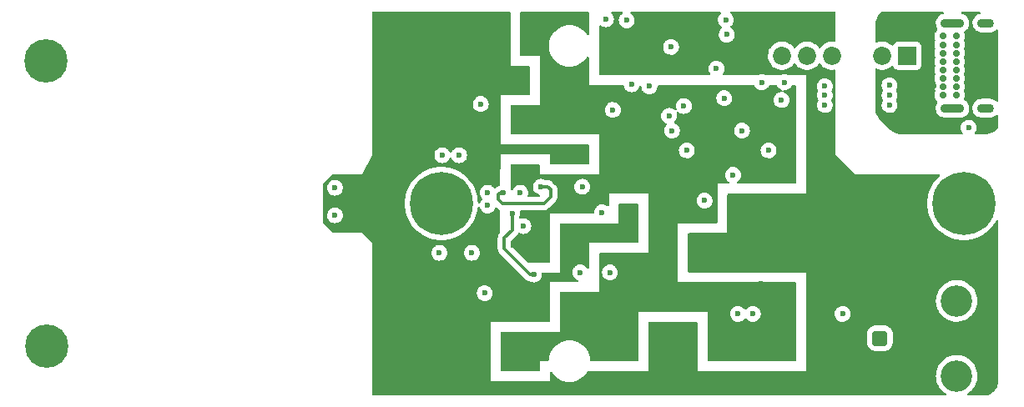
<source format=gbr>
%TF.GenerationSoftware,KiCad,Pcbnew,(6.0.0)*%
%TF.CreationDate,2024-01-04T18:13:25+01:00*%
%TF.ProjectId,Differential_Probe_v1r1,44696666-6572-4656-9e74-69616c5f5072,rev?*%
%TF.SameCoordinates,Original*%
%TF.FileFunction,Copper,L4,Bot*%
%TF.FilePolarity,Positive*%
%FSLAX46Y46*%
G04 Gerber Fmt 4.6, Leading zero omitted, Abs format (unit mm)*
G04 Created by KiCad (PCBNEW (6.0.0)) date 2024-01-04 18:13:25*
%MOMM*%
%LPD*%
G01*
G04 APERTURE LIST*
G04 Aperture macros list*
%AMRoundRect*
0 Rectangle with rounded corners*
0 $1 Rounding radius*
0 $2 $3 $4 $5 $6 $7 $8 $9 X,Y pos of 4 corners*
0 Add a 4 corners polygon primitive as box body*
4,1,4,$2,$3,$4,$5,$6,$7,$8,$9,$2,$3,0*
0 Add four circle primitives for the rounded corners*
1,1,$1+$1,$2,$3*
1,1,$1+$1,$4,$5*
1,1,$1+$1,$6,$7*
1,1,$1+$1,$8,$9*
0 Add four rect primitives between the rounded corners*
20,1,$1+$1,$2,$3,$4,$5,0*
20,1,$1+$1,$4,$5,$6,$7,0*
20,1,$1+$1,$6,$7,$8,$9,0*
20,1,$1+$1,$8,$9,$2,$3,0*%
G04 Aperture macros list end*
%TA.AperFunction,ComponentPad*%
%ADD10C,6.400000*%
%TD*%
%TA.AperFunction,ComponentPad*%
%ADD11C,0.800000*%
%TD*%
%TA.AperFunction,ComponentPad*%
%ADD12C,0.700000*%
%TD*%
%TA.AperFunction,ComponentPad*%
%ADD13C,4.400000*%
%TD*%
%TA.AperFunction,ComponentPad*%
%ADD14RoundRect,0.400000X-0.400000X0.400000X-0.400000X-0.400000X0.400000X-0.400000X0.400000X0.400000X0*%
%TD*%
%TA.AperFunction,ComponentPad*%
%ADD15C,3.200000*%
%TD*%
%TA.AperFunction,ComponentPad*%
%ADD16O,2.400000X0.900000*%
%TD*%
%TA.AperFunction,ComponentPad*%
%ADD17O,1.700000X0.900000*%
%TD*%
%TA.AperFunction,ComponentPad*%
%ADD18R,1.850000X1.850000*%
%TD*%
%TA.AperFunction,ComponentPad*%
%ADD19C,1.850000*%
%TD*%
%TA.AperFunction,ViaPad*%
%ADD20C,0.600000*%
%TD*%
%TA.AperFunction,Conductor*%
%ADD21C,0.350000*%
%TD*%
G04 APERTURE END LIST*
D10*
%TO.P,H4,1,1*%
%TO.N,GND*%
X207000000Y-118000000D03*
D11*
X209400000Y-118000000D03*
X208697056Y-119697056D03*
X207000000Y-120400000D03*
X205302944Y-119697056D03*
X204600000Y-118000000D03*
X205302944Y-116302944D03*
X207000000Y-115600000D03*
X208697056Y-116302944D03*
%TD*%
D12*
%TO.P,J1,1,Pin_1*%
%TO.N,Net-(C8-Pad1)*%
X112733274Y-104666726D03*
X113900000Y-101850000D03*
X112250000Y-103500000D03*
X115066726Y-102333274D03*
X115550000Y-103500000D03*
X115066726Y-104666726D03*
D13*
X113900000Y-103500000D03*
D12*
X113900000Y-105150000D03*
X112733274Y-102333274D03*
%TD*%
D14*
%TO.P,J3,1,In*%
%TO.N,Net-(J3-Pad1)*%
X198482500Y-131690000D03*
D15*
%TO.P,J3,2,Ext*%
%TO.N,GND*%
X206282500Y-127890000D03*
X206282500Y-135490000D03*
%TD*%
D16*
%TO.P,P1,S1,SHIELD*%
%TO.N,GND_USB*%
X205855000Y-99675000D03*
X205855000Y-108325000D03*
D17*
X209235000Y-99675000D03*
X209235000Y-108325000D03*
D12*
%TO.P,P1,B12,GND*%
X206225000Y-106975000D03*
%TO.P,P1,B9,VBUS*%
%TO.N,+5V_USB*%
X206225000Y-106125000D03*
%TO.P,P1,B8*%
%TO.N,N/C*%
X206225000Y-105275000D03*
%TO.P,P1,B7*%
X206225000Y-104425000D03*
%TO.P,P1,B6*%
X206225000Y-103575000D03*
%TO.P,P1,B5,VCONN*%
%TO.N,unconnected-(P1-PadB5)*%
X206225000Y-102725000D03*
%TO.P,P1,B4,VBUS*%
%TO.N,+5V_USB*%
X206225000Y-101875000D03*
%TO.P,P1,B1,GND*%
%TO.N,GND_USB*%
X206225000Y-101025000D03*
%TO.P,P1,A12,GND*%
X204875000Y-101025000D03*
%TO.P,P1,A9,VBUS*%
%TO.N,+5V_USB*%
X204875000Y-101875000D03*
%TO.P,P1,A8*%
%TO.N,N/C*%
X204875000Y-102725000D03*
%TO.P,P1,A7,D-*%
%TO.N,unconnected-(P1-PadA7)*%
X204875000Y-103575000D03*
%TO.P,P1,A6,D+*%
%TO.N,unconnected-(P1-PadA6)*%
X204875000Y-104425000D03*
%TO.P,P1,A5,CC*%
%TO.N,unconnected-(P1-PadA5)*%
X204875000Y-105275000D03*
%TO.P,P1,A4,VBUS*%
%TO.N,+5V_USB*%
X204875000Y-106125000D03*
%TO.P,P1,A1,GND*%
%TO.N,GND_USB*%
X204875000Y-106975000D03*
%TD*%
D11*
%TO.P,H3,1,1*%
%TO.N,GND*%
X154000000Y-115600000D03*
X152302944Y-119697056D03*
D10*
X154000000Y-118000000D03*
D11*
X155697056Y-119697056D03*
X154000000Y-120400000D03*
X151600000Y-118000000D03*
X155697056Y-116302944D03*
X156400000Y-118000000D03*
X152302944Y-116302944D03*
%TD*%
D12*
%TO.P,J2,1,Pin_1*%
%TO.N,Net-(C7-Pad1)*%
X112350000Y-132500000D03*
X115166726Y-131333274D03*
X114000000Y-130850000D03*
X112833274Y-133666726D03*
D13*
X114000000Y-132500000D03*
D12*
X114000000Y-134150000D03*
X115650000Y-132500000D03*
X115166726Y-133666726D03*
X112833274Y-131333274D03*
%TD*%
D18*
%TO.P,PS1,1,+Vin*%
%TO.N,Net-(C2-Pad1)*%
X201270000Y-102995000D03*
D19*
%TO.P,PS1,2,-Vin*%
%TO.N,GND_USB*%
X198730000Y-102995000D03*
%TO.P,PS1,4,-Vout*%
%TO.N,-9V*%
X193650000Y-102995000D03*
%TO.P,PS1,5,0V*%
%TO.N,GND*%
X191110000Y-102995000D03*
%TO.P,PS1,6,+Vout*%
%TO.N,+9V*%
X188570000Y-102995000D03*
%TD*%
D20*
%TO.N,+5V_USB*%
X204000000Y-106100000D03*
X203800000Y-101900000D03*
X203600000Y-110400000D03*
%TO.N,Net-(C32-Pad1)*%
X161200000Y-119000000D03*
X163400000Y-125200000D03*
%TO.N,Net-(C31-Pad1)*%
X164100000Y-116300000D03*
X160300000Y-116900000D03*
%TO.N,GND*%
X177300000Y-102100000D03*
%TO.N,+6V*%
X174600000Y-100700000D03*
X174700000Y-103100000D03*
X171400000Y-102100000D03*
X173300000Y-102100000D03*
%TO.N,GND*%
X175100000Y-106100000D03*
%TO.N,-6V*%
X181800000Y-111700000D03*
X180200000Y-108100000D03*
X180100000Y-109700000D03*
X181700000Y-109500000D03*
%TO.N,+6V*%
X167400000Y-113700000D03*
%TO.N,-6V*%
X162900000Y-114500000D03*
X177600000Y-117800000D03*
%TO.N,+6V*%
X161400000Y-112600000D03*
%TO.N,-6V*%
X161400000Y-110600000D03*
%TO.N,+6V*%
X160600000Y-124900000D03*
%TO.N,-6V*%
X163000000Y-123200000D03*
X161300000Y-122200000D03*
%TO.N,+6V*%
X167300000Y-122300000D03*
X173500000Y-118800000D03*
X180700000Y-123700000D03*
X183600000Y-118300000D03*
%TO.N,-6V*%
X186400000Y-126100000D03*
%TO.N,+6V*%
X176500000Y-131100000D03*
%TO.N,-6V*%
X184900000Y-131000000D03*
%TO.N,+6V*%
X162100000Y-129300000D03*
%TO.N,-6V*%
X162000000Y-134100000D03*
%TO.N,+6V*%
X162200000Y-105500000D03*
%TO.N,-6V*%
X162200000Y-101200000D03*
%TO.N,GND_USB*%
X199462500Y-107000000D03*
X199462500Y-108005000D03*
X207500000Y-110300000D03*
X199462500Y-106000000D03*
%TO.N,GND*%
X183600000Y-115100000D03*
X184500000Y-110600000D03*
X170700000Y-99300000D03*
X153800000Y-123000000D03*
X182950000Y-100850000D03*
X177100000Y-109100000D03*
X180700000Y-117700000D03*
X168300000Y-116300000D03*
X192900000Y-108005000D03*
X192900000Y-106105000D03*
X188500000Y-107500000D03*
X158700000Y-116900000D03*
X158700000Y-118200000D03*
X170300000Y-118900000D03*
X184100000Y-129200000D03*
X182700000Y-107300000D03*
X182850000Y-99350000D03*
X154100000Y-113100000D03*
X178600000Y-108100000D03*
X168100000Y-125000000D03*
X158400000Y-127100000D03*
X192900000Y-107005000D03*
X158000000Y-107900000D03*
X177400000Y-110600000D03*
X162000000Y-116900000D03*
X187200000Y-112600000D03*
X172800000Y-99400000D03*
X186500000Y-105700000D03*
X162320000Y-120290000D03*
X155800000Y-113100000D03*
X143200000Y-116400000D03*
X194700000Y-129200000D03*
X157100000Y-123000000D03*
X188800000Y-105700000D03*
X178900000Y-112600000D03*
X143200000Y-119200000D03*
X181900000Y-104300000D03*
X185600000Y-129200000D03*
X173300000Y-105900000D03*
X171400000Y-108500000D03*
X171100000Y-125000000D03*
%TD*%
D21*
%TO.N,Net-(C31-Pad1)*%
X164800000Y-116300000D02*
X164100000Y-116300000D01*
X164400000Y-118000000D02*
X165100000Y-117300000D01*
X159800000Y-117100000D02*
X159800000Y-117600000D01*
X160200000Y-118000000D02*
X164400000Y-118000000D01*
X160000000Y-116900000D02*
X159800000Y-117100000D01*
X165100000Y-117300000D02*
X165100000Y-116600000D01*
X165100000Y-116600000D02*
X164800000Y-116300000D01*
X160300000Y-116900000D02*
X160000000Y-116900000D01*
X159800000Y-117600000D02*
X160200000Y-118000000D01*
%TO.N,Net-(C32-Pad1)*%
X160400000Y-122600000D02*
X163000000Y-125200000D01*
X163000000Y-125200000D02*
X163400000Y-125200000D01*
X161200000Y-120700000D02*
X160400000Y-121500000D01*
X161200000Y-119000000D02*
X161200000Y-120700000D01*
X160400000Y-121500000D02*
X160400000Y-122600000D01*
%TD*%
%TA.AperFunction,Conductor*%
%TO.N,-6V*%
G36*
X168942121Y-98520002D02*
G01*
X168988614Y-98573658D01*
X169000000Y-98626000D01*
X169000000Y-100795582D01*
X168979998Y-100863703D01*
X168926342Y-100910196D01*
X168856068Y-100920300D01*
X168791488Y-100890806D01*
X168765884Y-100860288D01*
X168759727Y-100850000D01*
X168728854Y-100798415D01*
X168549785Y-100574900D01*
X168342038Y-100377755D01*
X168109457Y-100210629D01*
X167856347Y-100076614D01*
X167699007Y-100019036D01*
X167591421Y-99979665D01*
X167591419Y-99979664D01*
X167587390Y-99978190D01*
X167307564Y-99917178D01*
X167257363Y-99913227D01*
X167085403Y-99899693D01*
X167085396Y-99899693D01*
X167082947Y-99899500D01*
X166928008Y-99899500D01*
X166925872Y-99899646D01*
X166925861Y-99899646D01*
X166718540Y-99913780D01*
X166718534Y-99913781D01*
X166714263Y-99914072D01*
X166710068Y-99914941D01*
X166710066Y-99914941D01*
X166682262Y-99920699D01*
X166433814Y-99972150D01*
X166163842Y-100067752D01*
X165909342Y-100199109D01*
X165905841Y-100201570D01*
X165905837Y-100201572D01*
X165678529Y-100361327D01*
X165678523Y-100361332D01*
X165675024Y-100363791D01*
X165596181Y-100437057D01*
X165505279Y-100521528D01*
X165465224Y-100558749D01*
X165462510Y-100562065D01*
X165462507Y-100562068D01*
X165449256Y-100578258D01*
X165283823Y-100780377D01*
X165134180Y-101024573D01*
X165132453Y-101028507D01*
X165132452Y-101028509D01*
X165049174Y-101218222D01*
X165019062Y-101286818D01*
X164940600Y-101562261D01*
X164900246Y-101845804D01*
X164899451Y-101997667D01*
X164898798Y-102122493D01*
X164898747Y-102132200D01*
X164936129Y-102416149D01*
X164937262Y-102420289D01*
X164937262Y-102420291D01*
X164951461Y-102472193D01*
X165011702Y-102692398D01*
X165013386Y-102696346D01*
X165109435Y-102921528D01*
X165124068Y-102955835D01*
X165271146Y-103201585D01*
X165273830Y-103204936D01*
X165273832Y-103204938D01*
X165347809Y-103297276D01*
X165450215Y-103425100D01*
X165657962Y-103622245D01*
X165890543Y-103789371D01*
X166143653Y-103923386D01*
X166167870Y-103932248D01*
X166399387Y-104016971D01*
X166412610Y-104021810D01*
X166692436Y-104082822D01*
X166731901Y-104085928D01*
X166914597Y-104100307D01*
X166914604Y-104100307D01*
X166917053Y-104100500D01*
X167071992Y-104100500D01*
X167074128Y-104100354D01*
X167074139Y-104100354D01*
X167281460Y-104086220D01*
X167281466Y-104086219D01*
X167285737Y-104085928D01*
X167289932Y-104085059D01*
X167289934Y-104085059D01*
X167425962Y-104056889D01*
X167566186Y-104027850D01*
X167836158Y-103932248D01*
X168090658Y-103800891D01*
X168094159Y-103798430D01*
X168094163Y-103798428D01*
X168321471Y-103638673D01*
X168321477Y-103638668D01*
X168324976Y-103636209D01*
X168534776Y-103441251D01*
X168545575Y-103428058D01*
X168713461Y-103222941D01*
X168716177Y-103219623D01*
X168766567Y-103137394D01*
X168819215Y-103089763D01*
X168889256Y-103078156D01*
X168954454Y-103106259D01*
X168994108Y-103165149D01*
X169000000Y-103203229D01*
X169000000Y-106000000D01*
X172398715Y-106000000D01*
X172466836Y-106020002D01*
X172513329Y-106073658D01*
X172518273Y-106086227D01*
X172568726Y-106237896D01*
X172572373Y-106243918D01*
X172628624Y-106336799D01*
X172661759Y-106391512D01*
X172666648Y-106396575D01*
X172666649Y-106396576D01*
X172729476Y-106461635D01*
X172786514Y-106520699D01*
X172936789Y-106619036D01*
X173105116Y-106681636D01*
X173112097Y-106682567D01*
X173112099Y-106682568D01*
X173276149Y-106704457D01*
X173276153Y-106704457D01*
X173283130Y-106705388D01*
X173290142Y-106704750D01*
X173290146Y-106704750D01*
X173454960Y-106689751D01*
X173454961Y-106689751D01*
X173461981Y-106689112D01*
X173632782Y-106633615D01*
X173657239Y-106619036D01*
X173780992Y-106545265D01*
X173780994Y-106545264D01*
X173787044Y-106541657D01*
X173917099Y-106417807D01*
X173934570Y-106391512D01*
X173981617Y-106320699D01*
X174016483Y-106268222D01*
X174060694Y-106151836D01*
X174103583Y-106095258D01*
X174170251Y-106070849D01*
X174239533Y-106086359D01*
X174289432Y-106136863D01*
X174303881Y-106184284D01*
X174312039Y-106267486D01*
X174314262Y-106274168D01*
X174314262Y-106274169D01*
X174322967Y-106300336D01*
X174368726Y-106437896D01*
X174372373Y-106443918D01*
X174448024Y-106568832D01*
X174461759Y-106591512D01*
X174466648Y-106596575D01*
X174466649Y-106596576D01*
X174529360Y-106661515D01*
X174586514Y-106720699D01*
X174736789Y-106819036D01*
X174905116Y-106881636D01*
X174912097Y-106882567D01*
X174912099Y-106882568D01*
X175076149Y-106904457D01*
X175076153Y-106904457D01*
X175083130Y-106905388D01*
X175090142Y-106904750D01*
X175090146Y-106904750D01*
X175254960Y-106889751D01*
X175254961Y-106889751D01*
X175261981Y-106889112D01*
X175432782Y-106833615D01*
X175494564Y-106796786D01*
X175580992Y-106745265D01*
X175580994Y-106745264D01*
X175587044Y-106741657D01*
X175717099Y-106617807D01*
X175734570Y-106591512D01*
X175784926Y-106515719D01*
X175816483Y-106468222D01*
X175843699Y-106396576D01*
X175877757Y-106306919D01*
X175877758Y-106306914D01*
X175880257Y-106300336D01*
X175881835Y-106289112D01*
X175904700Y-106126413D01*
X175905251Y-106122493D01*
X175905306Y-106118531D01*
X175905475Y-106116338D01*
X175930642Y-106049951D01*
X175987705Y-106007710D01*
X176031104Y-106000000D01*
X185674778Y-106000000D01*
X185742899Y-106020002D01*
X185782554Y-106060729D01*
X185857382Y-106184284D01*
X185861759Y-106191512D01*
X185866648Y-106196575D01*
X185866649Y-106196576D01*
X185906552Y-106237896D01*
X185986514Y-106320699D01*
X186136789Y-106419036D01*
X186305116Y-106481636D01*
X186312097Y-106482567D01*
X186312099Y-106482568D01*
X186476149Y-106504457D01*
X186476153Y-106504457D01*
X186483130Y-106505388D01*
X186490142Y-106504750D01*
X186490146Y-106504750D01*
X186654960Y-106489751D01*
X186654961Y-106489751D01*
X186661981Y-106489112D01*
X186832782Y-106433615D01*
X186857239Y-106419036D01*
X186980992Y-106345265D01*
X186980994Y-106345264D01*
X186987044Y-106341657D01*
X187117099Y-106217807D01*
X187134570Y-106191512D01*
X187184515Y-106116338D01*
X187216483Y-106068222D01*
X187217017Y-106066816D01*
X187264434Y-106016961D01*
X187327572Y-106000000D01*
X187974778Y-106000000D01*
X188042899Y-106020002D01*
X188082554Y-106060729D01*
X188157382Y-106184284D01*
X188161759Y-106191512D01*
X188166648Y-106196575D01*
X188166649Y-106196576D01*
X188206552Y-106237896D01*
X188286514Y-106320699D01*
X188436789Y-106419036D01*
X188443393Y-106421492D01*
X188525841Y-106452154D01*
X188582717Y-106494647D01*
X188607591Y-106561143D01*
X188592566Y-106630532D01*
X188542412Y-106680782D01*
X188495091Y-106695562D01*
X188334025Y-106712490D01*
X188334021Y-106712491D01*
X188327017Y-106713227D01*
X188320346Y-106715498D01*
X188163677Y-106768832D01*
X188163674Y-106768833D01*
X188157007Y-106771103D01*
X188151009Y-106774793D01*
X188151007Y-106774794D01*
X188132911Y-106785927D01*
X188004045Y-106865206D01*
X187999014Y-106870132D01*
X187999011Y-106870135D01*
X187978980Y-106889751D01*
X187875732Y-106990859D01*
X187871913Y-106996784D01*
X187871912Y-106996786D01*
X187802846Y-107103955D01*
X187778446Y-107141817D01*
X187717022Y-107310578D01*
X187694514Y-107488753D01*
X187695201Y-107495760D01*
X187695201Y-107495763D01*
X187696005Y-107503963D01*
X187712039Y-107667486D01*
X187714262Y-107674168D01*
X187714262Y-107674169D01*
X187727010Y-107712490D01*
X187768726Y-107837896D01*
X187772373Y-107843918D01*
X187828624Y-107936799D01*
X187861759Y-107991512D01*
X187866648Y-107996575D01*
X187866649Y-107996576D01*
X187904520Y-108035792D01*
X187986514Y-108120699D01*
X188136789Y-108219036D01*
X188305116Y-108281636D01*
X188312097Y-108282567D01*
X188312099Y-108282568D01*
X188476149Y-108304457D01*
X188476153Y-108304457D01*
X188483130Y-108305388D01*
X188490142Y-108304750D01*
X188490146Y-108304750D01*
X188654960Y-108289751D01*
X188654961Y-108289751D01*
X188661981Y-108289112D01*
X188832782Y-108233615D01*
X188969816Y-108151927D01*
X188980992Y-108145265D01*
X188980994Y-108145264D01*
X188987044Y-108141657D01*
X189117099Y-108017807D01*
X189131066Y-107996786D01*
X189179054Y-107924557D01*
X189216483Y-107868222D01*
X189243699Y-107796576D01*
X189277757Y-107706919D01*
X189277758Y-107706914D01*
X189280257Y-107700336D01*
X189288186Y-107643918D01*
X189304700Y-107526416D01*
X189304700Y-107526411D01*
X189305251Y-107522493D01*
X189305403Y-107511576D01*
X189305510Y-107503963D01*
X189305510Y-107503958D01*
X189305565Y-107500000D01*
X189285546Y-107321528D01*
X189279427Y-107303955D01*
X189228803Y-107158584D01*
X189226485Y-107151927D01*
X189131316Y-106999625D01*
X189067771Y-106935635D01*
X189009733Y-106877190D01*
X189009729Y-106877187D01*
X189004770Y-106872193D01*
X188993761Y-106865206D01*
X188921008Y-106819036D01*
X188853136Y-106775963D01*
X188773570Y-106747631D01*
X188716106Y-106705937D01*
X188690306Y-106639794D01*
X188704361Y-106570203D01*
X188753809Y-106519257D01*
X188804418Y-106503451D01*
X188954960Y-106489751D01*
X188954961Y-106489751D01*
X188961981Y-106489112D01*
X189132782Y-106433615D01*
X189157239Y-106419036D01*
X189280992Y-106345265D01*
X189280994Y-106345264D01*
X189287044Y-106341657D01*
X189417099Y-106217807D01*
X189434570Y-106191512D01*
X189484515Y-106116338D01*
X189516483Y-106068222D01*
X189517017Y-106066816D01*
X189564434Y-106016961D01*
X189627572Y-106000000D01*
X189874000Y-106000000D01*
X189942121Y-106020002D01*
X189988614Y-106073658D01*
X190000000Y-106126000D01*
X190000000Y-115874000D01*
X189979998Y-115942121D01*
X189926342Y-115988614D01*
X189874000Y-116000000D01*
X184111109Y-116000000D01*
X184042988Y-115979998D01*
X183996495Y-115926342D01*
X183986391Y-115856068D01*
X184015885Y-115791488D01*
X184046592Y-115765771D01*
X184080992Y-115745265D01*
X184080994Y-115745264D01*
X184087044Y-115741657D01*
X184217099Y-115617807D01*
X184225685Y-115604885D01*
X184312582Y-115474093D01*
X184316483Y-115468222D01*
X184331168Y-115429564D01*
X184377757Y-115306919D01*
X184377758Y-115306914D01*
X184380257Y-115300336D01*
X184405251Y-115122493D01*
X184405565Y-115100000D01*
X184385546Y-114921528D01*
X184379427Y-114903955D01*
X184328803Y-114758584D01*
X184326485Y-114751927D01*
X184231316Y-114599625D01*
X184167771Y-114535635D01*
X184109733Y-114477190D01*
X184109729Y-114477187D01*
X184104770Y-114472193D01*
X184093761Y-114465206D01*
X184021008Y-114419036D01*
X183953136Y-114375963D01*
X183923352Y-114365357D01*
X183790586Y-114318081D01*
X183790581Y-114318080D01*
X183783951Y-114315719D01*
X183776965Y-114314886D01*
X183776961Y-114314885D01*
X183649177Y-114299648D01*
X183605624Y-114294455D01*
X183598621Y-114295191D01*
X183598620Y-114295191D01*
X183434025Y-114312490D01*
X183434021Y-114312491D01*
X183427017Y-114313227D01*
X183420346Y-114315498D01*
X183263677Y-114368832D01*
X183263674Y-114368833D01*
X183257007Y-114371103D01*
X183251009Y-114374793D01*
X183251007Y-114374794D01*
X183180526Y-114418155D01*
X183104045Y-114465206D01*
X183099014Y-114470132D01*
X183099011Y-114470135D01*
X183063012Y-114505388D01*
X182975732Y-114590859D01*
X182971913Y-114596784D01*
X182971912Y-114596786D01*
X182882265Y-114735891D01*
X182878446Y-114741817D01*
X182817022Y-114910578D01*
X182794514Y-115088753D01*
X182795201Y-115095760D01*
X182795201Y-115095763D01*
X182796005Y-115103963D01*
X182812039Y-115267486D01*
X182814262Y-115274168D01*
X182814262Y-115274169D01*
X182822967Y-115300336D01*
X182868726Y-115437896D01*
X182872373Y-115443918D01*
X182948024Y-115568832D01*
X182961759Y-115591512D01*
X182966648Y-115596575D01*
X182966649Y-115596576D01*
X183001393Y-115632554D01*
X183086514Y-115720699D01*
X183159668Y-115768570D01*
X183205714Y-115822605D01*
X183215238Y-115892960D01*
X183185214Y-115957295D01*
X183125173Y-115995185D01*
X183090673Y-116000000D01*
X182000000Y-116000000D01*
X182000000Y-119874000D01*
X181979998Y-119942121D01*
X181926342Y-119988614D01*
X181874000Y-120000000D01*
X178000000Y-120000000D01*
X178000000Y-126000000D01*
X189874000Y-126000000D01*
X189942121Y-126020002D01*
X189988614Y-126073658D01*
X190000000Y-126126000D01*
X190000000Y-133874000D01*
X189979998Y-133942121D01*
X189926342Y-133988614D01*
X189874000Y-134000000D01*
X181126000Y-134000000D01*
X181057879Y-133979998D01*
X181011386Y-133926342D01*
X181000000Y-133874000D01*
X181000000Y-129188753D01*
X183294514Y-129188753D01*
X183295201Y-129195760D01*
X183295201Y-129195763D01*
X183296005Y-129203963D01*
X183312039Y-129367486D01*
X183314262Y-129374168D01*
X183314262Y-129374169D01*
X183356232Y-129500336D01*
X183368726Y-129537896D01*
X183461759Y-129691512D01*
X183586514Y-129820699D01*
X183736789Y-129919036D01*
X183905116Y-129981636D01*
X183912097Y-129982567D01*
X183912099Y-129982568D01*
X184076149Y-130004457D01*
X184076153Y-130004457D01*
X184083130Y-130005388D01*
X184090142Y-130004750D01*
X184090146Y-130004750D01*
X184254960Y-129989751D01*
X184254961Y-129989751D01*
X184261981Y-129989112D01*
X184432782Y-129933615D01*
X184463714Y-129915176D01*
X184580992Y-129845265D01*
X184580994Y-129845264D01*
X184587044Y-129841657D01*
X184717099Y-129717807D01*
X184743550Y-129677995D01*
X184797907Y-129632326D01*
X184868327Y-129623294D01*
X184932451Y-129653768D01*
X184956271Y-129682450D01*
X184961759Y-129691512D01*
X185086514Y-129820699D01*
X185236789Y-129919036D01*
X185405116Y-129981636D01*
X185412097Y-129982567D01*
X185412099Y-129982568D01*
X185576149Y-130004457D01*
X185576153Y-130004457D01*
X185583130Y-130005388D01*
X185590142Y-130004750D01*
X185590146Y-130004750D01*
X185754960Y-129989751D01*
X185754961Y-129989751D01*
X185761981Y-129989112D01*
X185932782Y-129933615D01*
X185963714Y-129915176D01*
X186080992Y-129845265D01*
X186080994Y-129845264D01*
X186087044Y-129841657D01*
X186217099Y-129717807D01*
X186234570Y-129691512D01*
X186312582Y-129574093D01*
X186316483Y-129568222D01*
X186354749Y-129467486D01*
X186377757Y-129406919D01*
X186377758Y-129406914D01*
X186380257Y-129400336D01*
X186405251Y-129222493D01*
X186405565Y-129200000D01*
X186385546Y-129021528D01*
X186379427Y-129003955D01*
X186328803Y-128858584D01*
X186326485Y-128851927D01*
X186288326Y-128790859D01*
X186235049Y-128705599D01*
X186231316Y-128699625D01*
X186167771Y-128635635D01*
X186109733Y-128577190D01*
X186109729Y-128577187D01*
X186104770Y-128572193D01*
X186093761Y-128565206D01*
X186015781Y-128515719D01*
X185953136Y-128475963D01*
X185923352Y-128465357D01*
X185790586Y-128418081D01*
X185790581Y-128418080D01*
X185783951Y-128415719D01*
X185776965Y-128414886D01*
X185776961Y-128414885D01*
X185649177Y-128399648D01*
X185605624Y-128394455D01*
X185598621Y-128395191D01*
X185598620Y-128395191D01*
X185434025Y-128412490D01*
X185434021Y-128412491D01*
X185427017Y-128413227D01*
X185420346Y-128415498D01*
X185263677Y-128468832D01*
X185263674Y-128468833D01*
X185257007Y-128471103D01*
X185251009Y-128474793D01*
X185251007Y-128474794D01*
X185184485Y-128515719D01*
X185104045Y-128565206D01*
X185099014Y-128570132D01*
X185099011Y-128570135D01*
X185093060Y-128575963D01*
X184975732Y-128690859D01*
X184956408Y-128720843D01*
X184902696Y-128767266D01*
X184832409Y-128777281D01*
X184767866Y-128747706D01*
X184743647Y-128719358D01*
X184731316Y-128699625D01*
X184667771Y-128635635D01*
X184609733Y-128577190D01*
X184609729Y-128577187D01*
X184604770Y-128572193D01*
X184593761Y-128565206D01*
X184515781Y-128515719D01*
X184453136Y-128475963D01*
X184423352Y-128465357D01*
X184290586Y-128418081D01*
X184290581Y-128418080D01*
X184283951Y-128415719D01*
X184276965Y-128414886D01*
X184276961Y-128414885D01*
X184149177Y-128399648D01*
X184105624Y-128394455D01*
X184098621Y-128395191D01*
X184098620Y-128395191D01*
X183934025Y-128412490D01*
X183934021Y-128412491D01*
X183927017Y-128413227D01*
X183920346Y-128415498D01*
X183763677Y-128468832D01*
X183763674Y-128468833D01*
X183757007Y-128471103D01*
X183751009Y-128474793D01*
X183751007Y-128474794D01*
X183684485Y-128515719D01*
X183604045Y-128565206D01*
X183599014Y-128570132D01*
X183599011Y-128570135D01*
X183593060Y-128575963D01*
X183475732Y-128690859D01*
X183471913Y-128696784D01*
X183471912Y-128696786D01*
X183426491Y-128767266D01*
X183378446Y-128841817D01*
X183317022Y-129010578D01*
X183294514Y-129188753D01*
X181000000Y-129188753D01*
X181000000Y-129000000D01*
X174000000Y-129000000D01*
X174000000Y-133874000D01*
X173979998Y-133942121D01*
X173926342Y-133988614D01*
X173874000Y-134000000D01*
X169227222Y-134000000D01*
X169159101Y-133979998D01*
X169112608Y-133926342D01*
X169101870Y-133876347D01*
X169101500Y-133876370D01*
X169101345Y-133873902D01*
X169101224Y-133873340D01*
X169101231Y-133872087D01*
X169101231Y-133872081D01*
X169101253Y-133867800D01*
X169097798Y-133841552D01*
X169064431Y-133588107D01*
X169063871Y-133583851D01*
X168988298Y-133307602D01*
X168875932Y-133044165D01*
X168728854Y-132798415D01*
X168549785Y-132574900D01*
X168342038Y-132377755D01*
X168109457Y-132210629D01*
X167856347Y-132076614D01*
X167587390Y-131978190D01*
X167307564Y-131917178D01*
X167264389Y-131913780D01*
X167085403Y-131899693D01*
X167085396Y-131899693D01*
X167082947Y-131899500D01*
X166928008Y-131899500D01*
X166925872Y-131899646D01*
X166925861Y-131899646D01*
X166718540Y-131913780D01*
X166718534Y-131913781D01*
X166714263Y-131914072D01*
X166710068Y-131914941D01*
X166710066Y-131914941D01*
X166574039Y-131943111D01*
X166433814Y-131972150D01*
X166163842Y-132067752D01*
X165909342Y-132199109D01*
X165905841Y-132201570D01*
X165905837Y-132201572D01*
X165678529Y-132361327D01*
X165678523Y-132361332D01*
X165675024Y-132363791D01*
X165465224Y-132558749D01*
X165462510Y-132562065D01*
X165462507Y-132562068D01*
X165449256Y-132578258D01*
X165283823Y-132780377D01*
X165134180Y-133024573D01*
X165132453Y-133028507D01*
X165132452Y-133028509D01*
X165125580Y-133044165D01*
X165019062Y-133286818D01*
X164940600Y-133562261D01*
X164900246Y-133845804D01*
X164900102Y-133873340D01*
X164900095Y-133874659D01*
X164879737Y-133942674D01*
X164825839Y-133988886D01*
X164774097Y-134000000D01*
X164000000Y-134000000D01*
X164000000Y-134874000D01*
X163979998Y-134942121D01*
X163926342Y-134988614D01*
X163874000Y-135000000D01*
X160126000Y-135000000D01*
X160057879Y-134979998D01*
X160011386Y-134926342D01*
X160000000Y-134874000D01*
X160000000Y-131126000D01*
X160020002Y-131057879D01*
X160073658Y-131011386D01*
X160126000Y-131000000D01*
X166000000Y-131000000D01*
X166000000Y-127126000D01*
X166020002Y-127057879D01*
X166073658Y-127011386D01*
X166126000Y-127000000D01*
X170000000Y-127000000D01*
X170000000Y-124988753D01*
X170294514Y-124988753D01*
X170295201Y-124995760D01*
X170295201Y-124995763D01*
X170297822Y-125022493D01*
X170312039Y-125167486D01*
X170314262Y-125174168D01*
X170314262Y-125174169D01*
X170322967Y-125200336D01*
X170368726Y-125337896D01*
X170461759Y-125491512D01*
X170466648Y-125496575D01*
X170466649Y-125496576D01*
X170491844Y-125522666D01*
X170586514Y-125620699D01*
X170736789Y-125719036D01*
X170905116Y-125781636D01*
X170912097Y-125782567D01*
X170912099Y-125782568D01*
X171076149Y-125804457D01*
X171076153Y-125804457D01*
X171083130Y-125805388D01*
X171090142Y-125804750D01*
X171090146Y-125804750D01*
X171254960Y-125789751D01*
X171254961Y-125789751D01*
X171261981Y-125789112D01*
X171432782Y-125733615D01*
X171457239Y-125719036D01*
X171580992Y-125645265D01*
X171580994Y-125645264D01*
X171587044Y-125641657D01*
X171717099Y-125517807D01*
X171734570Y-125491512D01*
X171783539Y-125417807D01*
X171816483Y-125368222D01*
X171831168Y-125329564D01*
X171877757Y-125206919D01*
X171877758Y-125206914D01*
X171880257Y-125200336D01*
X171905251Y-125022493D01*
X171905565Y-125000000D01*
X171885546Y-124821528D01*
X171879427Y-124803955D01*
X171859436Y-124746549D01*
X171826485Y-124651927D01*
X171731316Y-124499625D01*
X171665765Y-124433615D01*
X171609733Y-124377190D01*
X171609729Y-124377187D01*
X171604770Y-124372193D01*
X171593761Y-124365206D01*
X171546860Y-124335442D01*
X171453136Y-124275963D01*
X171422927Y-124265206D01*
X171290586Y-124218081D01*
X171290581Y-124218080D01*
X171283951Y-124215719D01*
X171276965Y-124214886D01*
X171276961Y-124214885D01*
X171149177Y-124199648D01*
X171105624Y-124194455D01*
X171098621Y-124195191D01*
X171098620Y-124195191D01*
X170934025Y-124212490D01*
X170934021Y-124212491D01*
X170927017Y-124213227D01*
X170920346Y-124215498D01*
X170763677Y-124268832D01*
X170763674Y-124268833D01*
X170757007Y-124271103D01*
X170751009Y-124274793D01*
X170751007Y-124274794D01*
X170680526Y-124318154D01*
X170604045Y-124365206D01*
X170599014Y-124370132D01*
X170599011Y-124370135D01*
X170568897Y-124399625D01*
X170475732Y-124490859D01*
X170471913Y-124496784D01*
X170471912Y-124496786D01*
X170442892Y-124541817D01*
X170378446Y-124641817D01*
X170376037Y-124648437D01*
X170376035Y-124648440D01*
X170353419Y-124710578D01*
X170317022Y-124810578D01*
X170294514Y-124988753D01*
X170000000Y-124988753D01*
X170000000Y-123126000D01*
X170020002Y-123057879D01*
X170073658Y-123011386D01*
X170126000Y-123000000D01*
X175000000Y-123000000D01*
X175000000Y-117688753D01*
X179894514Y-117688753D01*
X179895201Y-117695760D01*
X179895201Y-117695763D01*
X179901727Y-117762313D01*
X179912039Y-117867486D01*
X179914262Y-117874168D01*
X179914262Y-117874169D01*
X179922967Y-117900336D01*
X179968726Y-118037896D01*
X179972373Y-118043918D01*
X180048024Y-118168832D01*
X180061759Y-118191512D01*
X180186514Y-118320699D01*
X180336789Y-118419036D01*
X180505116Y-118481636D01*
X180512097Y-118482567D01*
X180512099Y-118482568D01*
X180676149Y-118504457D01*
X180676153Y-118504457D01*
X180683130Y-118505388D01*
X180690142Y-118504750D01*
X180690146Y-118504750D01*
X180854960Y-118489751D01*
X180854961Y-118489751D01*
X180861981Y-118489112D01*
X181032782Y-118433615D01*
X181094564Y-118396786D01*
X181180992Y-118345265D01*
X181180994Y-118345264D01*
X181187044Y-118341657D01*
X181317099Y-118217807D01*
X181334570Y-118191512D01*
X181366791Y-118143015D01*
X181416483Y-118068222D01*
X181443460Y-117997205D01*
X181477757Y-117906919D01*
X181477758Y-117906914D01*
X181480257Y-117900336D01*
X181494739Y-117797291D01*
X181504700Y-117726416D01*
X181504700Y-117726411D01*
X181505251Y-117722493D01*
X181505565Y-117700000D01*
X181485546Y-117521528D01*
X181479427Y-117503955D01*
X181428803Y-117358584D01*
X181426485Y-117351927D01*
X181331316Y-117199625D01*
X181267771Y-117135635D01*
X181209733Y-117077190D01*
X181209729Y-117077187D01*
X181204770Y-117072193D01*
X181193761Y-117065206D01*
X181121008Y-117019036D01*
X181053136Y-116975963D01*
X181023352Y-116965357D01*
X180890586Y-116918081D01*
X180890581Y-116918080D01*
X180883951Y-116915719D01*
X180876965Y-116914886D01*
X180876961Y-116914885D01*
X180722891Y-116896514D01*
X180705624Y-116894455D01*
X180698621Y-116895191D01*
X180698620Y-116895191D01*
X180534025Y-116912490D01*
X180534021Y-116912491D01*
X180527017Y-116913227D01*
X180520346Y-116915498D01*
X180363677Y-116968832D01*
X180363674Y-116968833D01*
X180357007Y-116971103D01*
X180351009Y-116974793D01*
X180351007Y-116974794D01*
X180319307Y-116994296D01*
X180204045Y-117065206D01*
X180199014Y-117070132D01*
X180199011Y-117070135D01*
X180178980Y-117089751D01*
X180075732Y-117190859D01*
X180071913Y-117196784D01*
X180071912Y-117196786D01*
X179999576Y-117309030D01*
X179978446Y-117341817D01*
X179976037Y-117348437D01*
X179976035Y-117348440D01*
X179974766Y-117351927D01*
X179917022Y-117510578D01*
X179894514Y-117688753D01*
X175000000Y-117688753D01*
X175000000Y-117000000D01*
X171000000Y-117000000D01*
X171000000Y-118167188D01*
X170979998Y-118235309D01*
X170926342Y-118281802D01*
X170856068Y-118291906D01*
X170806056Y-118270166D01*
X170804770Y-118272193D01*
X170653136Y-118175963D01*
X170622927Y-118165206D01*
X170490586Y-118118081D01*
X170490581Y-118118080D01*
X170483951Y-118115719D01*
X170476965Y-118114886D01*
X170476961Y-118114885D01*
X170349177Y-118099648D01*
X170305624Y-118094455D01*
X170298621Y-118095191D01*
X170298620Y-118095191D01*
X170134025Y-118112490D01*
X170134021Y-118112491D01*
X170127017Y-118113227D01*
X170120346Y-118115498D01*
X169963677Y-118168832D01*
X169963674Y-118168833D01*
X169957007Y-118171103D01*
X169951009Y-118174793D01*
X169951007Y-118174794D01*
X169915601Y-118196576D01*
X169804045Y-118265206D01*
X169799014Y-118270132D01*
X169799011Y-118270135D01*
X169747377Y-118320699D01*
X169675732Y-118390859D01*
X169671913Y-118396784D01*
X169671912Y-118396786D01*
X169582265Y-118535891D01*
X169578446Y-118541817D01*
X169576037Y-118548437D01*
X169576035Y-118548440D01*
X169559856Y-118592892D01*
X169517022Y-118710578D01*
X169494514Y-118888753D01*
X169491572Y-118888381D01*
X169474563Y-118943544D01*
X169420285Y-118989309D01*
X169369493Y-119000000D01*
X165000000Y-119000000D01*
X165000000Y-123874000D01*
X164979998Y-123942121D01*
X164926342Y-123988614D01*
X164874000Y-124000000D01*
X162807491Y-124000000D01*
X162739370Y-123979998D01*
X162718396Y-123963095D01*
X161112405Y-122357104D01*
X161078379Y-122294792D01*
X161075500Y-122268009D01*
X161075500Y-121831991D01*
X161095502Y-121763870D01*
X161112405Y-121742896D01*
X161658010Y-121197291D01*
X161664276Y-121191437D01*
X161699954Y-121160313D01*
X161705681Y-121155317D01*
X161740643Y-121105572D01*
X161744523Y-121100348D01*
X161782042Y-121052497D01*
X161783533Y-121049196D01*
X161834679Y-121002432D01*
X161904659Y-120990459D01*
X161946874Y-121003147D01*
X161950890Y-121005176D01*
X161956789Y-121009036D01*
X162125116Y-121071636D01*
X162132097Y-121072567D01*
X162132099Y-121072568D01*
X162296149Y-121094457D01*
X162296153Y-121094457D01*
X162303130Y-121095388D01*
X162310142Y-121094750D01*
X162310146Y-121094750D01*
X162474960Y-121079751D01*
X162474961Y-121079751D01*
X162481981Y-121079112D01*
X162652782Y-121023615D01*
X162658833Y-121020008D01*
X162800992Y-120935265D01*
X162800994Y-120935264D01*
X162807044Y-120931657D01*
X162937099Y-120807807D01*
X163036483Y-120658222D01*
X163051168Y-120619564D01*
X163097757Y-120496919D01*
X163097758Y-120496914D01*
X163100257Y-120490336D01*
X163125251Y-120312493D01*
X163125565Y-120290000D01*
X163105546Y-120111528D01*
X163046485Y-119941927D01*
X163004040Y-119874000D01*
X162955049Y-119795599D01*
X162951316Y-119789625D01*
X162844078Y-119681636D01*
X162829733Y-119667190D01*
X162829729Y-119667187D01*
X162824770Y-119662193D01*
X162673136Y-119565963D01*
X162604877Y-119541657D01*
X162510586Y-119508081D01*
X162510581Y-119508080D01*
X162503951Y-119505719D01*
X162496965Y-119504886D01*
X162496961Y-119504885D01*
X162369177Y-119489648D01*
X162325624Y-119484455D01*
X162318621Y-119485191D01*
X162318620Y-119485191D01*
X162154025Y-119502490D01*
X162154021Y-119502491D01*
X162147017Y-119503227D01*
X162076820Y-119527124D01*
X162005890Y-119530142D01*
X161944586Y-119494332D01*
X161912374Y-119431064D01*
X161918428Y-119363103D01*
X161977756Y-119206922D01*
X161977758Y-119206916D01*
X161980257Y-119200336D01*
X161984874Y-119167486D01*
X162004700Y-119026416D01*
X162004700Y-119026411D01*
X162005251Y-119022493D01*
X162005565Y-119000000D01*
X161985546Y-118821528D01*
X161987034Y-118821361D01*
X161990948Y-118758550D01*
X162032973Y-118701327D01*
X162099263Y-118675909D01*
X162109402Y-118675500D01*
X164372240Y-118675500D01*
X164380810Y-118675792D01*
X164428037Y-118679012D01*
X164428041Y-118679012D01*
X164435613Y-118679528D01*
X164443090Y-118678223D01*
X164443092Y-118678223D01*
X164480236Y-118671740D01*
X164495482Y-118669079D01*
X164502000Y-118668118D01*
X164562313Y-118660819D01*
X164569421Y-118658133D01*
X164575072Y-118656745D01*
X164583615Y-118654407D01*
X164589181Y-118652727D01*
X164596675Y-118651419D01*
X164603637Y-118648363D01*
X164652315Y-118626995D01*
X164658411Y-118624507D01*
X164715255Y-118603027D01*
X164721510Y-118598728D01*
X164726644Y-118596044D01*
X164734415Y-118591718D01*
X164739425Y-118588755D01*
X164746383Y-118585701D01*
X164752410Y-118581076D01*
X164752414Y-118581074D01*
X164794594Y-118548708D01*
X164799919Y-118544839D01*
X164849997Y-118510421D01*
X164858983Y-118500336D01*
X164889400Y-118466196D01*
X164894381Y-118460920D01*
X165558010Y-117797291D01*
X165564276Y-117791437D01*
X165599954Y-117760313D01*
X165605681Y-117755317D01*
X165640643Y-117705572D01*
X165644523Y-117700348D01*
X165682042Y-117652497D01*
X165685169Y-117645571D01*
X165688186Y-117640589D01*
X165692570Y-117632903D01*
X165695322Y-117627771D01*
X165699693Y-117621552D01*
X165717468Y-117575963D01*
X165721764Y-117564943D01*
X165724320Y-117558861D01*
X165738017Y-117528527D01*
X165749323Y-117503486D01*
X165750707Y-117496018D01*
X165752443Y-117490478D01*
X165754888Y-117481893D01*
X165756324Y-117476300D01*
X165759083Y-117469224D01*
X165767015Y-117408976D01*
X165768046Y-117402462D01*
X165777413Y-117351927D01*
X165779118Y-117342727D01*
X165775709Y-117283606D01*
X165775500Y-117276354D01*
X165775500Y-116627760D01*
X165775792Y-116619190D01*
X165779012Y-116571963D01*
X165779012Y-116571959D01*
X165779528Y-116564387D01*
X165777354Y-116551927D01*
X165769080Y-116504522D01*
X165768117Y-116497996D01*
X165767557Y-116493364D01*
X165760819Y-116437687D01*
X165758133Y-116430579D01*
X165756745Y-116424928D01*
X165754407Y-116416385D01*
X165752727Y-116410819D01*
X165751419Y-116403325D01*
X165726995Y-116347685D01*
X165724502Y-116341577D01*
X165705711Y-116291848D01*
X165704541Y-116288753D01*
X167494514Y-116288753D01*
X167495201Y-116295760D01*
X167495201Y-116295763D01*
X167497434Y-116318532D01*
X167512039Y-116467486D01*
X167514262Y-116474168D01*
X167514262Y-116474169D01*
X167558032Y-116605747D01*
X167568726Y-116637896D01*
X167661759Y-116791512D01*
X167666648Y-116796575D01*
X167666649Y-116796576D01*
X167743713Y-116876378D01*
X167786514Y-116920699D01*
X167936789Y-117019036D01*
X168105116Y-117081636D01*
X168112097Y-117082567D01*
X168112099Y-117082568D01*
X168276149Y-117104457D01*
X168276153Y-117104457D01*
X168283130Y-117105388D01*
X168290142Y-117104750D01*
X168290146Y-117104750D01*
X168454960Y-117089751D01*
X168454961Y-117089751D01*
X168461981Y-117089112D01*
X168632782Y-117033615D01*
X168698741Y-116994296D01*
X168780992Y-116945265D01*
X168780994Y-116945264D01*
X168787044Y-116941657D01*
X168917099Y-116817807D01*
X168934570Y-116791512D01*
X168976416Y-116728527D01*
X169016483Y-116668222D01*
X169040215Y-116605747D01*
X169077757Y-116506919D01*
X169077758Y-116506914D01*
X169080257Y-116500336D01*
X169085859Y-116460476D01*
X169104700Y-116326416D01*
X169104700Y-116326411D01*
X169105251Y-116322493D01*
X169105565Y-116300000D01*
X169085546Y-116121528D01*
X169081741Y-116110600D01*
X169028803Y-115958584D01*
X169026485Y-115951927D01*
X168931316Y-115799625D01*
X168829947Y-115697546D01*
X168809733Y-115677190D01*
X168809729Y-115677187D01*
X168804770Y-115672193D01*
X168793761Y-115665206D01*
X168729618Y-115624500D01*
X168653136Y-115575963D01*
X168623352Y-115565357D01*
X168490586Y-115518081D01*
X168490581Y-115518080D01*
X168483951Y-115515719D01*
X168476965Y-115514886D01*
X168476961Y-115514885D01*
X168349177Y-115499648D01*
X168305624Y-115494455D01*
X168298621Y-115495191D01*
X168298620Y-115495191D01*
X168134025Y-115512490D01*
X168134021Y-115512491D01*
X168127017Y-115513227D01*
X168120346Y-115515498D01*
X167963677Y-115568832D01*
X167963674Y-115568833D01*
X167957007Y-115571103D01*
X167951009Y-115574793D01*
X167951007Y-115574794D01*
X167915601Y-115596576D01*
X167804045Y-115665206D01*
X167799014Y-115670132D01*
X167799011Y-115670135D01*
X167750176Y-115717958D01*
X167675732Y-115790859D01*
X167671913Y-115796784D01*
X167671912Y-115796786D01*
X167622151Y-115874000D01*
X167578446Y-115941817D01*
X167576037Y-115948437D01*
X167576035Y-115948440D01*
X167557269Y-116000000D01*
X167517022Y-116110578D01*
X167494514Y-116288753D01*
X165704541Y-116288753D01*
X165703027Y-116284745D01*
X165698728Y-116278490D01*
X165696044Y-116273356D01*
X165691718Y-116265585D01*
X165688755Y-116260575D01*
X165685701Y-116253617D01*
X165681076Y-116247590D01*
X165681074Y-116247586D01*
X165648708Y-116205406D01*
X165644830Y-116200069D01*
X165630860Y-116179742D01*
X165610421Y-116150003D01*
X165571942Y-116115719D01*
X165566196Y-116110600D01*
X165560920Y-116105619D01*
X165297291Y-115841990D01*
X165291437Y-115835724D01*
X165260313Y-115800046D01*
X165255317Y-115794319D01*
X165205572Y-115759357D01*
X165200348Y-115755477D01*
X165152497Y-115717958D01*
X165145571Y-115714831D01*
X165140589Y-115711814D01*
X165132903Y-115707430D01*
X165127771Y-115704678D01*
X165121552Y-115700307D01*
X165114473Y-115697547D01*
X165114471Y-115697546D01*
X165064943Y-115678236D01*
X165058872Y-115675685D01*
X165003486Y-115650677D01*
X164996018Y-115649293D01*
X164990478Y-115647557D01*
X164981901Y-115645114D01*
X164976299Y-115643676D01*
X164969224Y-115640917D01*
X164961695Y-115639926D01*
X164961692Y-115639925D01*
X164923677Y-115634920D01*
X164908964Y-115632983D01*
X164902461Y-115631953D01*
X164842726Y-115620882D01*
X164835146Y-115621319D01*
X164835145Y-115621319D01*
X164802966Y-115623175D01*
X164783605Y-115624291D01*
X164776354Y-115624500D01*
X164566224Y-115624500D01*
X164498710Y-115604885D01*
X164477637Y-115591512D01*
X164453136Y-115575963D01*
X164423352Y-115565357D01*
X164290586Y-115518081D01*
X164290581Y-115518080D01*
X164283951Y-115515719D01*
X164276965Y-115514886D01*
X164276961Y-115514885D01*
X164149177Y-115499648D01*
X164105624Y-115494455D01*
X164098621Y-115495191D01*
X164098620Y-115495191D01*
X163934025Y-115512490D01*
X163934021Y-115512491D01*
X163927017Y-115513227D01*
X163920346Y-115515498D01*
X163763677Y-115568832D01*
X163763674Y-115568833D01*
X163757007Y-115571103D01*
X163751009Y-115574793D01*
X163751007Y-115574794D01*
X163715601Y-115596576D01*
X163604045Y-115665206D01*
X163599014Y-115670132D01*
X163599011Y-115670135D01*
X163550176Y-115717958D01*
X163475732Y-115790859D01*
X163471913Y-115796784D01*
X163471912Y-115796786D01*
X163422151Y-115874000D01*
X163378446Y-115941817D01*
X163376037Y-115948437D01*
X163376035Y-115948440D01*
X163357269Y-116000000D01*
X163317022Y-116110578D01*
X163294514Y-116288753D01*
X163295201Y-116295760D01*
X163295201Y-116295763D01*
X163297434Y-116318532D01*
X163312039Y-116467486D01*
X163314262Y-116474168D01*
X163314262Y-116474169D01*
X163358032Y-116605747D01*
X163368726Y-116637896D01*
X163461759Y-116791512D01*
X163466648Y-116796575D01*
X163466649Y-116796576D01*
X163543713Y-116876378D01*
X163586514Y-116920699D01*
X163736789Y-117019036D01*
X163879725Y-117072193D01*
X163901798Y-117080402D01*
X163958674Y-117122895D01*
X163983548Y-117189391D01*
X163968523Y-117258780D01*
X163918369Y-117309030D01*
X163857878Y-117324500D01*
X162877753Y-117324500D01*
X162809632Y-117304498D01*
X162763139Y-117250842D01*
X162753035Y-117180568D01*
X162759965Y-117153757D01*
X162777756Y-117106922D01*
X162777758Y-117106916D01*
X162780257Y-117100336D01*
X162781745Y-117089751D01*
X162804700Y-116926416D01*
X162804700Y-116926411D01*
X162805251Y-116922493D01*
X162805565Y-116900000D01*
X162785546Y-116721528D01*
X162769028Y-116674093D01*
X162732092Y-116568028D01*
X162726485Y-116551927D01*
X162659815Y-116445232D01*
X162635049Y-116405599D01*
X162631316Y-116399625D01*
X162550787Y-116318532D01*
X162509733Y-116277190D01*
X162509729Y-116277187D01*
X162504770Y-116272193D01*
X162494358Y-116265585D01*
X162446860Y-116235442D01*
X162353136Y-116175963D01*
X162280232Y-116150003D01*
X162190586Y-116118081D01*
X162190581Y-116118080D01*
X162183951Y-116115719D01*
X162176965Y-116114886D01*
X162176961Y-116114885D01*
X162049177Y-116099648D01*
X162005624Y-116094455D01*
X161998621Y-116095191D01*
X161998620Y-116095191D01*
X161834025Y-116112490D01*
X161834021Y-116112491D01*
X161827017Y-116113227D01*
X161820346Y-116115498D01*
X161663677Y-116168832D01*
X161663674Y-116168833D01*
X161657007Y-116171103D01*
X161651009Y-116174793D01*
X161651007Y-116174794D01*
X161605492Y-116202795D01*
X161504045Y-116265206D01*
X161499014Y-116270132D01*
X161499011Y-116270135D01*
X161461258Y-116307106D01*
X161375732Y-116390859D01*
X161371913Y-116396784D01*
X161371912Y-116396786D01*
X161356338Y-116420952D01*
X161278446Y-116541817D01*
X161276037Y-116548437D01*
X161276036Y-116548438D01*
X161268906Y-116568028D01*
X161226811Y-116625199D01*
X161160489Y-116650536D01*
X161090998Y-116635994D01*
X161040399Y-116586192D01*
X161031515Y-116566372D01*
X161026485Y-116551927D01*
X161020168Y-116541817D01*
X161019146Y-116540181D01*
X161000000Y-116473412D01*
X161000000Y-114126000D01*
X161020002Y-114057879D01*
X161073658Y-114011386D01*
X161126000Y-114000000D01*
X163874000Y-114000000D01*
X163942121Y-114020002D01*
X163988614Y-114073658D01*
X164000000Y-114126000D01*
X164000000Y-115000000D01*
X170000000Y-115000000D01*
X170000000Y-112588753D01*
X178094514Y-112588753D01*
X178095201Y-112595760D01*
X178095201Y-112595763D01*
X178096005Y-112603963D01*
X178112039Y-112767486D01*
X178114262Y-112774168D01*
X178114262Y-112774169D01*
X178122967Y-112800336D01*
X178168726Y-112937896D01*
X178172373Y-112943918D01*
X178245828Y-113065206D01*
X178261759Y-113091512D01*
X178386514Y-113220699D01*
X178536789Y-113319036D01*
X178705116Y-113381636D01*
X178712097Y-113382567D01*
X178712099Y-113382568D01*
X178876149Y-113404457D01*
X178876153Y-113404457D01*
X178883130Y-113405388D01*
X178890142Y-113404750D01*
X178890146Y-113404750D01*
X179054960Y-113389751D01*
X179054961Y-113389751D01*
X179061981Y-113389112D01*
X179232782Y-113333615D01*
X179263714Y-113315176D01*
X179380992Y-113245265D01*
X179380994Y-113245264D01*
X179387044Y-113241657D01*
X179517099Y-113117807D01*
X179534570Y-113091512D01*
X179612582Y-112974093D01*
X179616483Y-112968222D01*
X179637374Y-112913227D01*
X179677757Y-112806919D01*
X179677758Y-112806914D01*
X179680257Y-112800336D01*
X179705251Y-112622493D01*
X179705565Y-112600000D01*
X179704303Y-112588753D01*
X186394514Y-112588753D01*
X186395201Y-112595760D01*
X186395201Y-112595763D01*
X186396005Y-112603963D01*
X186412039Y-112767486D01*
X186414262Y-112774168D01*
X186414262Y-112774169D01*
X186422967Y-112800336D01*
X186468726Y-112937896D01*
X186472373Y-112943918D01*
X186545828Y-113065206D01*
X186561759Y-113091512D01*
X186686514Y-113220699D01*
X186836789Y-113319036D01*
X187005116Y-113381636D01*
X187012097Y-113382567D01*
X187012099Y-113382568D01*
X187176149Y-113404457D01*
X187176153Y-113404457D01*
X187183130Y-113405388D01*
X187190142Y-113404750D01*
X187190146Y-113404750D01*
X187354960Y-113389751D01*
X187354961Y-113389751D01*
X187361981Y-113389112D01*
X187532782Y-113333615D01*
X187563714Y-113315176D01*
X187680992Y-113245265D01*
X187680994Y-113245264D01*
X187687044Y-113241657D01*
X187817099Y-113117807D01*
X187834570Y-113091512D01*
X187912582Y-112974093D01*
X187916483Y-112968222D01*
X187937374Y-112913227D01*
X187977757Y-112806919D01*
X187977758Y-112806914D01*
X187980257Y-112800336D01*
X188005251Y-112622493D01*
X188005565Y-112600000D01*
X187985546Y-112421528D01*
X187979427Y-112403955D01*
X187928803Y-112258584D01*
X187926485Y-112251927D01*
X187831316Y-112099625D01*
X187767771Y-112035635D01*
X187709733Y-111977190D01*
X187709729Y-111977187D01*
X187704770Y-111972193D01*
X187693761Y-111965206D01*
X187646860Y-111935442D01*
X187553136Y-111875963D01*
X187523352Y-111865357D01*
X187390586Y-111818081D01*
X187390581Y-111818080D01*
X187383951Y-111815719D01*
X187376965Y-111814886D01*
X187376961Y-111814885D01*
X187249177Y-111799648D01*
X187205624Y-111794455D01*
X187198621Y-111795191D01*
X187198620Y-111795191D01*
X187034025Y-111812490D01*
X187034021Y-111812491D01*
X187027017Y-111813227D01*
X187020346Y-111815498D01*
X186863677Y-111868832D01*
X186863674Y-111868833D01*
X186857007Y-111871103D01*
X186851009Y-111874793D01*
X186851007Y-111874794D01*
X186780526Y-111918155D01*
X186704045Y-111965206D01*
X186699014Y-111970132D01*
X186699011Y-111970135D01*
X186691807Y-111977190D01*
X186575732Y-112090859D01*
X186571913Y-112096784D01*
X186571912Y-112096786D01*
X186482265Y-112235891D01*
X186478446Y-112241817D01*
X186417022Y-112410578D01*
X186394514Y-112588753D01*
X179704303Y-112588753D01*
X179685546Y-112421528D01*
X179679427Y-112403955D01*
X179628803Y-112258584D01*
X179626485Y-112251927D01*
X179531316Y-112099625D01*
X179467771Y-112035635D01*
X179409733Y-111977190D01*
X179409729Y-111977187D01*
X179404770Y-111972193D01*
X179393761Y-111965206D01*
X179346860Y-111935442D01*
X179253136Y-111875963D01*
X179223352Y-111865357D01*
X179090586Y-111818081D01*
X179090581Y-111818080D01*
X179083951Y-111815719D01*
X179076965Y-111814886D01*
X179076961Y-111814885D01*
X178949177Y-111799648D01*
X178905624Y-111794455D01*
X178898621Y-111795191D01*
X178898620Y-111795191D01*
X178734025Y-111812490D01*
X178734021Y-111812491D01*
X178727017Y-111813227D01*
X178720346Y-111815498D01*
X178563677Y-111868832D01*
X178563674Y-111868833D01*
X178557007Y-111871103D01*
X178551009Y-111874793D01*
X178551007Y-111874794D01*
X178480526Y-111918155D01*
X178404045Y-111965206D01*
X178399014Y-111970132D01*
X178399011Y-111970135D01*
X178391807Y-111977190D01*
X178275732Y-112090859D01*
X178271913Y-112096784D01*
X178271912Y-112096786D01*
X178182265Y-112235891D01*
X178178446Y-112241817D01*
X178117022Y-112410578D01*
X178094514Y-112588753D01*
X170000000Y-112588753D01*
X170000000Y-111000000D01*
X161126000Y-111000000D01*
X161057879Y-110979998D01*
X161011386Y-110926342D01*
X161000000Y-110874000D01*
X161000000Y-108488753D01*
X170594514Y-108488753D01*
X170595201Y-108495760D01*
X170595201Y-108495763D01*
X170599853Y-108543202D01*
X170612039Y-108667486D01*
X170614262Y-108674168D01*
X170614262Y-108674169D01*
X170622967Y-108700336D01*
X170668726Y-108837896D01*
X170672373Y-108843918D01*
X170716978Y-108917569D01*
X170761759Y-108991512D01*
X170886514Y-109120699D01*
X171036789Y-109219036D01*
X171205116Y-109281636D01*
X171212097Y-109282567D01*
X171212099Y-109282568D01*
X171376149Y-109304457D01*
X171376153Y-109304457D01*
X171383130Y-109305388D01*
X171390142Y-109304750D01*
X171390146Y-109304750D01*
X171554960Y-109289751D01*
X171554961Y-109289751D01*
X171561981Y-109289112D01*
X171732782Y-109233615D01*
X171763714Y-109215176D01*
X171880992Y-109145265D01*
X171880994Y-109145264D01*
X171887044Y-109141657D01*
X171942599Y-109088753D01*
X176294514Y-109088753D01*
X176295201Y-109095760D01*
X176295201Y-109095763D01*
X176298207Y-109126416D01*
X176312039Y-109267486D01*
X176314262Y-109274168D01*
X176314262Y-109274169D01*
X176322967Y-109300336D01*
X176368726Y-109437896D01*
X176461759Y-109591512D01*
X176586514Y-109720699D01*
X176736789Y-109819036D01*
X176743393Y-109821492D01*
X176780097Y-109835142D01*
X176836973Y-109877635D01*
X176861847Y-109944131D01*
X176846822Y-110013520D01*
X176824335Y-110043263D01*
X176780769Y-110085926D01*
X176775732Y-110090859D01*
X176771913Y-110096784D01*
X176771912Y-110096786D01*
X176682265Y-110235891D01*
X176678446Y-110241817D01*
X176617022Y-110410578D01*
X176594514Y-110588753D01*
X176595201Y-110595760D01*
X176595201Y-110595763D01*
X176596005Y-110603963D01*
X176612039Y-110767486D01*
X176614262Y-110774168D01*
X176614262Y-110774169D01*
X176664883Y-110926342D01*
X176668726Y-110937896D01*
X176761759Y-111091512D01*
X176886514Y-111220699D01*
X177036789Y-111319036D01*
X177205116Y-111381636D01*
X177212097Y-111382567D01*
X177212099Y-111382568D01*
X177376149Y-111404457D01*
X177376153Y-111404457D01*
X177383130Y-111405388D01*
X177390142Y-111404750D01*
X177390146Y-111404750D01*
X177554960Y-111389751D01*
X177554961Y-111389751D01*
X177561981Y-111389112D01*
X177732782Y-111333615D01*
X177763714Y-111315176D01*
X177880992Y-111245265D01*
X177880994Y-111245264D01*
X177887044Y-111241657D01*
X178017099Y-111117807D01*
X178034570Y-111091512D01*
X178112582Y-110974093D01*
X178116483Y-110968222D01*
X178152275Y-110874000D01*
X178177757Y-110806919D01*
X178177758Y-110806914D01*
X178180257Y-110800336D01*
X178205251Y-110622493D01*
X178205565Y-110600000D01*
X178204303Y-110588753D01*
X183694514Y-110588753D01*
X183695201Y-110595760D01*
X183695201Y-110595763D01*
X183696005Y-110603963D01*
X183712039Y-110767486D01*
X183714262Y-110774168D01*
X183714262Y-110774169D01*
X183764883Y-110926342D01*
X183768726Y-110937896D01*
X183861759Y-111091512D01*
X183986514Y-111220699D01*
X184136789Y-111319036D01*
X184305116Y-111381636D01*
X184312097Y-111382567D01*
X184312099Y-111382568D01*
X184476149Y-111404457D01*
X184476153Y-111404457D01*
X184483130Y-111405388D01*
X184490142Y-111404750D01*
X184490146Y-111404750D01*
X184654960Y-111389751D01*
X184654961Y-111389751D01*
X184661981Y-111389112D01*
X184832782Y-111333615D01*
X184863714Y-111315176D01*
X184980992Y-111245265D01*
X184980994Y-111245264D01*
X184987044Y-111241657D01*
X185117099Y-111117807D01*
X185134570Y-111091512D01*
X185212582Y-110974093D01*
X185216483Y-110968222D01*
X185252275Y-110874000D01*
X185277757Y-110806919D01*
X185277758Y-110806914D01*
X185280257Y-110800336D01*
X185305251Y-110622493D01*
X185305565Y-110600000D01*
X185285546Y-110421528D01*
X185279427Y-110403955D01*
X185228803Y-110258584D01*
X185226485Y-110251927D01*
X185131316Y-110099625D01*
X185045810Y-110013520D01*
X185009733Y-109977190D01*
X185009729Y-109977187D01*
X185004770Y-109972193D01*
X184993761Y-109965206D01*
X184946860Y-109935442D01*
X184853136Y-109875963D01*
X184822539Y-109865068D01*
X184690586Y-109818081D01*
X184690581Y-109818080D01*
X184683951Y-109815719D01*
X184676965Y-109814886D01*
X184676961Y-109814885D01*
X184549177Y-109799648D01*
X184505624Y-109794455D01*
X184498621Y-109795191D01*
X184498620Y-109795191D01*
X184334025Y-109812490D01*
X184334021Y-109812491D01*
X184327017Y-109813227D01*
X184320346Y-109815498D01*
X184163677Y-109868832D01*
X184163674Y-109868833D01*
X184157007Y-109871103D01*
X184151009Y-109874793D01*
X184151007Y-109874794D01*
X184139886Y-109881636D01*
X184004045Y-109965206D01*
X183999014Y-109970132D01*
X183999011Y-109970135D01*
X183991807Y-109977190D01*
X183875732Y-110090859D01*
X183871913Y-110096784D01*
X183871912Y-110096786D01*
X183782265Y-110235891D01*
X183778446Y-110241817D01*
X183717022Y-110410578D01*
X183694514Y-110588753D01*
X178204303Y-110588753D01*
X178185546Y-110421528D01*
X178179427Y-110403955D01*
X178128803Y-110258584D01*
X178126485Y-110251927D01*
X178031316Y-110099625D01*
X177945810Y-110013520D01*
X177909733Y-109977190D01*
X177909729Y-109977187D01*
X177904770Y-109972193D01*
X177893761Y-109965206D01*
X177846860Y-109935442D01*
X177753136Y-109875963D01*
X177722539Y-109865068D01*
X177665075Y-109823374D01*
X177639275Y-109757231D01*
X177653330Y-109687640D01*
X177677913Y-109655124D01*
X177711996Y-109622667D01*
X177711998Y-109622665D01*
X177717099Y-109617807D01*
X177734570Y-109591512D01*
X177812582Y-109474093D01*
X177816483Y-109468222D01*
X177831168Y-109429564D01*
X177877757Y-109306919D01*
X177877758Y-109306914D01*
X177880257Y-109300336D01*
X177881745Y-109289751D01*
X177904700Y-109126416D01*
X177904700Y-109126411D01*
X177905251Y-109122493D01*
X177905565Y-109100000D01*
X177885546Y-108921528D01*
X177879926Y-108905388D01*
X177854932Y-108833615D01*
X177851290Y-108823158D01*
X177847776Y-108752249D01*
X177883158Y-108690696D01*
X177946200Y-108658044D01*
X178016888Y-108664658D01*
X178060917Y-108694193D01*
X178073207Y-108706919D01*
X178086514Y-108720699D01*
X178236789Y-108819036D01*
X178405116Y-108881636D01*
X178412097Y-108882567D01*
X178412099Y-108882568D01*
X178576149Y-108904457D01*
X178576153Y-108904457D01*
X178583130Y-108905388D01*
X178590142Y-108904750D01*
X178590146Y-108904750D01*
X178754960Y-108889751D01*
X178754961Y-108889751D01*
X178761981Y-108889112D01*
X178932782Y-108833615D01*
X179069816Y-108751927D01*
X179080992Y-108745265D01*
X179080994Y-108745264D01*
X179087044Y-108741657D01*
X179217099Y-108617807D01*
X179231066Y-108596786D01*
X179266791Y-108543014D01*
X179316483Y-108468222D01*
X179331168Y-108429564D01*
X179377757Y-108306919D01*
X179377758Y-108306914D01*
X179380257Y-108300336D01*
X179381745Y-108289751D01*
X179404700Y-108126416D01*
X179404700Y-108126411D01*
X179405251Y-108122493D01*
X179405565Y-108100000D01*
X179385546Y-107921528D01*
X179379427Y-107903955D01*
X179334448Y-107774794D01*
X179326485Y-107751927D01*
X179291033Y-107695191D01*
X179235049Y-107605599D01*
X179231316Y-107599625D01*
X179139255Y-107506919D01*
X179109733Y-107477190D01*
X179109729Y-107477187D01*
X179104770Y-107472193D01*
X179093761Y-107465206D01*
X179046860Y-107435442D01*
X178953136Y-107375963D01*
X178923352Y-107365357D01*
X178790586Y-107318081D01*
X178790581Y-107318080D01*
X178783951Y-107315719D01*
X178776965Y-107314886D01*
X178776961Y-107314885D01*
X178649177Y-107299648D01*
X178605624Y-107294455D01*
X178598621Y-107295191D01*
X178598620Y-107295191D01*
X178434025Y-107312490D01*
X178434021Y-107312491D01*
X178427017Y-107313227D01*
X178420346Y-107315498D01*
X178263677Y-107368832D01*
X178263674Y-107368833D01*
X178257007Y-107371103D01*
X178251009Y-107374793D01*
X178251007Y-107374794D01*
X178180526Y-107418155D01*
X178104045Y-107465206D01*
X178099014Y-107470132D01*
X178099011Y-107470135D01*
X178061449Y-107506919D01*
X177975732Y-107590859D01*
X177971913Y-107596784D01*
X177971912Y-107596786D01*
X177895407Y-107715498D01*
X177878446Y-107741817D01*
X177876037Y-107748437D01*
X177876035Y-107748440D01*
X177860358Y-107791512D01*
X177817022Y-107910578D01*
X177794514Y-108088753D01*
X177795201Y-108095760D01*
X177795201Y-108095763D01*
X177798166Y-108126000D01*
X177812039Y-108267486D01*
X177814262Y-108274168D01*
X177814262Y-108274169D01*
X177849277Y-108379429D01*
X177851799Y-108450380D01*
X177815562Y-108511433D01*
X177752070Y-108543202D01*
X177681481Y-108535601D01*
X177640312Y-108507984D01*
X177609733Y-108477190D01*
X177609729Y-108477187D01*
X177604770Y-108472193D01*
X177593761Y-108465206D01*
X177546860Y-108435442D01*
X177453136Y-108375963D01*
X177423352Y-108365357D01*
X177290586Y-108318081D01*
X177290581Y-108318080D01*
X177283951Y-108315719D01*
X177276965Y-108314886D01*
X177276961Y-108314885D01*
X177149177Y-108299648D01*
X177105624Y-108294455D01*
X177098621Y-108295191D01*
X177098620Y-108295191D01*
X176934025Y-108312490D01*
X176934021Y-108312491D01*
X176927017Y-108313227D01*
X176920346Y-108315498D01*
X176763677Y-108368832D01*
X176763674Y-108368833D01*
X176757007Y-108371103D01*
X176751009Y-108374793D01*
X176751007Y-108374794D01*
X176680526Y-108418155D01*
X176604045Y-108465206D01*
X176599014Y-108470132D01*
X176599011Y-108470135D01*
X176560361Y-108507984D01*
X176475732Y-108590859D01*
X176471913Y-108596784D01*
X176471912Y-108596786D01*
X176432434Y-108658044D01*
X176378446Y-108741817D01*
X176317022Y-108910578D01*
X176294514Y-109088753D01*
X171942599Y-109088753D01*
X172017099Y-109017807D01*
X172034570Y-108991512D01*
X172076416Y-108928527D01*
X172116483Y-108868222D01*
X172160537Y-108752249D01*
X172177757Y-108706919D01*
X172177758Y-108706914D01*
X172180257Y-108700336D01*
X172205251Y-108522493D01*
X172205565Y-108500000D01*
X172185546Y-108321528D01*
X172179926Y-108305388D01*
X172154932Y-108233615D01*
X172126485Y-108151927D01*
X172105618Y-108118532D01*
X172035049Y-108005599D01*
X172031316Y-107999625D01*
X171947906Y-107915631D01*
X171909733Y-107877190D01*
X171909729Y-107877187D01*
X171904770Y-107872193D01*
X171893761Y-107865206D01*
X171809820Y-107811936D01*
X171753136Y-107775963D01*
X171685635Y-107751927D01*
X171590586Y-107718081D01*
X171590581Y-107718080D01*
X171583951Y-107715719D01*
X171576965Y-107714886D01*
X171576961Y-107714885D01*
X171449177Y-107699648D01*
X171405624Y-107694455D01*
X171398621Y-107695191D01*
X171398620Y-107695191D01*
X171234025Y-107712490D01*
X171234021Y-107712491D01*
X171227017Y-107713227D01*
X171220346Y-107715498D01*
X171063677Y-107768832D01*
X171063674Y-107768833D01*
X171057007Y-107771103D01*
X171051009Y-107774793D01*
X171051007Y-107774794D01*
X171015601Y-107796576D01*
X170904045Y-107865206D01*
X170899014Y-107870132D01*
X170899011Y-107870135D01*
X170847377Y-107920699D01*
X170775732Y-107990859D01*
X170771913Y-107996784D01*
X170771912Y-107996786D01*
X170732540Y-108057879D01*
X170678446Y-108141817D01*
X170617022Y-108310578D01*
X170594514Y-108488753D01*
X161000000Y-108488753D01*
X161000000Y-108126000D01*
X161020002Y-108057879D01*
X161073658Y-108011386D01*
X161126000Y-108000000D01*
X164000000Y-108000000D01*
X164000000Y-107288753D01*
X181894514Y-107288753D01*
X181895201Y-107295760D01*
X181895201Y-107295763D01*
X181902833Y-107373598D01*
X181912039Y-107467486D01*
X181914262Y-107474168D01*
X181914262Y-107474169D01*
X181954333Y-107594627D01*
X181968726Y-107637896D01*
X181972373Y-107643918D01*
X182048024Y-107768832D01*
X182061759Y-107791512D01*
X182186514Y-107920699D01*
X182336789Y-108019036D01*
X182505116Y-108081636D01*
X182512097Y-108082567D01*
X182512099Y-108082568D01*
X182676149Y-108104457D01*
X182676153Y-108104457D01*
X182683130Y-108105388D01*
X182690142Y-108104750D01*
X182690146Y-108104750D01*
X182854960Y-108089751D01*
X182854961Y-108089751D01*
X182861981Y-108089112D01*
X183032782Y-108033615D01*
X183057239Y-108019036D01*
X183180992Y-107945265D01*
X183180994Y-107945264D01*
X183187044Y-107941657D01*
X183317099Y-107817807D01*
X183334570Y-107791512D01*
X183390773Y-107706919D01*
X183416483Y-107668222D01*
X183444439Y-107594627D01*
X183477757Y-107506919D01*
X183477758Y-107506914D01*
X183480257Y-107500336D01*
X183484212Y-107472193D01*
X183504700Y-107326416D01*
X183504700Y-107326411D01*
X183505251Y-107322493D01*
X183505565Y-107300000D01*
X183485546Y-107121528D01*
X183479427Y-107103955D01*
X183428803Y-106958584D01*
X183426485Y-106951927D01*
X183397006Y-106904750D01*
X183335049Y-106805599D01*
X183331316Y-106799625D01*
X183252939Y-106720699D01*
X183209733Y-106677190D01*
X183209729Y-106677187D01*
X183204770Y-106672193D01*
X183193761Y-106665206D01*
X183119071Y-106617807D01*
X183053136Y-106575963D01*
X183011517Y-106561143D01*
X182890586Y-106518081D01*
X182890581Y-106518080D01*
X182883951Y-106515719D01*
X182876965Y-106514886D01*
X182876961Y-106514885D01*
X182749177Y-106499648D01*
X182705624Y-106494455D01*
X182698621Y-106495191D01*
X182698620Y-106495191D01*
X182534025Y-106512490D01*
X182534021Y-106512491D01*
X182527017Y-106513227D01*
X182520346Y-106515498D01*
X182363677Y-106568832D01*
X182363674Y-106568833D01*
X182357007Y-106571103D01*
X182351009Y-106574793D01*
X182351007Y-106574794D01*
X182315601Y-106596576D01*
X182204045Y-106665206D01*
X182199014Y-106670132D01*
X182199011Y-106670135D01*
X182152463Y-106715719D01*
X182075732Y-106790859D01*
X182071913Y-106796784D01*
X182071912Y-106796786D01*
X182024642Y-106870135D01*
X181978446Y-106941817D01*
X181976037Y-106948437D01*
X181976035Y-106948440D01*
X181955231Y-107005599D01*
X181917022Y-107110578D01*
X181894514Y-107288753D01*
X164000000Y-107288753D01*
X164000000Y-103000000D01*
X162126000Y-103000000D01*
X162057879Y-102979998D01*
X162011386Y-102926342D01*
X162000000Y-102874000D01*
X162000000Y-98626000D01*
X162020002Y-98557879D01*
X162073658Y-98511386D01*
X162126000Y-98500000D01*
X168874000Y-98500000D01*
X168942121Y-98520002D01*
G37*
%TD.AperFunction*%
%TD*%
%TA.AperFunction,Conductor*%
%TO.N,+5V_USB*%
G36*
X204920605Y-98520002D02*
G01*
X204967098Y-98573658D01*
X204977202Y-98643932D01*
X204947708Y-98708512D01*
X204890163Y-98746234D01*
X204838645Y-98762379D01*
X204728627Y-98796856D01*
X204559739Y-98890472D01*
X204413125Y-99016136D01*
X204409214Y-99021178D01*
X204409213Y-99021179D01*
X204350019Y-99097492D01*
X204294773Y-99168714D01*
X204209519Y-99341974D01*
X204207912Y-99348144D01*
X204207910Y-99348149D01*
X204162455Y-99522655D01*
X204160845Y-99528837D01*
X204160511Y-99535216D01*
X204151531Y-99706567D01*
X204150739Y-99721671D01*
X204179614Y-99912599D01*
X204181820Y-99918594D01*
X204181820Y-99918595D01*
X204244086Y-100087832D01*
X204244088Y-100087836D01*
X204246290Y-100093821D01*
X204296968Y-100175555D01*
X204329016Y-100227244D01*
X204347914Y-100295680D01*
X204326812Y-100363468D01*
X204306995Y-100386404D01*
X204302770Y-100389474D01*
X204239788Y-100459422D01*
X204192873Y-100511527D01*
X204183141Y-100522335D01*
X204179838Y-100528056D01*
X204124343Y-100624177D01*
X204093750Y-100677165D01*
X204038503Y-100847197D01*
X204019815Y-101025000D01*
X204038503Y-101202803D01*
X204093750Y-101372835D01*
X204097053Y-101378557D01*
X204097054Y-101378558D01*
X204097598Y-101379500D01*
X204097747Y-101380114D01*
X204099738Y-101384586D01*
X204098920Y-101384950D01*
X204114336Y-101448496D01*
X204097599Y-101505499D01*
X204090164Y-101518377D01*
X204084819Y-101530383D01*
X204033167Y-101689350D01*
X204030437Y-101702193D01*
X204012964Y-101868435D01*
X204012964Y-101881565D01*
X204030437Y-102047807D01*
X204033167Y-102060650D01*
X204084819Y-102219617D01*
X204090164Y-102231623D01*
X204097599Y-102244501D01*
X204114336Y-102313496D01*
X204099166Y-102365159D01*
X204099738Y-102365414D01*
X204097839Y-102369679D01*
X204097598Y-102370500D01*
X204093750Y-102377165D01*
X204038503Y-102547197D01*
X204019815Y-102725000D01*
X204038503Y-102902803D01*
X204093750Y-103072835D01*
X204101929Y-103087001D01*
X204118666Y-103155996D01*
X204101929Y-103212998D01*
X204093750Y-103227165D01*
X204038503Y-103397197D01*
X204019815Y-103575000D01*
X204038503Y-103752803D01*
X204093750Y-103922835D01*
X204101929Y-103937001D01*
X204118666Y-104005996D01*
X204101929Y-104062998D01*
X204093750Y-104077165D01*
X204038503Y-104247197D01*
X204019815Y-104425000D01*
X204038503Y-104602803D01*
X204093750Y-104772835D01*
X204101929Y-104787001D01*
X204118666Y-104855996D01*
X204101929Y-104912998D01*
X204093750Y-104927165D01*
X204038503Y-105097197D01*
X204019815Y-105275000D01*
X204038503Y-105452803D01*
X204040543Y-105459080D01*
X204040543Y-105459082D01*
X204070293Y-105550641D01*
X204093750Y-105622835D01*
X204097053Y-105628557D01*
X204097054Y-105628558D01*
X204097598Y-105629500D01*
X204097747Y-105630114D01*
X204099738Y-105634586D01*
X204098920Y-105634950D01*
X204114336Y-105698496D01*
X204097599Y-105755499D01*
X204090164Y-105768377D01*
X204084819Y-105780383D01*
X204033167Y-105939350D01*
X204030437Y-105952193D01*
X204012964Y-106118435D01*
X204012964Y-106131565D01*
X204030437Y-106297807D01*
X204033167Y-106310650D01*
X204084819Y-106469617D01*
X204090164Y-106481623D01*
X204097599Y-106494501D01*
X204114336Y-106563496D01*
X204099166Y-106615159D01*
X204099738Y-106615414D01*
X204097839Y-106619679D01*
X204097598Y-106620500D01*
X204093750Y-106627165D01*
X204038503Y-106797197D01*
X204019815Y-106975000D01*
X204020505Y-106981565D01*
X204021261Y-106988753D01*
X204038503Y-107152803D01*
X204093750Y-107322835D01*
X204097053Y-107328557D01*
X204097054Y-107328558D01*
X204132015Y-107389112D01*
X204183141Y-107477665D01*
X204187559Y-107482572D01*
X204187560Y-107482573D01*
X204294882Y-107601765D01*
X204302770Y-107610526D01*
X204306855Y-107613494D01*
X204343794Y-107673449D01*
X204342443Y-107744433D01*
X204321804Y-107783866D01*
X204310651Y-107798244D01*
X204298685Y-107813670D01*
X204298683Y-107813674D01*
X204294773Y-107818714D01*
X204209519Y-107991974D01*
X204207912Y-107998144D01*
X204207910Y-107998149D01*
X204164325Y-108165476D01*
X204160845Y-108178837D01*
X204150739Y-108371671D01*
X204179614Y-108562599D01*
X204181820Y-108568594D01*
X204181820Y-108568595D01*
X204244086Y-108737832D01*
X204244088Y-108737836D01*
X204246290Y-108743821D01*
X204348045Y-108907934D01*
X204480721Y-109048235D01*
X204485951Y-109051897D01*
X204485952Y-109051898D01*
X204568257Y-109109528D01*
X204638898Y-109158991D01*
X204816115Y-109235680D01*
X204822363Y-109236985D01*
X204822362Y-109236985D01*
X205000388Y-109274177D01*
X205000392Y-109274177D01*
X205005133Y-109275168D01*
X205011468Y-109275500D01*
X206653259Y-109275500D01*
X206723649Y-109268350D01*
X206790761Y-109261533D01*
X206790762Y-109261533D01*
X206797110Y-109260888D01*
X206981373Y-109203144D01*
X207150261Y-109109528D01*
X207296875Y-108983864D01*
X207339338Y-108929121D01*
X207411311Y-108836335D01*
X207411313Y-108836332D01*
X207415227Y-108831286D01*
X207500481Y-108658026D01*
X207502088Y-108651856D01*
X207502090Y-108651851D01*
X207547545Y-108477345D01*
X207547545Y-108477342D01*
X207549155Y-108471163D01*
X207559261Y-108278329D01*
X207530386Y-108087401D01*
X207509788Y-108031416D01*
X207465914Y-107912168D01*
X207465912Y-107912164D01*
X207463710Y-107906179D01*
X207361955Y-107742066D01*
X207229279Y-107601765D01*
X207147672Y-107544623D01*
X207076335Y-107494673D01*
X207076334Y-107494672D01*
X207071102Y-107491009D01*
X207065242Y-107488473D01*
X207059670Y-107485359D01*
X207060997Y-107482985D01*
X207015568Y-107445156D01*
X206994232Y-107377442D01*
X207004757Y-107325421D01*
X207006250Y-107322835D01*
X207061497Y-107152803D01*
X207078740Y-106988753D01*
X207079495Y-106981565D01*
X207080185Y-106975000D01*
X207061497Y-106797197D01*
X207006250Y-106627165D01*
X207002402Y-106620500D01*
X207002253Y-106619886D01*
X207000262Y-106615414D01*
X207001080Y-106615050D01*
X206985664Y-106551504D01*
X207002401Y-106494501D01*
X207009836Y-106481623D01*
X207015181Y-106469617D01*
X207066833Y-106310650D01*
X207069563Y-106297807D01*
X207087036Y-106131565D01*
X207087036Y-106118435D01*
X207069563Y-105952193D01*
X207066833Y-105939350D01*
X207015181Y-105780383D01*
X207009836Y-105768377D01*
X207002401Y-105755499D01*
X206985664Y-105686504D01*
X207000834Y-105634841D01*
X207000262Y-105634586D01*
X207002161Y-105630321D01*
X207002402Y-105629500D01*
X207002946Y-105628558D01*
X207002947Y-105628557D01*
X207006250Y-105622835D01*
X207029707Y-105550641D01*
X207059457Y-105459082D01*
X207059457Y-105459080D01*
X207061497Y-105452803D01*
X207080185Y-105275000D01*
X207061497Y-105097197D01*
X207006250Y-104927165D01*
X206998071Y-104912998D01*
X206981334Y-104844004D01*
X206998071Y-104787001D01*
X207006250Y-104772835D01*
X207061497Y-104602803D01*
X207080185Y-104425000D01*
X207061497Y-104247197D01*
X207006250Y-104077165D01*
X206998071Y-104062998D01*
X206981334Y-103994004D01*
X206998071Y-103937001D01*
X207006250Y-103922835D01*
X207061497Y-103752803D01*
X207080185Y-103575000D01*
X207061497Y-103397197D01*
X207006250Y-103227165D01*
X206998071Y-103212998D01*
X206981334Y-103144004D01*
X206998071Y-103087001D01*
X207006250Y-103072835D01*
X207061497Y-102902803D01*
X207080185Y-102725000D01*
X207061497Y-102547197D01*
X207006250Y-102377165D01*
X207002402Y-102370500D01*
X207002253Y-102369886D01*
X207000262Y-102365414D01*
X207001080Y-102365050D01*
X206985664Y-102301504D01*
X207002401Y-102244501D01*
X207009836Y-102231623D01*
X207015181Y-102219617D01*
X207066833Y-102060650D01*
X207069563Y-102047807D01*
X207087036Y-101881565D01*
X207087036Y-101868435D01*
X207069563Y-101702193D01*
X207066833Y-101689350D01*
X207015181Y-101530383D01*
X207009836Y-101518377D01*
X207002401Y-101505499D01*
X206985664Y-101436504D01*
X207000834Y-101384841D01*
X207000262Y-101384586D01*
X207002161Y-101380321D01*
X207002402Y-101379500D01*
X207002946Y-101378558D01*
X207002947Y-101378557D01*
X207006250Y-101372835D01*
X207061497Y-101202803D01*
X207080185Y-101025000D01*
X207061497Y-100847197D01*
X207006250Y-100677165D01*
X207003353Y-100672147D01*
X206993957Y-100602080D01*
X207024063Y-100537783D01*
X207057411Y-100510995D01*
X207150261Y-100459528D01*
X207296875Y-100333864D01*
X207326494Y-100295680D01*
X207411311Y-100186335D01*
X207411313Y-100186332D01*
X207415227Y-100181286D01*
X207500481Y-100008026D01*
X207502088Y-100001856D01*
X207502090Y-100001851D01*
X207547545Y-99827345D01*
X207547545Y-99827342D01*
X207549155Y-99821163D01*
X207559261Y-99628329D01*
X207530386Y-99437401D01*
X207493170Y-99336250D01*
X207465914Y-99262168D01*
X207465912Y-99262164D01*
X207463710Y-99256179D01*
X207361955Y-99092066D01*
X207229279Y-98951765D01*
X207147672Y-98894623D01*
X207076335Y-98844673D01*
X207076334Y-98844672D01*
X207071102Y-98841009D01*
X206893885Y-98764320D01*
X206822166Y-98749337D01*
X206759576Y-98715827D01*
X206725038Y-98653798D01*
X206729518Y-98582943D01*
X206771595Y-98525758D01*
X206837908Y-98500399D01*
X206847933Y-98500000D01*
X208582484Y-98500000D01*
X208650605Y-98520002D01*
X208697098Y-98573658D01*
X208707202Y-98643932D01*
X208677708Y-98708512D01*
X208620163Y-98746234D01*
X208568645Y-98762379D01*
X208458627Y-98796856D01*
X208289739Y-98890472D01*
X208143125Y-99016136D01*
X208139214Y-99021178D01*
X208139213Y-99021179D01*
X208080019Y-99097492D01*
X208024773Y-99168714D01*
X207939519Y-99341974D01*
X207937912Y-99348144D01*
X207937910Y-99348149D01*
X207892455Y-99522655D01*
X207890845Y-99528837D01*
X207890511Y-99535216D01*
X207881531Y-99706567D01*
X207880739Y-99721671D01*
X207909614Y-99912599D01*
X207911820Y-99918594D01*
X207911820Y-99918595D01*
X207974086Y-100087832D01*
X207974088Y-100087836D01*
X207976290Y-100093821D01*
X208078045Y-100257934D01*
X208082433Y-100262574D01*
X208200358Y-100387276D01*
X208210721Y-100398235D01*
X208215951Y-100401897D01*
X208215952Y-100401898D01*
X208298257Y-100459528D01*
X208368898Y-100508991D01*
X208546115Y-100585680D01*
X208552363Y-100586985D01*
X208552362Y-100586985D01*
X208730388Y-100624177D01*
X208730392Y-100624177D01*
X208735133Y-100625168D01*
X208741468Y-100625500D01*
X209683259Y-100625500D01*
X209753649Y-100618350D01*
X209820761Y-100611533D01*
X209820762Y-100611533D01*
X209827110Y-100610888D01*
X210011373Y-100553144D01*
X210180261Y-100459528D01*
X210261994Y-100389474D01*
X210292002Y-100363754D01*
X210356741Y-100334610D01*
X210426960Y-100345092D01*
X210480364Y-100391874D01*
X210500000Y-100459422D01*
X210500000Y-107539697D01*
X210479998Y-107607818D01*
X210426342Y-107654311D01*
X210356068Y-107664415D01*
X210291488Y-107634921D01*
X210282464Y-107626282D01*
X210259279Y-107601765D01*
X210177672Y-107544623D01*
X210106335Y-107494673D01*
X210106334Y-107494672D01*
X210101102Y-107491009D01*
X209923885Y-107414320D01*
X209882853Y-107405748D01*
X209739612Y-107375823D01*
X209739608Y-107375823D01*
X209734867Y-107374832D01*
X209728532Y-107374500D01*
X208786741Y-107374500D01*
X208757778Y-107377442D01*
X208649239Y-107388467D01*
X208649238Y-107388467D01*
X208642890Y-107389112D01*
X208458627Y-107446856D01*
X208289739Y-107540472D01*
X208143125Y-107666136D01*
X208139214Y-107671178D01*
X208139213Y-107671179D01*
X208032343Y-107808955D01*
X208024773Y-107818714D01*
X207939519Y-107991974D01*
X207937912Y-107998144D01*
X207937910Y-107998149D01*
X207894325Y-108165476D01*
X207890845Y-108178837D01*
X207880739Y-108371671D01*
X207909614Y-108562599D01*
X207911820Y-108568594D01*
X207911820Y-108568595D01*
X207974086Y-108737832D01*
X207974088Y-108737836D01*
X207976290Y-108743821D01*
X208078045Y-108907934D01*
X208210721Y-109048235D01*
X208215951Y-109051897D01*
X208215952Y-109051898D01*
X208298257Y-109109528D01*
X208368898Y-109158991D01*
X208546115Y-109235680D01*
X208552363Y-109236985D01*
X208552362Y-109236985D01*
X208730388Y-109274177D01*
X208730392Y-109274177D01*
X208735133Y-109275168D01*
X208741468Y-109275500D01*
X209683259Y-109275500D01*
X209753649Y-109268350D01*
X209820761Y-109261533D01*
X209820762Y-109261533D01*
X209827110Y-109260888D01*
X210011373Y-109203144D01*
X210180261Y-109109528D01*
X210292002Y-109013754D01*
X210356741Y-108984610D01*
X210426960Y-108995092D01*
X210480364Y-109041874D01*
X210500000Y-109109422D01*
X210500000Y-110269030D01*
X210479998Y-110337151D01*
X210463095Y-110358125D01*
X210316096Y-110505124D01*
X210302510Y-110516897D01*
X210088498Y-110677105D01*
X210073375Y-110686824D01*
X209838740Y-110814945D01*
X209822393Y-110822411D01*
X209571900Y-110915840D01*
X209554658Y-110920902D01*
X209293433Y-110977728D01*
X209275650Y-110980285D01*
X209053871Y-110996147D01*
X209004487Y-110999679D01*
X208995499Y-111000000D01*
X208231039Y-111000000D01*
X208162918Y-110979998D01*
X208116425Y-110926342D01*
X208106321Y-110856068D01*
X208126091Y-110804273D01*
X208212582Y-110674093D01*
X208216483Y-110668222D01*
X208245704Y-110591297D01*
X208277757Y-110506919D01*
X208277758Y-110506914D01*
X208280257Y-110500336D01*
X208292772Y-110411286D01*
X208304700Y-110326416D01*
X208304700Y-110326411D01*
X208305251Y-110322493D01*
X208305565Y-110300000D01*
X208285546Y-110121528D01*
X208279427Y-110103955D01*
X208228803Y-109958584D01*
X208226485Y-109951927D01*
X208131316Y-109799625D01*
X208067771Y-109735635D01*
X208009733Y-109677190D01*
X208009729Y-109677187D01*
X208004770Y-109672193D01*
X207993761Y-109665206D01*
X207873228Y-109588714D01*
X207853136Y-109575963D01*
X207823352Y-109565357D01*
X207690586Y-109518081D01*
X207690581Y-109518080D01*
X207683951Y-109515719D01*
X207676965Y-109514886D01*
X207676961Y-109514885D01*
X207549177Y-109499648D01*
X207505624Y-109494455D01*
X207498621Y-109495191D01*
X207498620Y-109495191D01*
X207334025Y-109512490D01*
X207334021Y-109512491D01*
X207327017Y-109513227D01*
X207320346Y-109515498D01*
X207163677Y-109568832D01*
X207163674Y-109568833D01*
X207157007Y-109571103D01*
X207151009Y-109574793D01*
X207151007Y-109574794D01*
X207138161Y-109582697D01*
X207004045Y-109665206D01*
X206999014Y-109670132D01*
X206999011Y-109670135D01*
X206991807Y-109677190D01*
X206875732Y-109790859D01*
X206871913Y-109796784D01*
X206871912Y-109796786D01*
X206782265Y-109935891D01*
X206778446Y-109941817D01*
X206717022Y-110110578D01*
X206694514Y-110288753D01*
X206695201Y-110295760D01*
X206695201Y-110295763D01*
X206696005Y-110303963D01*
X206712039Y-110467486D01*
X206714262Y-110474168D01*
X206714262Y-110474169D01*
X206728476Y-110516897D01*
X206768726Y-110637896D01*
X206861759Y-110791512D01*
X206866654Y-110796581D01*
X206867070Y-110797121D01*
X206892787Y-110863297D01*
X206878643Y-110932870D01*
X206829131Y-110983753D01*
X206767242Y-111000000D01*
X200832549Y-111000000D01*
X200824308Y-110999730D01*
X200575617Y-110983430D01*
X200559277Y-110981279D01*
X200318889Y-110933463D01*
X200302968Y-110929197D01*
X200070879Y-110850413D01*
X200055653Y-110844106D01*
X199835835Y-110735704D01*
X199821561Y-110727463D01*
X199617774Y-110591297D01*
X199604698Y-110581264D01*
X199417303Y-110416923D01*
X199411286Y-110411286D01*
X198588714Y-109588714D01*
X198583077Y-109582697D01*
X198418736Y-109395302D01*
X198408703Y-109382226D01*
X198272537Y-109178439D01*
X198264296Y-109164165D01*
X198155894Y-108944347D01*
X198149587Y-108929121D01*
X198070803Y-108697032D01*
X198066537Y-108681111D01*
X198018721Y-108440723D01*
X198016570Y-108424383D01*
X198000270Y-108175692D01*
X198000000Y-108167451D01*
X198000000Y-107993753D01*
X198657014Y-107993753D01*
X198657701Y-108000760D01*
X198657701Y-108000763D01*
X198658505Y-108008963D01*
X198674539Y-108172486D01*
X198676762Y-108179168D01*
X198676762Y-108179169D01*
X198685467Y-108205336D01*
X198731226Y-108342896D01*
X198824259Y-108496512D01*
X198949014Y-108625699D01*
X199099289Y-108724036D01*
X199267616Y-108786636D01*
X199274597Y-108787567D01*
X199274599Y-108787568D01*
X199438649Y-108809457D01*
X199438653Y-108809457D01*
X199445630Y-108810388D01*
X199452642Y-108809750D01*
X199452646Y-108809750D01*
X199617460Y-108794751D01*
X199617461Y-108794751D01*
X199624481Y-108794112D01*
X199795282Y-108738615D01*
X199865039Y-108697032D01*
X199943492Y-108650265D01*
X199943494Y-108650264D01*
X199949544Y-108646657D01*
X200079599Y-108522807D01*
X200097070Y-108496512D01*
X200175082Y-108379093D01*
X200178983Y-108373222D01*
X200217430Y-108272011D01*
X200240257Y-108211919D01*
X200240258Y-108211914D01*
X200242757Y-108205336D01*
X200247374Y-108172486D01*
X200267200Y-108031416D01*
X200267200Y-108031411D01*
X200267751Y-108027493D01*
X200268065Y-108005000D01*
X200248046Y-107826528D01*
X200243569Y-107813670D01*
X200197664Y-107681849D01*
X200188985Y-107656927D01*
X200134201Y-107569254D01*
X200115065Y-107500885D01*
X200136107Y-107432757D01*
X200175082Y-107374095D01*
X200175086Y-107374088D01*
X200178983Y-107368222D01*
X200198608Y-107316559D01*
X200240257Y-107206919D01*
X200240258Y-107206914D01*
X200242757Y-107200336D01*
X200267751Y-107022493D01*
X200268065Y-107000000D01*
X200248046Y-106821528D01*
X200241927Y-106803955D01*
X200191303Y-106658584D01*
X200188985Y-106651927D01*
X200178968Y-106635896D01*
X200135811Y-106566829D01*
X200116675Y-106498460D01*
X200137717Y-106430333D01*
X200175082Y-106374093D01*
X200178983Y-106368222D01*
X200229822Y-106234388D01*
X200240257Y-106206919D01*
X200240258Y-106206914D01*
X200242757Y-106200336D01*
X200253345Y-106125000D01*
X200267200Y-106026416D01*
X200267200Y-106026411D01*
X200267751Y-106022493D01*
X200268065Y-106000000D01*
X200248046Y-105821528D01*
X200241927Y-105803955D01*
X200191303Y-105658584D01*
X200188985Y-105651927D01*
X200178309Y-105634841D01*
X200097549Y-105505599D01*
X200093816Y-105499625D01*
X200030271Y-105435635D01*
X199972233Y-105377190D01*
X199972229Y-105377187D01*
X199967270Y-105372193D01*
X199956261Y-105365206D01*
X199824463Y-105281565D01*
X199815636Y-105275963D01*
X199785852Y-105265357D01*
X199653086Y-105218081D01*
X199653081Y-105218080D01*
X199646451Y-105215719D01*
X199639465Y-105214886D01*
X199639461Y-105214885D01*
X199511677Y-105199648D01*
X199468124Y-105194455D01*
X199461121Y-105195191D01*
X199461120Y-105195191D01*
X199296525Y-105212490D01*
X199296521Y-105212491D01*
X199289517Y-105213227D01*
X199282846Y-105215498D01*
X199126177Y-105268832D01*
X199126174Y-105268833D01*
X199119507Y-105271103D01*
X199113509Y-105274793D01*
X199113507Y-105274794D01*
X199102501Y-105281565D01*
X198966545Y-105365206D01*
X198961514Y-105370132D01*
X198961511Y-105370135D01*
X198954307Y-105377190D01*
X198838232Y-105490859D01*
X198834413Y-105496784D01*
X198834412Y-105496786D01*
X198753179Y-105622835D01*
X198740946Y-105641817D01*
X198738537Y-105648437D01*
X198738535Y-105648440D01*
X198710234Y-105726197D01*
X198679522Y-105810578D01*
X198657014Y-105988753D01*
X198657701Y-105995760D01*
X198657701Y-105995763D01*
X198659934Y-106018532D01*
X198674539Y-106167486D01*
X198676762Y-106174168D01*
X198676762Y-106174169D01*
X198722163Y-106310650D01*
X198731226Y-106337896D01*
X198734873Y-106343918D01*
X198790039Y-106435008D01*
X198808218Y-106503637D01*
X198788175Y-106568533D01*
X198740946Y-106641817D01*
X198679522Y-106810578D01*
X198657014Y-106988753D01*
X198657701Y-106995760D01*
X198657701Y-106995763D01*
X198658505Y-107003963D01*
X198674539Y-107167486D01*
X198676762Y-107174168D01*
X198676762Y-107174169D01*
X198728120Y-107328558D01*
X198731226Y-107337896D01*
X198791601Y-107437587D01*
X198809779Y-107506214D01*
X198789735Y-107571112D01*
X198748613Y-107634921D01*
X198740946Y-107646817D01*
X198679522Y-107815578D01*
X198657014Y-107993753D01*
X198000000Y-107993753D01*
X198000000Y-104425207D01*
X198020002Y-104357086D01*
X198073658Y-104310593D01*
X198143932Y-104300489D01*
X198170948Y-104307497D01*
X198330935Y-104368590D01*
X198336001Y-104369621D01*
X198336002Y-104369621D01*
X198392271Y-104381069D01*
X198560637Y-104415323D01*
X198691724Y-104420130D01*
X198789723Y-104423724D01*
X198789727Y-104423724D01*
X198794887Y-104423913D01*
X198800007Y-104423257D01*
X198800009Y-104423257D01*
X199022266Y-104394785D01*
X199022267Y-104394785D01*
X199027394Y-104394128D01*
X199032344Y-104392643D01*
X199246959Y-104328255D01*
X199246963Y-104328253D01*
X199251914Y-104326768D01*
X199462418Y-104223643D01*
X199466623Y-104220643D01*
X199466629Y-104220640D01*
X199649049Y-104090521D01*
X199649051Y-104090519D01*
X199653253Y-104087522D01*
X199675056Y-104065795D01*
X199737428Y-104031879D01*
X199808235Y-104037067D01*
X199864996Y-104079713D01*
X199881978Y-104110818D01*
X199901474Y-104162824D01*
X199906854Y-104170003D01*
X199906856Y-104170006D01*
X199969628Y-104253761D01*
X199987454Y-104277546D01*
X199994635Y-104282928D01*
X200094994Y-104358144D01*
X200094997Y-104358146D01*
X200102176Y-104363526D01*
X200179847Y-104392643D01*
X200229025Y-104411079D01*
X200229027Y-104411079D01*
X200236420Y-104413851D01*
X200244270Y-104414704D01*
X200244271Y-104414704D01*
X200294217Y-104420130D01*
X200297623Y-104420500D01*
X201269857Y-104420500D01*
X202242376Y-104420499D01*
X202245770Y-104420130D01*
X202245776Y-104420130D01*
X202295722Y-104414705D01*
X202295726Y-104414704D01*
X202303580Y-104413851D01*
X202437824Y-104363526D01*
X202445003Y-104358146D01*
X202445006Y-104358144D01*
X202545365Y-104282928D01*
X202552546Y-104277546D01*
X202570372Y-104253761D01*
X202633144Y-104170006D01*
X202633146Y-104170003D01*
X202638526Y-104162824D01*
X202675948Y-104062999D01*
X202686079Y-104035975D01*
X202686079Y-104035973D01*
X202688851Y-104028580D01*
X202691305Y-104005996D01*
X202695131Y-103970774D01*
X202695131Y-103970773D01*
X202695500Y-103967377D01*
X202695499Y-102022624D01*
X202688851Y-101961420D01*
X202638526Y-101827176D01*
X202633146Y-101819997D01*
X202633144Y-101819994D01*
X202557928Y-101719635D01*
X202552546Y-101712454D01*
X202505522Y-101677211D01*
X202445006Y-101631856D01*
X202445003Y-101631854D01*
X202437824Y-101626474D01*
X202348125Y-101592848D01*
X202310975Y-101578921D01*
X202310973Y-101578921D01*
X202303580Y-101576149D01*
X202295730Y-101575296D01*
X202295729Y-101575296D01*
X202245774Y-101569869D01*
X202245773Y-101569869D01*
X202242377Y-101569500D01*
X201270143Y-101569500D01*
X200297624Y-101569501D01*
X200294230Y-101569870D01*
X200294224Y-101569870D01*
X200244278Y-101575295D01*
X200244274Y-101575296D01*
X200236420Y-101576149D01*
X200102176Y-101626474D01*
X200094997Y-101631854D01*
X200094994Y-101631856D01*
X200034478Y-101677211D01*
X199987454Y-101712454D01*
X199982072Y-101719635D01*
X199906856Y-101819994D01*
X199906854Y-101819997D01*
X199901474Y-101827176D01*
X199886007Y-101868435D01*
X199882106Y-101878841D01*
X199839464Y-101935605D01*
X199772903Y-101960305D01*
X199703554Y-101945098D01*
X199686035Y-101933495D01*
X199562054Y-101835580D01*
X199525623Y-101806808D01*
X199525620Y-101806806D01*
X199521563Y-101803602D01*
X199316348Y-101690317D01*
X199136062Y-101626474D01*
X199100261Y-101613796D01*
X199100257Y-101613795D01*
X199095386Y-101612070D01*
X199090293Y-101611163D01*
X199090290Y-101611162D01*
X198869700Y-101571869D01*
X198869694Y-101571868D01*
X198864611Y-101570963D01*
X198773903Y-101569855D01*
X198635390Y-101568162D01*
X198635388Y-101568162D01*
X198630221Y-101568099D01*
X198398511Y-101603556D01*
X198175704Y-101676381D01*
X198173913Y-101677313D01*
X198104272Y-101685166D01*
X198040621Y-101653717D01*
X198004077Y-101592848D01*
X198000000Y-101561054D01*
X198000000Y-100004501D01*
X198000321Y-99995513D01*
X198006703Y-99906282D01*
X198019715Y-99724350D01*
X198022272Y-99706567D01*
X198079098Y-99445342D01*
X198084161Y-99428097D01*
X198118418Y-99336250D01*
X198177589Y-99177607D01*
X198185055Y-99161260D01*
X198313176Y-98926625D01*
X198322895Y-98911502D01*
X198483103Y-98697490D01*
X198494876Y-98683904D01*
X198641875Y-98536905D01*
X198704187Y-98502879D01*
X198730970Y-98500000D01*
X204852484Y-98500000D01*
X204920605Y-98520002D01*
G37*
%TD.AperFunction*%
%TD*%
%TA.AperFunction,Conductor*%
%TO.N,+6V*%
G36*
X160942121Y-98520002D02*
G01*
X160988614Y-98573658D01*
X161000000Y-98626000D01*
X161000000Y-104000000D01*
X162874000Y-104000000D01*
X162942121Y-104020002D01*
X162988614Y-104073658D01*
X163000000Y-104126000D01*
X163000000Y-106874000D01*
X162979998Y-106942121D01*
X162926342Y-106988614D01*
X162874000Y-107000000D01*
X160000000Y-107000000D01*
X160000000Y-112000000D01*
X168874000Y-112000000D01*
X168942121Y-112020002D01*
X168988614Y-112073658D01*
X169000000Y-112126000D01*
X169000000Y-113874000D01*
X168979998Y-113942121D01*
X168926342Y-113988614D01*
X168874000Y-114000000D01*
X165126000Y-114000000D01*
X165057879Y-113979998D01*
X165011386Y-113926342D01*
X165000000Y-113874000D01*
X165000000Y-113000000D01*
X160000000Y-113000000D01*
X159969541Y-116045951D01*
X159969055Y-116094528D01*
X159948372Y-116162445D01*
X159909083Y-116200586D01*
X159866365Y-116226866D01*
X159837580Y-116238908D01*
X159837684Y-116239182D01*
X159832092Y-116241295D01*
X159831461Y-116241468D01*
X159830406Y-116241909D01*
X159824933Y-116243254D01*
X159816383Y-116245593D01*
X159810816Y-116247274D01*
X159803325Y-116248581D01*
X159747667Y-116273014D01*
X159741582Y-116275497D01*
X159684745Y-116296973D01*
X159678487Y-116301274D01*
X159673337Y-116303966D01*
X159665556Y-116308297D01*
X159660570Y-116311246D01*
X159653618Y-116314298D01*
X159622602Y-116338097D01*
X159605408Y-116351290D01*
X159600073Y-116355166D01*
X159561371Y-116381766D01*
X159550003Y-116389579D01*
X159529239Y-116412884D01*
X159468992Y-116450437D01*
X159398002Y-116449458D01*
X159336421Y-116407329D01*
X159335046Y-116405594D01*
X159331316Y-116399625D01*
X159320520Y-116388753D01*
X159209733Y-116277190D01*
X159209729Y-116277187D01*
X159204770Y-116272193D01*
X159193761Y-116265206D01*
X159095416Y-116202795D01*
X159053136Y-116175963D01*
X158980232Y-116150003D01*
X158890586Y-116118081D01*
X158890581Y-116118080D01*
X158883951Y-116115719D01*
X158876965Y-116114886D01*
X158876961Y-116114885D01*
X158749177Y-116099648D01*
X158705624Y-116094455D01*
X158698621Y-116095191D01*
X158698620Y-116095191D01*
X158534025Y-116112490D01*
X158534021Y-116112491D01*
X158527017Y-116113227D01*
X158520346Y-116115498D01*
X158363677Y-116168832D01*
X158363674Y-116168833D01*
X158357007Y-116171103D01*
X158351009Y-116174793D01*
X158351007Y-116174794D01*
X158320996Y-116193257D01*
X158204045Y-116265206D01*
X158199014Y-116270132D01*
X158199011Y-116270135D01*
X158168514Y-116300000D01*
X158075732Y-116390859D01*
X158071913Y-116396784D01*
X158071912Y-116396786D01*
X158008043Y-116495891D01*
X157978446Y-116541817D01*
X157976037Y-116548437D01*
X157976035Y-116548440D01*
X157970231Y-116564387D01*
X157917022Y-116710578D01*
X157894514Y-116888753D01*
X157895201Y-116895760D01*
X157895201Y-116895763D01*
X157903065Y-116975963D01*
X157912039Y-117067486D01*
X157914262Y-117074168D01*
X157914262Y-117074169D01*
X157964895Y-117226378D01*
X157968726Y-117237896D01*
X157972373Y-117243918D01*
X158037786Y-117351927D01*
X158061759Y-117391512D01*
X158130207Y-117462391D01*
X158163139Y-117525287D01*
X158156840Y-117596003D01*
X158127727Y-117639942D01*
X158075732Y-117690859D01*
X158071913Y-117696784D01*
X158071912Y-117696786D01*
X158012643Y-117788753D01*
X157978446Y-117841817D01*
X157976035Y-117848440D01*
X157976034Y-117848443D01*
X157944492Y-117935104D01*
X157902398Y-117992276D01*
X157836077Y-118017614D01*
X157766585Y-118003073D01*
X157715986Y-117953271D01*
X157700264Y-117898605D01*
X157691034Y-117722493D01*
X157685278Y-117612662D01*
X157682640Y-117596003D01*
X157652500Y-117405707D01*
X157624602Y-117229567D01*
X157524214Y-116854913D01*
X157385214Y-116492806D01*
X157209125Y-116147211D01*
X156997876Y-115821916D01*
X156753781Y-115520484D01*
X156479516Y-115246219D01*
X156178084Y-115002124D01*
X155852789Y-114790875D01*
X155507194Y-114614786D01*
X155145087Y-114475786D01*
X154770433Y-114375398D01*
X154566799Y-114343146D01*
X154390586Y-114315236D01*
X154390578Y-114315235D01*
X154387338Y-114314722D01*
X154000000Y-114294422D01*
X153612662Y-114314722D01*
X153609422Y-114315235D01*
X153609414Y-114315236D01*
X153433201Y-114343146D01*
X153229567Y-114375398D01*
X152854913Y-114475786D01*
X152492806Y-114614786D01*
X152147211Y-114790875D01*
X151821916Y-115002124D01*
X151520484Y-115246219D01*
X151246219Y-115520484D01*
X151002124Y-115821916D01*
X150790875Y-116147211D01*
X150614786Y-116492806D01*
X150475786Y-116854913D01*
X150375398Y-117229567D01*
X150347500Y-117405707D01*
X150317361Y-117596003D01*
X150314722Y-117612662D01*
X150294422Y-118000000D01*
X150314722Y-118387338D01*
X150315235Y-118390578D01*
X150315236Y-118390586D01*
X150334157Y-118510047D01*
X150375398Y-118770433D01*
X150475786Y-119145087D01*
X150614786Y-119507194D01*
X150790875Y-119852789D01*
X151002124Y-120178084D01*
X151246219Y-120479516D01*
X151520484Y-120753781D01*
X151821916Y-120997876D01*
X152147211Y-121209125D01*
X152492806Y-121385214D01*
X152854913Y-121524214D01*
X153229567Y-121624602D01*
X153433201Y-121656854D01*
X153609414Y-121684764D01*
X153609422Y-121684765D01*
X153612662Y-121685278D01*
X154000000Y-121705578D01*
X154387338Y-121685278D01*
X154390578Y-121684765D01*
X154390586Y-121684764D01*
X154566799Y-121656854D01*
X154770433Y-121624602D01*
X155145087Y-121524214D01*
X155507194Y-121385214D01*
X155852789Y-121209125D01*
X156178084Y-120997876D01*
X156479516Y-120753781D01*
X156753781Y-120479516D01*
X156997876Y-120178084D01*
X157209125Y-119852789D01*
X157385214Y-119507194D01*
X157524214Y-119145087D01*
X157624602Y-118770433D01*
X157665843Y-118510047D01*
X157679693Y-118422603D01*
X157710106Y-118358450D01*
X157770374Y-118320923D01*
X157841363Y-118321937D01*
X157900535Y-118361170D01*
X157923700Y-118402542D01*
X157943809Y-118462992D01*
X157956105Y-118499954D01*
X157968726Y-118537896D01*
X157972373Y-118543918D01*
X158052062Y-118675500D01*
X158061759Y-118691512D01*
X158066648Y-118696575D01*
X158066649Y-118696576D01*
X158080171Y-118710578D01*
X158186514Y-118820699D01*
X158336789Y-118919036D01*
X158505116Y-118981636D01*
X158512097Y-118982567D01*
X158512099Y-118982568D01*
X158676149Y-119004457D01*
X158676153Y-119004457D01*
X158683130Y-119005388D01*
X158690142Y-119004750D01*
X158690146Y-119004750D01*
X158854960Y-118989751D01*
X158854961Y-118989751D01*
X158861981Y-118989112D01*
X159032782Y-118933615D01*
X159038833Y-118930008D01*
X159180992Y-118845265D01*
X159180994Y-118845264D01*
X159187044Y-118841657D01*
X159317099Y-118717807D01*
X159331066Y-118696786D01*
X159378315Y-118625670D01*
X159416483Y-118568222D01*
X159418984Y-118561637D01*
X159418987Y-118561632D01*
X159456456Y-118462992D01*
X159499344Y-118406414D01*
X159566013Y-118382004D01*
X159635295Y-118397513D01*
X159663339Y-118418640D01*
X159702709Y-118458010D01*
X159708563Y-118464276D01*
X159744683Y-118505681D01*
X159794428Y-118540643D01*
X159799652Y-118544523D01*
X159847503Y-118582042D01*
X159854429Y-118585169D01*
X159859411Y-118588186D01*
X159867098Y-118592571D01*
X159872231Y-118595323D01*
X159878448Y-118599693D01*
X159878682Y-118599784D01*
X159927032Y-118647403D01*
X159942901Y-118709889D01*
X159920299Y-120970080D01*
X159899616Y-121037997D01*
X159894745Y-121044311D01*
X159894319Y-121044683D01*
X159859357Y-121094428D01*
X159855477Y-121099652D01*
X159817958Y-121147503D01*
X159814831Y-121154429D01*
X159811814Y-121159411D01*
X159807430Y-121167097D01*
X159804678Y-121172229D01*
X159800307Y-121178448D01*
X159797547Y-121185527D01*
X159797546Y-121185529D01*
X159778236Y-121235057D01*
X159775685Y-121241128D01*
X159750677Y-121296514D01*
X159749293Y-121303982D01*
X159747557Y-121309522D01*
X159745114Y-121318099D01*
X159743676Y-121323701D01*
X159740917Y-121330776D01*
X159739926Y-121338305D01*
X159739925Y-121338308D01*
X159732984Y-121391031D01*
X159731953Y-121397539D01*
X159720882Y-121457274D01*
X159721319Y-121464854D01*
X159721319Y-121464855D01*
X159724291Y-121516392D01*
X159724500Y-121523646D01*
X159724500Y-122572240D01*
X159724208Y-122580810D01*
X159720472Y-122635613D01*
X159721777Y-122643090D01*
X159721777Y-122643092D01*
X159730920Y-122695478D01*
X159731882Y-122702000D01*
X159739181Y-122762313D01*
X159741867Y-122769421D01*
X159743255Y-122775072D01*
X159745593Y-122783615D01*
X159747273Y-122789181D01*
X159748581Y-122796675D01*
X159751637Y-122803636D01*
X159751637Y-122803637D01*
X159773005Y-122852315D01*
X159775493Y-122858411D01*
X159796973Y-122915255D01*
X159801272Y-122921510D01*
X159803956Y-122926644D01*
X159808282Y-122934415D01*
X159811245Y-122939425D01*
X159814299Y-122946383D01*
X159818924Y-122952410D01*
X159818926Y-122952414D01*
X159851292Y-122994594D01*
X159855161Y-122999919D01*
X159889579Y-123049997D01*
X159895249Y-123055048D01*
X159895250Y-123055050D01*
X159933804Y-123089400D01*
X159939080Y-123094381D01*
X162502709Y-125658010D01*
X162508563Y-125664276D01*
X162544683Y-125705681D01*
X162594428Y-125740643D01*
X162599652Y-125744523D01*
X162647503Y-125782042D01*
X162654429Y-125785169D01*
X162659411Y-125788186D01*
X162667097Y-125792570D01*
X162672229Y-125795322D01*
X162678448Y-125799693D01*
X162685527Y-125802453D01*
X162685529Y-125802454D01*
X162735057Y-125821764D01*
X162741128Y-125824315D01*
X162796514Y-125849323D01*
X162803982Y-125850707D01*
X162809522Y-125852443D01*
X162818099Y-125854886D01*
X162823701Y-125856324D01*
X162830776Y-125859083D01*
X162838305Y-125860074D01*
X162838308Y-125860075D01*
X162874890Y-125864891D01*
X162891036Y-125867017D01*
X162897539Y-125868047D01*
X162957274Y-125879118D01*
X162956762Y-125881883D01*
X163004066Y-125897623D01*
X163036789Y-125919036D01*
X163043381Y-125921488D01*
X163043384Y-125921489D01*
X163098863Y-125942121D01*
X163205116Y-125981636D01*
X163212097Y-125982567D01*
X163212099Y-125982568D01*
X163376149Y-126004457D01*
X163376153Y-126004457D01*
X163383130Y-126005388D01*
X163390142Y-126004750D01*
X163390146Y-126004750D01*
X163554960Y-125989751D01*
X163554961Y-125989751D01*
X163561981Y-125989112D01*
X163732782Y-125933615D01*
X163771427Y-125910578D01*
X163880992Y-125845265D01*
X163880994Y-125845264D01*
X163887044Y-125841657D01*
X164017099Y-125717807D01*
X164025156Y-125705681D01*
X164081617Y-125620699D01*
X164116483Y-125568222D01*
X164143699Y-125496576D01*
X164177757Y-125406919D01*
X164177758Y-125406914D01*
X164180257Y-125400336D01*
X164182425Y-125384908D01*
X164204700Y-125226416D01*
X164204700Y-125226411D01*
X164205251Y-125222493D01*
X164205565Y-125200000D01*
X164198840Y-125140045D01*
X164211124Y-125070119D01*
X164259263Y-125017935D01*
X164324055Y-125000000D01*
X166000000Y-125000000D01*
X166000000Y-120126000D01*
X166020002Y-120057879D01*
X166073658Y-120011386D01*
X166126000Y-120000000D01*
X172000000Y-120000000D01*
X172000000Y-118126000D01*
X172020002Y-118057879D01*
X172073658Y-118011386D01*
X172126000Y-118000000D01*
X173874000Y-118000000D01*
X173942121Y-118020002D01*
X173988614Y-118073658D01*
X174000000Y-118126000D01*
X174000000Y-121874000D01*
X173979998Y-121942121D01*
X173926342Y-121988614D01*
X173874000Y-122000000D01*
X169000000Y-122000000D01*
X169000000Y-124490195D01*
X168979998Y-124558316D01*
X168926342Y-124604809D01*
X168856068Y-124614913D01*
X168791488Y-124585419D01*
X168767146Y-124556965D01*
X168735049Y-124505599D01*
X168731316Y-124499625D01*
X168667771Y-124435635D01*
X168609733Y-124377190D01*
X168609729Y-124377187D01*
X168604770Y-124372193D01*
X168593761Y-124365206D01*
X168546860Y-124335442D01*
X168453136Y-124275963D01*
X168423352Y-124265357D01*
X168290586Y-124218081D01*
X168290581Y-124218080D01*
X168283951Y-124215719D01*
X168276965Y-124214886D01*
X168276961Y-124214885D01*
X168149177Y-124199648D01*
X168105624Y-124194455D01*
X168098621Y-124195191D01*
X168098620Y-124195191D01*
X167934025Y-124212490D01*
X167934021Y-124212491D01*
X167927017Y-124213227D01*
X167920346Y-124215498D01*
X167763677Y-124268832D01*
X167763674Y-124268833D01*
X167757007Y-124271103D01*
X167751009Y-124274793D01*
X167751007Y-124274794D01*
X167680526Y-124318154D01*
X167604045Y-124365206D01*
X167599014Y-124370132D01*
X167599011Y-124370135D01*
X167555007Y-124413227D01*
X167475732Y-124490859D01*
X167471913Y-124496784D01*
X167471912Y-124496786D01*
X167433129Y-124556965D01*
X167378446Y-124641817D01*
X167376037Y-124648437D01*
X167376035Y-124648440D01*
X167347734Y-124726198D01*
X167317022Y-124810578D01*
X167294514Y-124988753D01*
X167295201Y-124995760D01*
X167295201Y-124995763D01*
X167297822Y-125022493D01*
X167312039Y-125167486D01*
X167314262Y-125174168D01*
X167314262Y-125174169D01*
X167322967Y-125200336D01*
X167368726Y-125337896D01*
X167372373Y-125343918D01*
X167445828Y-125465206D01*
X167461759Y-125491512D01*
X167586514Y-125620699D01*
X167736789Y-125719036D01*
X167743393Y-125721492D01*
X167835919Y-125755902D01*
X167892795Y-125798395D01*
X167917669Y-125864891D01*
X167902644Y-125934280D01*
X167852490Y-125984530D01*
X167791999Y-126000000D01*
X165000000Y-126000000D01*
X165000000Y-129874000D01*
X164979998Y-129942121D01*
X164926342Y-129988614D01*
X164874000Y-130000000D01*
X159000000Y-130000000D01*
X159000000Y-136000000D01*
X165000000Y-136000000D01*
X165000000Y-135204418D01*
X165020002Y-135136297D01*
X165073658Y-135089804D01*
X165143932Y-135079700D01*
X165208512Y-135109194D01*
X165234116Y-135139711D01*
X165271146Y-135201585D01*
X165450215Y-135425100D01*
X165657962Y-135622245D01*
X165890543Y-135789371D01*
X166143653Y-135923386D01*
X166412610Y-136021810D01*
X166692436Y-136082822D01*
X166731901Y-136085928D01*
X166914597Y-136100307D01*
X166914604Y-136100307D01*
X166917053Y-136100500D01*
X167071992Y-136100500D01*
X167074128Y-136100354D01*
X167074139Y-136100354D01*
X167281460Y-136086220D01*
X167281466Y-136086219D01*
X167285737Y-136085928D01*
X167289932Y-136085059D01*
X167289934Y-136085059D01*
X167532046Y-136034920D01*
X167566186Y-136027850D01*
X167836158Y-135932248D01*
X168090658Y-135800891D01*
X168094159Y-135798430D01*
X168094163Y-135798428D01*
X168321471Y-135638673D01*
X168321477Y-135638668D01*
X168324976Y-135636209D01*
X168434867Y-135534092D01*
X168531633Y-135444172D01*
X168531636Y-135444169D01*
X168534776Y-135441251D01*
X168545575Y-135428058D01*
X168713461Y-135222941D01*
X168716177Y-135219623D01*
X168813893Y-135060165D01*
X168866541Y-135012534D01*
X168921326Y-135000000D01*
X175000000Y-135000000D01*
X175000000Y-130126000D01*
X175020002Y-130057879D01*
X175073658Y-130011386D01*
X175126000Y-130000000D01*
X179874000Y-130000000D01*
X179942121Y-130020002D01*
X179988614Y-130073658D01*
X180000000Y-130126000D01*
X180000000Y-135000000D01*
X191000000Y-135000000D01*
X191000000Y-131226979D01*
X197182000Y-131226979D01*
X197182001Y-132153020D01*
X197188188Y-132231645D01*
X197189682Y-132237220D01*
X197227338Y-132377755D01*
X197237180Y-132414488D01*
X197280920Y-132500334D01*
X197318914Y-132574900D01*
X197323117Y-132583149D01*
X197327270Y-132588278D01*
X197327273Y-132588282D01*
X197436021Y-132722573D01*
X197442243Y-132730257D01*
X197447374Y-132734412D01*
X197584218Y-132845227D01*
X197584222Y-132845230D01*
X197589351Y-132849383D01*
X197595229Y-132852378D01*
X197595232Y-132852380D01*
X197672166Y-132891580D01*
X197758012Y-132935320D01*
X197764385Y-132937028D01*
X197764386Y-132937028D01*
X197935277Y-132982818D01*
X197935283Y-132982819D01*
X197940855Y-132984312D01*
X197946611Y-132984765D01*
X198017023Y-132990307D01*
X198017030Y-132990307D01*
X198019479Y-132990500D01*
X198482312Y-132990500D01*
X198945520Y-132990499D01*
X198994443Y-132986649D01*
X199018391Y-132984765D01*
X199018393Y-132984765D01*
X199024145Y-132984312D01*
X199206988Y-132935320D01*
X199292834Y-132891580D01*
X199369768Y-132852380D01*
X199369771Y-132852378D01*
X199375649Y-132849383D01*
X199380778Y-132845230D01*
X199380782Y-132845227D01*
X199517626Y-132734412D01*
X199522757Y-132730257D01*
X199528979Y-132722573D01*
X199637727Y-132588282D01*
X199637730Y-132588278D01*
X199641883Y-132583149D01*
X199646087Y-132574900D01*
X199684080Y-132500334D01*
X199727820Y-132414488D01*
X199729528Y-132408114D01*
X199775318Y-132237223D01*
X199775319Y-132237217D01*
X199776812Y-132231645D01*
X199779373Y-132199109D01*
X199782807Y-132155477D01*
X199782807Y-132155470D01*
X199783000Y-132153021D01*
X199782999Y-131226980D01*
X199779149Y-131178057D01*
X199777265Y-131154109D01*
X199777265Y-131154107D01*
X199776812Y-131148355D01*
X199727820Y-130965512D01*
X199654457Y-130821528D01*
X199644880Y-130802732D01*
X199644878Y-130802729D01*
X199641883Y-130796851D01*
X199637730Y-130791722D01*
X199637727Y-130791718D01*
X199526912Y-130654874D01*
X199522757Y-130649743D01*
X199512969Y-130641817D01*
X199380782Y-130534773D01*
X199380778Y-130534770D01*
X199375649Y-130530617D01*
X199369771Y-130527622D01*
X199369768Y-130527620D01*
X199292834Y-130488420D01*
X199206988Y-130444680D01*
X199200614Y-130442972D01*
X199029723Y-130397182D01*
X199029717Y-130397181D01*
X199024145Y-130395688D01*
X199014247Y-130394909D01*
X198947977Y-130389693D01*
X198947970Y-130389693D01*
X198945521Y-130389500D01*
X198482688Y-130389500D01*
X198019480Y-130389501D01*
X197970557Y-130393351D01*
X197946609Y-130395235D01*
X197946607Y-130395235D01*
X197940855Y-130395688D01*
X197758012Y-130444680D01*
X197672166Y-130488421D01*
X197595232Y-130527620D01*
X197595229Y-130527622D01*
X197589351Y-130530617D01*
X197584222Y-130534770D01*
X197584218Y-130534773D01*
X197452031Y-130641817D01*
X197442243Y-130649743D01*
X197438088Y-130654874D01*
X197327273Y-130791718D01*
X197327270Y-130791722D01*
X197323117Y-130796851D01*
X197320122Y-130802729D01*
X197320120Y-130802732D01*
X197310543Y-130821528D01*
X197237180Y-130965512D01*
X197235472Y-130971885D01*
X197235472Y-130971886D01*
X197189682Y-131142777D01*
X197189681Y-131142783D01*
X197188188Y-131148355D01*
X197187735Y-131154109D01*
X197187735Y-131154111D01*
X197182194Y-131224520D01*
X197182000Y-131226979D01*
X191000000Y-131226979D01*
X191000000Y-129188753D01*
X193894514Y-129188753D01*
X193895201Y-129195760D01*
X193895201Y-129195763D01*
X193900718Y-129252030D01*
X193912039Y-129367486D01*
X193914262Y-129374168D01*
X193914262Y-129374169D01*
X193949714Y-129480742D01*
X193968726Y-129537896D01*
X193972373Y-129543918D01*
X194026628Y-129633503D01*
X194061759Y-129691512D01*
X194186514Y-129820699D01*
X194336789Y-129919036D01*
X194505116Y-129981636D01*
X194512097Y-129982567D01*
X194512099Y-129982568D01*
X194676149Y-130004457D01*
X194676153Y-130004457D01*
X194683130Y-130005388D01*
X194690142Y-130004750D01*
X194690146Y-130004750D01*
X194854960Y-129989751D01*
X194854961Y-129989751D01*
X194861981Y-129989112D01*
X194975499Y-129952227D01*
X195026082Y-129935792D01*
X195032782Y-129933615D01*
X195132788Y-129874000D01*
X195180992Y-129845265D01*
X195180994Y-129845264D01*
X195187044Y-129841657D01*
X195317099Y-129717807D01*
X195334570Y-129691512D01*
X195399814Y-129593311D01*
X195416483Y-129568222D01*
X195458631Y-129457267D01*
X195477757Y-129406919D01*
X195477758Y-129406914D01*
X195480257Y-129400336D01*
X195501100Y-129252030D01*
X195504700Y-129226416D01*
X195504700Y-129226411D01*
X195505251Y-129222493D01*
X195505565Y-129200000D01*
X195485546Y-129021528D01*
X195479427Y-129003955D01*
X195428803Y-128858584D01*
X195426485Y-128851927D01*
X195331316Y-128699625D01*
X195267771Y-128635635D01*
X195209733Y-128577190D01*
X195209729Y-128577187D01*
X195204770Y-128572193D01*
X195193761Y-128565206D01*
X195146860Y-128535442D01*
X195053136Y-128475963D01*
X194949262Y-128438975D01*
X194890586Y-128418081D01*
X194890581Y-128418080D01*
X194883951Y-128415719D01*
X194876965Y-128414886D01*
X194876961Y-128414885D01*
X194749177Y-128399648D01*
X194705624Y-128394455D01*
X194698621Y-128395191D01*
X194698620Y-128395191D01*
X194534025Y-128412490D01*
X194534021Y-128412491D01*
X194527017Y-128413227D01*
X194520346Y-128415498D01*
X194363677Y-128468832D01*
X194363674Y-128468833D01*
X194357007Y-128471103D01*
X194351009Y-128474793D01*
X194351007Y-128474794D01*
X194319218Y-128494351D01*
X194204045Y-128565206D01*
X194199014Y-128570132D01*
X194199011Y-128570135D01*
X194191807Y-128577190D01*
X194075732Y-128690859D01*
X194071913Y-128696784D01*
X194071912Y-128696786D01*
X194024589Y-128770217D01*
X193978446Y-128841817D01*
X193917022Y-129010578D01*
X193894514Y-129188753D01*
X191000000Y-129188753D01*
X191000000Y-127867953D01*
X204177207Y-127867953D01*
X204193694Y-128153878D01*
X204194519Y-128158083D01*
X204194520Y-128158091D01*
X204226353Y-128320342D01*
X204248832Y-128434920D01*
X204250219Y-128438970D01*
X204250220Y-128438975D01*
X204295831Y-128572193D01*
X204341602Y-128705878D01*
X204470287Y-128961740D01*
X204472713Y-128965269D01*
X204472716Y-128965275D01*
X204511378Y-129021528D01*
X204632506Y-129197770D01*
X204825256Y-129409600D01*
X205044972Y-129593311D01*
X205287588Y-129745503D01*
X205291490Y-129747265D01*
X205291494Y-129747267D01*
X205544702Y-129861595D01*
X205544706Y-129861597D01*
X205548614Y-129863361D01*
X205552733Y-129864581D01*
X205819106Y-129943485D01*
X205819111Y-129943486D01*
X205823219Y-129944703D01*
X205827453Y-129945351D01*
X205827458Y-129945352D01*
X206064578Y-129981636D01*
X206106324Y-129988024D01*
X206252089Y-129990314D01*
X206388398Y-129992456D01*
X206388404Y-129992456D01*
X206392689Y-129992523D01*
X206396941Y-129992008D01*
X206396949Y-129992008D01*
X206616721Y-129965411D01*
X206677014Y-129958115D01*
X206681162Y-129957027D01*
X206681166Y-129957026D01*
X206949888Y-129886528D01*
X206954039Y-129885439D01*
X206958000Y-129883799D01*
X206958004Y-129883797D01*
X207122571Y-129815631D01*
X207218638Y-129775839D01*
X207267534Y-129747267D01*
X207462217Y-129633503D01*
X207462218Y-129633503D01*
X207465915Y-129631342D01*
X207691293Y-129454623D01*
X207737522Y-129406919D01*
X207887619Y-129252030D01*
X207890602Y-129248952D01*
X207893135Y-129245504D01*
X207893139Y-129245499D01*
X208057617Y-129021589D01*
X208060155Y-129018134D01*
X208088855Y-128965275D01*
X208194763Y-128770217D01*
X208194764Y-128770215D01*
X208196813Y-128766441D01*
X208298048Y-128498530D01*
X208361987Y-128219358D01*
X208387446Y-127934092D01*
X208387908Y-127890000D01*
X208387338Y-127881636D01*
X208368720Y-127608540D01*
X208368719Y-127608534D01*
X208368428Y-127604263D01*
X208365788Y-127591512D01*
X208311219Y-127328011D01*
X208310350Y-127323814D01*
X208214748Y-127053842D01*
X208083391Y-126799342D01*
X208080928Y-126795837D01*
X207921173Y-126568529D01*
X207921168Y-126568523D01*
X207918709Y-126565024D01*
X207828755Y-126468222D01*
X207726672Y-126358367D01*
X207726669Y-126358364D01*
X207723751Y-126355224D01*
X207720435Y-126352510D01*
X207720432Y-126352507D01*
X207505441Y-126176539D01*
X207502123Y-126173823D01*
X207257927Y-126024180D01*
X207239919Y-126016275D01*
X206999610Y-125910786D01*
X206999606Y-125910785D01*
X206995682Y-125909062D01*
X206720239Y-125830600D01*
X206493954Y-125798395D01*
X206440948Y-125790851D01*
X206440946Y-125790851D01*
X206436696Y-125790246D01*
X206284833Y-125789451D01*
X206154586Y-125788769D01*
X206154580Y-125788769D01*
X206150300Y-125788747D01*
X206146056Y-125789306D01*
X206146052Y-125789306D01*
X206046183Y-125802454D01*
X205866351Y-125826129D01*
X205862211Y-125827262D01*
X205862209Y-125827262D01*
X205845709Y-125831776D01*
X205590102Y-125901702D01*
X205586154Y-125903386D01*
X205330617Y-126012382D01*
X205330613Y-126012384D01*
X205326665Y-126014068D01*
X205080915Y-126161146D01*
X204857400Y-126340215D01*
X204660255Y-126547962D01*
X204493129Y-126780543D01*
X204359114Y-127033653D01*
X204357639Y-127037684D01*
X204264074Y-127293364D01*
X204260690Y-127302610D01*
X204199678Y-127582436D01*
X204177207Y-127867953D01*
X191000000Y-127867953D01*
X191000000Y-125000000D01*
X179126000Y-125000000D01*
X179057879Y-124979998D01*
X179011386Y-124926342D01*
X179000000Y-124874000D01*
X179000000Y-121126000D01*
X179020002Y-121057879D01*
X179073658Y-121011386D01*
X179126000Y-121000000D01*
X183000000Y-121000000D01*
X183000000Y-117126000D01*
X183020002Y-117057879D01*
X183073658Y-117011386D01*
X183126000Y-117000000D01*
X191000000Y-117000000D01*
X191000000Y-107993753D01*
X192094514Y-107993753D01*
X192095201Y-108000760D01*
X192095201Y-108000763D01*
X192099804Y-108047706D01*
X192112039Y-108172486D01*
X192114262Y-108179168D01*
X192114262Y-108179169D01*
X192159686Y-108315719D01*
X192168726Y-108342896D01*
X192172373Y-108348918D01*
X192214094Y-108417807D01*
X192261759Y-108496512D01*
X192266648Y-108501575D01*
X192266649Y-108501576D01*
X192287152Y-108522807D01*
X192386514Y-108625699D01*
X192536789Y-108724036D01*
X192705116Y-108786636D01*
X192712097Y-108787567D01*
X192712099Y-108787568D01*
X192876149Y-108809457D01*
X192876153Y-108809457D01*
X192883130Y-108810388D01*
X192890142Y-108809750D01*
X192890146Y-108809750D01*
X193054960Y-108794751D01*
X193054961Y-108794751D01*
X193061981Y-108794112D01*
X193232782Y-108738615D01*
X193288521Y-108705388D01*
X193380992Y-108650265D01*
X193380994Y-108650264D01*
X193387044Y-108646657D01*
X193517099Y-108522807D01*
X193534570Y-108496512D01*
X193590761Y-108411936D01*
X193616483Y-108373222D01*
X193646404Y-108294455D01*
X193677757Y-108211919D01*
X193677758Y-108211914D01*
X193680257Y-108205336D01*
X193689184Y-108141817D01*
X193704700Y-108031416D01*
X193704700Y-108031411D01*
X193705251Y-108027493D01*
X193705565Y-108005000D01*
X193685546Y-107826528D01*
X193679427Y-107808955D01*
X193642862Y-107703955D01*
X193626485Y-107656927D01*
X193616468Y-107640896D01*
X193573311Y-107571829D01*
X193554175Y-107503460D01*
X193575217Y-107435333D01*
X193600827Y-107396786D01*
X193616483Y-107373222D01*
X193640279Y-107310578D01*
X193677757Y-107211919D01*
X193677758Y-107211914D01*
X193680257Y-107205336D01*
X193684385Y-107175963D01*
X193704700Y-107031416D01*
X193704700Y-107031411D01*
X193705251Y-107027493D01*
X193705565Y-107005000D01*
X193685546Y-106826528D01*
X193679992Y-106810578D01*
X193628804Y-106663585D01*
X193628802Y-106663582D01*
X193626485Y-106656927D01*
X193605511Y-106623361D01*
X193586376Y-106554992D01*
X193607418Y-106486866D01*
X193612582Y-106479093D01*
X193616483Y-106473222D01*
X193667889Y-106337896D01*
X193677757Y-106311919D01*
X193677758Y-106311914D01*
X193680257Y-106305336D01*
X193685473Y-106268222D01*
X193704700Y-106131416D01*
X193704700Y-106131411D01*
X193705251Y-106127493D01*
X193705565Y-106105000D01*
X193685546Y-105926528D01*
X193679427Y-105908955D01*
X193645168Y-105810578D01*
X193626485Y-105756927D01*
X193531316Y-105604625D01*
X193437923Y-105510578D01*
X193409733Y-105482190D01*
X193409729Y-105482187D01*
X193404770Y-105477193D01*
X193396892Y-105472193D01*
X193346860Y-105440442D01*
X193253136Y-105380963D01*
X193208885Y-105365206D01*
X193090586Y-105323081D01*
X193090581Y-105323080D01*
X193083951Y-105320719D01*
X193076965Y-105319886D01*
X193076961Y-105319885D01*
X192949177Y-105304648D01*
X192905624Y-105299455D01*
X192898621Y-105300191D01*
X192898620Y-105300191D01*
X192734025Y-105317490D01*
X192734021Y-105317491D01*
X192727017Y-105318227D01*
X192720346Y-105320498D01*
X192563677Y-105373832D01*
X192563674Y-105373833D01*
X192557007Y-105376103D01*
X192551009Y-105379793D01*
X192551007Y-105379794D01*
X192480526Y-105423155D01*
X192404045Y-105470206D01*
X192399014Y-105475132D01*
X192399011Y-105475135D01*
X192336883Y-105535976D01*
X192275732Y-105595859D01*
X192271913Y-105601784D01*
X192271912Y-105601786D01*
X192201800Y-105710578D01*
X192178446Y-105746817D01*
X192117022Y-105915578D01*
X192094514Y-106093753D01*
X192095201Y-106100760D01*
X192095201Y-106100763D01*
X192096005Y-106108963D01*
X192112039Y-106272486D01*
X192114262Y-106279168D01*
X192114262Y-106279169D01*
X192165639Y-106433615D01*
X192168726Y-106442896D01*
X192196318Y-106488455D01*
X192214496Y-106557083D01*
X192194452Y-106621981D01*
X192178446Y-106646817D01*
X192117022Y-106815578D01*
X192094514Y-106993753D01*
X192095201Y-107000760D01*
X192095201Y-107000763D01*
X192096005Y-107008963D01*
X192112039Y-107172486D01*
X192114262Y-107179168D01*
X192114262Y-107179169D01*
X192162053Y-107322835D01*
X192168726Y-107342896D01*
X192172373Y-107348918D01*
X192227539Y-107440008D01*
X192245718Y-107508637D01*
X192225675Y-107573533D01*
X192178446Y-107646817D01*
X192117022Y-107815578D01*
X192094514Y-107993753D01*
X191000000Y-107993753D01*
X191000000Y-105000000D01*
X189227618Y-105000000D01*
X189165797Y-104982040D01*
X189165414Y-104982826D01*
X189160864Y-104980607D01*
X189160107Y-104980387D01*
X189153136Y-104975963D01*
X189123352Y-104965357D01*
X188990586Y-104918081D01*
X188990581Y-104918080D01*
X188983951Y-104915719D01*
X188976965Y-104914886D01*
X188976961Y-104914885D01*
X188849177Y-104899648D01*
X188805624Y-104894455D01*
X188798621Y-104895191D01*
X188798620Y-104895191D01*
X188634025Y-104912490D01*
X188634021Y-104912491D01*
X188627017Y-104913227D01*
X188457007Y-104971103D01*
X188441038Y-104980927D01*
X188440406Y-104981316D01*
X188374382Y-105000000D01*
X186927618Y-105000000D01*
X186865797Y-104982040D01*
X186865414Y-104982826D01*
X186860864Y-104980607D01*
X186860107Y-104980387D01*
X186853136Y-104975963D01*
X186823352Y-104965357D01*
X186690586Y-104918081D01*
X186690581Y-104918080D01*
X186683951Y-104915719D01*
X186676965Y-104914886D01*
X186676961Y-104914885D01*
X186549177Y-104899648D01*
X186505624Y-104894455D01*
X186498621Y-104895191D01*
X186498620Y-104895191D01*
X186334025Y-104912490D01*
X186334021Y-104912491D01*
X186327017Y-104913227D01*
X186157007Y-104971103D01*
X186141038Y-104980927D01*
X186140406Y-104981316D01*
X186074382Y-105000000D01*
X182631039Y-105000000D01*
X182562918Y-104979998D01*
X182516425Y-104926342D01*
X182506321Y-104856068D01*
X182526091Y-104804273D01*
X182612582Y-104674093D01*
X182616483Y-104668222D01*
X182631168Y-104629564D01*
X182677757Y-104506919D01*
X182677758Y-104506914D01*
X182680257Y-104500336D01*
X182690845Y-104425000D01*
X182704700Y-104326416D01*
X182704700Y-104326411D01*
X182705251Y-104322493D01*
X182705565Y-104300000D01*
X182685546Y-104121528D01*
X182679427Y-104103955D01*
X182628803Y-103958584D01*
X182626485Y-103951927D01*
X182531316Y-103799625D01*
X182463866Y-103731703D01*
X182409733Y-103677190D01*
X182409729Y-103677187D01*
X182404770Y-103672193D01*
X182393761Y-103665206D01*
X182346385Y-103635141D01*
X182253136Y-103575963D01*
X182223352Y-103565357D01*
X182090586Y-103518081D01*
X182090581Y-103518080D01*
X182083951Y-103515719D01*
X182076965Y-103514886D01*
X182076961Y-103514885D01*
X181949177Y-103499648D01*
X181905624Y-103494455D01*
X181898621Y-103495191D01*
X181898620Y-103495191D01*
X181734025Y-103512490D01*
X181734021Y-103512491D01*
X181727017Y-103513227D01*
X181720346Y-103515498D01*
X181563677Y-103568832D01*
X181563674Y-103568833D01*
X181557007Y-103571103D01*
X181551009Y-103574793D01*
X181551007Y-103574794D01*
X181480526Y-103618155D01*
X181404045Y-103665206D01*
X181399014Y-103670132D01*
X181399011Y-103670135D01*
X181391807Y-103677190D01*
X181275732Y-103790859D01*
X181271913Y-103796784D01*
X181271912Y-103796786D01*
X181247035Y-103835388D01*
X181178446Y-103941817D01*
X181117022Y-104110578D01*
X181094514Y-104288753D01*
X181095201Y-104295760D01*
X181095201Y-104295763D01*
X181096005Y-104303963D01*
X181112039Y-104467486D01*
X181114262Y-104474168D01*
X181114262Y-104474169D01*
X181133021Y-104530560D01*
X181168726Y-104637896D01*
X181261759Y-104791512D01*
X181266654Y-104796581D01*
X181267070Y-104797121D01*
X181292787Y-104863297D01*
X181278643Y-104932870D01*
X181229131Y-104983753D01*
X181167242Y-105000000D01*
X170126000Y-105000000D01*
X170057879Y-104979998D01*
X170011386Y-104926342D01*
X170000000Y-104874000D01*
X170000000Y-102088753D01*
X176494514Y-102088753D01*
X176495201Y-102095760D01*
X176495201Y-102095763D01*
X176497434Y-102118532D01*
X176512039Y-102267486D01*
X176514262Y-102274168D01*
X176514262Y-102274169D01*
X176522967Y-102300336D01*
X176568726Y-102437896D01*
X176661759Y-102591512D01*
X176786514Y-102720699D01*
X176936789Y-102819036D01*
X177105116Y-102881636D01*
X177112097Y-102882567D01*
X177112099Y-102882568D01*
X177276149Y-102904457D01*
X177276153Y-102904457D01*
X177283130Y-102905388D01*
X177290142Y-102904750D01*
X177290146Y-102904750D01*
X177454960Y-102889751D01*
X177454961Y-102889751D01*
X177461981Y-102889112D01*
X177632782Y-102833615D01*
X177663714Y-102815176D01*
X177780992Y-102745265D01*
X177780994Y-102745264D01*
X177787044Y-102741657D01*
X177917099Y-102617807D01*
X177934570Y-102591512D01*
X178012582Y-102474093D01*
X178016483Y-102468222D01*
X178036264Y-102416149D01*
X178077757Y-102306919D01*
X178077758Y-102306914D01*
X178080257Y-102300336D01*
X178085859Y-102260476D01*
X178104700Y-102126416D01*
X178104700Y-102126411D01*
X178105251Y-102122493D01*
X178105565Y-102100000D01*
X178085546Y-101921528D01*
X178079427Y-101903955D01*
X178028803Y-101758584D01*
X178026485Y-101751927D01*
X178005165Y-101717807D01*
X177935049Y-101605599D01*
X177931316Y-101599625D01*
X177824099Y-101491657D01*
X177809733Y-101477190D01*
X177809729Y-101477187D01*
X177804770Y-101472193D01*
X177793761Y-101465206D01*
X177746860Y-101435442D01*
X177653136Y-101375963D01*
X177570608Y-101346576D01*
X177490586Y-101318081D01*
X177490581Y-101318080D01*
X177483951Y-101315719D01*
X177476965Y-101314886D01*
X177476961Y-101314885D01*
X177349177Y-101299648D01*
X177305624Y-101294455D01*
X177298621Y-101295191D01*
X177298620Y-101295191D01*
X177134025Y-101312490D01*
X177134021Y-101312491D01*
X177127017Y-101313227D01*
X177120346Y-101315498D01*
X176963677Y-101368832D01*
X176963674Y-101368833D01*
X176957007Y-101371103D01*
X176951009Y-101374793D01*
X176951007Y-101374794D01*
X176880526Y-101418154D01*
X176804045Y-101465206D01*
X176799014Y-101470132D01*
X176799011Y-101470135D01*
X176740918Y-101527024D01*
X176675732Y-101590859D01*
X176671913Y-101596784D01*
X176671912Y-101596786D01*
X176610865Y-101691512D01*
X176578446Y-101741817D01*
X176576037Y-101748437D01*
X176576035Y-101748440D01*
X176549735Y-101820699D01*
X176517022Y-101910578D01*
X176494514Y-102088753D01*
X170000000Y-102088753D01*
X170000000Y-100031679D01*
X170020002Y-99963558D01*
X170073658Y-99917065D01*
X170143932Y-99906961D01*
X170194991Y-99926246D01*
X170336789Y-100019036D01*
X170505116Y-100081636D01*
X170512097Y-100082567D01*
X170512099Y-100082568D01*
X170676149Y-100104457D01*
X170676153Y-100104457D01*
X170683130Y-100105388D01*
X170690142Y-100104750D01*
X170690146Y-100104750D01*
X170854960Y-100089751D01*
X170854961Y-100089751D01*
X170861981Y-100089112D01*
X171032782Y-100033615D01*
X171089172Y-100000000D01*
X171180992Y-99945265D01*
X171180994Y-99945264D01*
X171187044Y-99941657D01*
X171317099Y-99817807D01*
X171334570Y-99791512D01*
X171379362Y-99724093D01*
X171416483Y-99668222D01*
X171444919Y-99593364D01*
X171477757Y-99506919D01*
X171477758Y-99506914D01*
X171480257Y-99500336D01*
X171493801Y-99403963D01*
X171504700Y-99326416D01*
X171504700Y-99326411D01*
X171505251Y-99322493D01*
X171505565Y-99300000D01*
X171485546Y-99121528D01*
X171461309Y-99051927D01*
X171428803Y-98958584D01*
X171426485Y-98951927D01*
X171388326Y-98890859D01*
X171335049Y-98805599D01*
X171331316Y-98799625D01*
X171247065Y-98714784D01*
X171213258Y-98652353D01*
X171218570Y-98581556D01*
X171261314Y-98524869D01*
X171327921Y-98500290D01*
X171336471Y-98500000D01*
X172289856Y-98500000D01*
X172357977Y-98520002D01*
X172404470Y-98573658D01*
X172414574Y-98643932D01*
X172385080Y-98708512D01*
X172355878Y-98733317D01*
X172310051Y-98761510D01*
X172310045Y-98761515D01*
X172304045Y-98765206D01*
X172299014Y-98770132D01*
X172299011Y-98770135D01*
X172291807Y-98777190D01*
X172175732Y-98890859D01*
X172171913Y-98896784D01*
X172171912Y-98896786D01*
X172136376Y-98951927D01*
X172078446Y-99041817D01*
X172076037Y-99048437D01*
X172076035Y-99048440D01*
X172051855Y-99114874D01*
X172017022Y-99210578D01*
X171994514Y-99388753D01*
X171995201Y-99395760D01*
X171995201Y-99395763D01*
X171995677Y-99400617D01*
X172012039Y-99567486D01*
X172014262Y-99574168D01*
X172014262Y-99574169D01*
X172054097Y-99693918D01*
X172068726Y-99737896D01*
X172072373Y-99743918D01*
X172147403Y-99867807D01*
X172161759Y-99891512D01*
X172166648Y-99896575D01*
X172166649Y-99896576D01*
X172191844Y-99922666D01*
X172286514Y-100020699D01*
X172436789Y-100119036D01*
X172605116Y-100181636D01*
X172612097Y-100182567D01*
X172612099Y-100182568D01*
X172776149Y-100204457D01*
X172776153Y-100204457D01*
X172783130Y-100205388D01*
X172790142Y-100204750D01*
X172790146Y-100204750D01*
X172954960Y-100189751D01*
X172954961Y-100189751D01*
X172961981Y-100189112D01*
X173132782Y-100133615D01*
X173138833Y-100130008D01*
X173280992Y-100045265D01*
X173280994Y-100045264D01*
X173287044Y-100041657D01*
X173417099Y-99917807D01*
X173434570Y-99891512D01*
X173471791Y-99835489D01*
X173516483Y-99768222D01*
X173535476Y-99718222D01*
X173577757Y-99606919D01*
X173577758Y-99606914D01*
X173580257Y-99600336D01*
X173588264Y-99543364D01*
X173604700Y-99426416D01*
X173604700Y-99426411D01*
X173605251Y-99422493D01*
X173605565Y-99400000D01*
X173585546Y-99221528D01*
X173579427Y-99203955D01*
X173553160Y-99128527D01*
X173526485Y-99051927D01*
X173495242Y-99001927D01*
X173435049Y-98905599D01*
X173431316Y-98899625D01*
X173337944Y-98805599D01*
X173309733Y-98777190D01*
X173309729Y-98777187D01*
X173304770Y-98772193D01*
X173293761Y-98765206D01*
X173242043Y-98732385D01*
X173195244Y-98678996D01*
X173184739Y-98608781D01*
X173213863Y-98544033D01*
X173273369Y-98505309D01*
X173309557Y-98500000D01*
X182265053Y-98500000D01*
X182333174Y-98520002D01*
X182379667Y-98573658D01*
X182389771Y-98643932D01*
X182360277Y-98708512D01*
X182353214Y-98716020D01*
X182225732Y-98840859D01*
X182221913Y-98846784D01*
X182221912Y-98846786D01*
X182193509Y-98890859D01*
X182128446Y-98991817D01*
X182126037Y-98998437D01*
X182126035Y-98998440D01*
X182112404Y-99035891D01*
X182067022Y-99160578D01*
X182044514Y-99338753D01*
X182045201Y-99345760D01*
X182045201Y-99345763D01*
X182050104Y-99395763D01*
X182062039Y-99517486D01*
X182064262Y-99524168D01*
X182064262Y-99524169D01*
X182080895Y-99574169D01*
X182118726Y-99687896D01*
X182122373Y-99693918D01*
X182197403Y-99817807D01*
X182211759Y-99841512D01*
X182336514Y-99970699D01*
X182425507Y-100028934D01*
X182471552Y-100082969D01*
X182481076Y-100153324D01*
X182451052Y-100217659D01*
X182444669Y-100224387D01*
X182332875Y-100333864D01*
X182325732Y-100340859D01*
X182321913Y-100346784D01*
X182321912Y-100346786D01*
X182279094Y-100413227D01*
X182228446Y-100491817D01*
X182226037Y-100498437D01*
X182226035Y-100498440D01*
X182198206Y-100574900D01*
X182167022Y-100660578D01*
X182144514Y-100838753D01*
X182145201Y-100845760D01*
X182145201Y-100845763D01*
X182146005Y-100853963D01*
X182162039Y-101017486D01*
X182164262Y-101024168D01*
X182164262Y-101024169D01*
X182172967Y-101050336D01*
X182218726Y-101187896D01*
X182222373Y-101193918D01*
X182297569Y-101318081D01*
X182311759Y-101341512D01*
X182436514Y-101470699D01*
X182586789Y-101569036D01*
X182755116Y-101631636D01*
X182762097Y-101632567D01*
X182762099Y-101632568D01*
X182926149Y-101654457D01*
X182926153Y-101654457D01*
X182933130Y-101655388D01*
X182940142Y-101654750D01*
X182940146Y-101654750D01*
X183104960Y-101639751D01*
X183104961Y-101639751D01*
X183111981Y-101639112D01*
X183260487Y-101590859D01*
X183276082Y-101585792D01*
X183282782Y-101583615D01*
X183288833Y-101580008D01*
X183430992Y-101495265D01*
X183430994Y-101495264D01*
X183437044Y-101491657D01*
X183567099Y-101367807D01*
X183584570Y-101341512D01*
X183662582Y-101224093D01*
X183666483Y-101218222D01*
X183699041Y-101132513D01*
X183727757Y-101056919D01*
X183727758Y-101056914D01*
X183730257Y-101050336D01*
X183755251Y-100872493D01*
X183755565Y-100850000D01*
X183735546Y-100671528D01*
X183729427Y-100653955D01*
X183696272Y-100558749D01*
X183676485Y-100501927D01*
X183606217Y-100389474D01*
X183585049Y-100355599D01*
X183581316Y-100349625D01*
X183490263Y-100257934D01*
X183459733Y-100227190D01*
X183459729Y-100227187D01*
X183454770Y-100222193D01*
X183443761Y-100215206D01*
X183375017Y-100171580D01*
X183328218Y-100118191D01*
X183317713Y-100047976D01*
X183346837Y-99983228D01*
X183355639Y-99973949D01*
X183405731Y-99926247D01*
X183467099Y-99867807D01*
X183484570Y-99841512D01*
X183537639Y-99761635D01*
X183566483Y-99718222D01*
X183585476Y-99668222D01*
X183627757Y-99556919D01*
X183627758Y-99556914D01*
X183630257Y-99550336D01*
X183631237Y-99543364D01*
X183654700Y-99376416D01*
X183654700Y-99376411D01*
X183655251Y-99372493D01*
X183655565Y-99350000D01*
X183635546Y-99171528D01*
X183629427Y-99153955D01*
X183578803Y-99008584D01*
X183576485Y-99001927D01*
X183545242Y-98951927D01*
X183485049Y-98855599D01*
X183481316Y-98849625D01*
X183354770Y-98722193D01*
X183354491Y-98722016D01*
X183315453Y-98665924D01*
X183312840Y-98594975D01*
X183349000Y-98533877D01*
X183412451Y-98502027D01*
X183434961Y-98500000D01*
X193874000Y-98500000D01*
X193942121Y-98520002D01*
X193988614Y-98573658D01*
X194000000Y-98626000D01*
X194000000Y-101458903D01*
X193979998Y-101527024D01*
X193926342Y-101573517D01*
X193851905Y-101582950D01*
X193784611Y-101570963D01*
X193693903Y-101569855D01*
X193555390Y-101568162D01*
X193555388Y-101568162D01*
X193550221Y-101568099D01*
X193318511Y-101603556D01*
X193095704Y-101676381D01*
X193091116Y-101678769D01*
X193091112Y-101678771D01*
X192950581Y-101751927D01*
X192887782Y-101784618D01*
X192883649Y-101787721D01*
X192883646Y-101787723D01*
X192708754Y-101919036D01*
X192700330Y-101925361D01*
X192538382Y-102094830D01*
X192535468Y-102099102D01*
X192484682Y-102173550D01*
X192429770Y-102218552D01*
X192359245Y-102226723D01*
X192295498Y-102195468D01*
X192274802Y-102170985D01*
X192246087Y-102126598D01*
X192246085Y-102126595D01*
X192243279Y-102122258D01*
X192085520Y-101948883D01*
X192081469Y-101945684D01*
X192081465Y-101945680D01*
X191905621Y-101806807D01*
X191901563Y-101803602D01*
X191696348Y-101690317D01*
X191576839Y-101647996D01*
X191480261Y-101613796D01*
X191480257Y-101613795D01*
X191475386Y-101612070D01*
X191470293Y-101611163D01*
X191470290Y-101611162D01*
X191249700Y-101571869D01*
X191249694Y-101571868D01*
X191244611Y-101570963D01*
X191153903Y-101569855D01*
X191015390Y-101568162D01*
X191015388Y-101568162D01*
X191010221Y-101568099D01*
X190778511Y-101603556D01*
X190555704Y-101676381D01*
X190551116Y-101678769D01*
X190551112Y-101678771D01*
X190410581Y-101751927D01*
X190347782Y-101784618D01*
X190343649Y-101787721D01*
X190343646Y-101787723D01*
X190168754Y-101919036D01*
X190160330Y-101925361D01*
X189998382Y-102094830D01*
X189995468Y-102099102D01*
X189944682Y-102173550D01*
X189889770Y-102218552D01*
X189819245Y-102226723D01*
X189755498Y-102195468D01*
X189734802Y-102170985D01*
X189706087Y-102126598D01*
X189706085Y-102126595D01*
X189703279Y-102122258D01*
X189545520Y-101948883D01*
X189541469Y-101945684D01*
X189541465Y-101945680D01*
X189365621Y-101806807D01*
X189361563Y-101803602D01*
X189156348Y-101690317D01*
X189036839Y-101647996D01*
X188940261Y-101613796D01*
X188940257Y-101613795D01*
X188935386Y-101612070D01*
X188930293Y-101611163D01*
X188930290Y-101611162D01*
X188709700Y-101571869D01*
X188709694Y-101571868D01*
X188704611Y-101570963D01*
X188613903Y-101569855D01*
X188475390Y-101568162D01*
X188475388Y-101568162D01*
X188470221Y-101568099D01*
X188238511Y-101603556D01*
X188015704Y-101676381D01*
X188011116Y-101678769D01*
X188011112Y-101678771D01*
X187870581Y-101751927D01*
X187807782Y-101784618D01*
X187803649Y-101787721D01*
X187803646Y-101787723D01*
X187628754Y-101919036D01*
X187620330Y-101925361D01*
X187458382Y-102094830D01*
X187436711Y-102126598D01*
X187336045Y-102274169D01*
X187326287Y-102288473D01*
X187324113Y-102293156D01*
X187324111Y-102293160D01*
X187242851Y-102468222D01*
X187227594Y-102501091D01*
X187164951Y-102726973D01*
X187140042Y-102960053D01*
X187153535Y-103194071D01*
X187154672Y-103199117D01*
X187154673Y-103199123D01*
X187155228Y-103201585D01*
X187205069Y-103422743D01*
X187207011Y-103427525D01*
X187207012Y-103427529D01*
X187291315Y-103635141D01*
X187293259Y-103639928D01*
X187415736Y-103839793D01*
X187569212Y-104016971D01*
X187749565Y-104166703D01*
X187754017Y-104169305D01*
X187754022Y-104169308D01*
X187939250Y-104277546D01*
X187951951Y-104284968D01*
X188170935Y-104368590D01*
X188176001Y-104369621D01*
X188176002Y-104369621D01*
X188232271Y-104381069D01*
X188400637Y-104415323D01*
X188532425Y-104420156D01*
X188629723Y-104423724D01*
X188629727Y-104423724D01*
X188634887Y-104423913D01*
X188640007Y-104423257D01*
X188640009Y-104423257D01*
X188862266Y-104394785D01*
X188862267Y-104394785D01*
X188867394Y-104394128D01*
X188872344Y-104392643D01*
X189086959Y-104328255D01*
X189086963Y-104328253D01*
X189091914Y-104326768D01*
X189302418Y-104223643D01*
X189306623Y-104220643D01*
X189306629Y-104220640D01*
X189489049Y-104090521D01*
X189489051Y-104090519D01*
X189493253Y-104087522D01*
X189659293Y-103922061D01*
X189735833Y-103815544D01*
X189791828Y-103771896D01*
X189862531Y-103765450D01*
X189925496Y-103798253D01*
X189945588Y-103823234D01*
X189953036Y-103835388D01*
X189953039Y-103835392D01*
X189955736Y-103839793D01*
X190109212Y-104016971D01*
X190289565Y-104166703D01*
X190294017Y-104169305D01*
X190294022Y-104169308D01*
X190479250Y-104277546D01*
X190491951Y-104284968D01*
X190710935Y-104368590D01*
X190716001Y-104369621D01*
X190716002Y-104369621D01*
X190772271Y-104381069D01*
X190940637Y-104415323D01*
X191072425Y-104420156D01*
X191169723Y-104423724D01*
X191169727Y-104423724D01*
X191174887Y-104423913D01*
X191180007Y-104423257D01*
X191180009Y-104423257D01*
X191402266Y-104394785D01*
X191402267Y-104394785D01*
X191407394Y-104394128D01*
X191412344Y-104392643D01*
X191626959Y-104328255D01*
X191626963Y-104328253D01*
X191631914Y-104326768D01*
X191842418Y-104223643D01*
X191846623Y-104220643D01*
X191846629Y-104220640D01*
X192029049Y-104090521D01*
X192029051Y-104090519D01*
X192033253Y-104087522D01*
X192199293Y-103922061D01*
X192275833Y-103815544D01*
X192331828Y-103771896D01*
X192402531Y-103765450D01*
X192465496Y-103798253D01*
X192485588Y-103823234D01*
X192493036Y-103835388D01*
X192493039Y-103835392D01*
X192495736Y-103839793D01*
X192649212Y-104016971D01*
X192829565Y-104166703D01*
X192834017Y-104169305D01*
X192834022Y-104169308D01*
X193019250Y-104277546D01*
X193031951Y-104284968D01*
X193250935Y-104368590D01*
X193256001Y-104369621D01*
X193256002Y-104369621D01*
X193312271Y-104381069D01*
X193480637Y-104415323D01*
X193612425Y-104420156D01*
X193709723Y-104423724D01*
X193709727Y-104423724D01*
X193714887Y-104423913D01*
X193720007Y-104423257D01*
X193720009Y-104423257D01*
X193857990Y-104405581D01*
X193928100Y-104416765D01*
X193981034Y-104464079D01*
X194000000Y-104530560D01*
X194000000Y-113000000D01*
X196000000Y-115000000D01*
X204468727Y-115000000D01*
X204536848Y-115020002D01*
X204583341Y-115073658D01*
X204593445Y-115143932D01*
X204563951Y-115208512D01*
X204548021Y-115223920D01*
X204520484Y-115246219D01*
X204246219Y-115520484D01*
X204002124Y-115821916D01*
X203790875Y-116147211D01*
X203614786Y-116492806D01*
X203475786Y-116854913D01*
X203375398Y-117229567D01*
X203347500Y-117405707D01*
X203317361Y-117596003D01*
X203314722Y-117612662D01*
X203294422Y-118000000D01*
X203314722Y-118387338D01*
X203315235Y-118390578D01*
X203315236Y-118390586D01*
X203334157Y-118510047D01*
X203375398Y-118770433D01*
X203475786Y-119145087D01*
X203614786Y-119507194D01*
X203790875Y-119852789D01*
X204002124Y-120178084D01*
X204246219Y-120479516D01*
X204520484Y-120753781D01*
X204821916Y-120997876D01*
X205147211Y-121209125D01*
X205492806Y-121385214D01*
X205854913Y-121524214D01*
X206229567Y-121624602D01*
X206433201Y-121656854D01*
X206609414Y-121684764D01*
X206609422Y-121684765D01*
X206612662Y-121685278D01*
X207000000Y-121705578D01*
X207387338Y-121685278D01*
X207390578Y-121684765D01*
X207390586Y-121684764D01*
X207566799Y-121656854D01*
X207770433Y-121624602D01*
X208145087Y-121524214D01*
X208507194Y-121385214D01*
X208852789Y-121209125D01*
X209178084Y-120997876D01*
X209479516Y-120753781D01*
X209753781Y-120479516D01*
X209997876Y-120178084D01*
X210209125Y-119852789D01*
X210261733Y-119749540D01*
X210310481Y-119697925D01*
X210379396Y-119680859D01*
X210446598Y-119703760D01*
X210490750Y-119759357D01*
X210500000Y-119806743D01*
X210500000Y-135951297D01*
X210498500Y-135970681D01*
X210494896Y-135993829D01*
X210496830Y-136008619D01*
X210497573Y-136033940D01*
X210493834Y-136086220D01*
X210485375Y-136204482D01*
X210482817Y-136222276D01*
X210451457Y-136366441D01*
X210441156Y-136413793D01*
X210436090Y-136431043D01*
X210367595Y-136614682D01*
X210360128Y-136631034D01*
X210266199Y-136803054D01*
X210256479Y-136818178D01*
X210139023Y-136975080D01*
X210127250Y-136988666D01*
X209988666Y-137127250D01*
X209975080Y-137139023D01*
X209818178Y-137256479D01*
X209803054Y-137266199D01*
X209631034Y-137360128D01*
X209614682Y-137367595D01*
X209431043Y-137436090D01*
X209413798Y-137441154D01*
X209243292Y-137478245D01*
X209222276Y-137482817D01*
X209204482Y-137485375D01*
X209187935Y-137486558D01*
X209040941Y-137497072D01*
X209024018Y-137496368D01*
X209024018Y-137496387D01*
X209015042Y-137496277D01*
X209006171Y-137494896D01*
X208997269Y-137496060D01*
X208997266Y-137496060D01*
X208975275Y-137498936D01*
X208958938Y-137500000D01*
X207471523Y-137500000D01*
X207403402Y-137479998D01*
X207356909Y-137426342D01*
X207346805Y-137356068D01*
X207376299Y-137291488D01*
X207407953Y-137265212D01*
X207413654Y-137261881D01*
X207465915Y-137231342D01*
X207691293Y-137054623D01*
X207737991Y-137006435D01*
X207887619Y-136852030D01*
X207890602Y-136848952D01*
X207893135Y-136845504D01*
X207893139Y-136845499D01*
X208057617Y-136621589D01*
X208060155Y-136618134D01*
X208088855Y-136565275D01*
X208194763Y-136370217D01*
X208194764Y-136370215D01*
X208196813Y-136366441D01*
X208298048Y-136098530D01*
X208337824Y-135924861D01*
X208361030Y-135823538D01*
X208361031Y-135823533D01*
X208361987Y-135819358D01*
X208387446Y-135534092D01*
X208387908Y-135490000D01*
X208383685Y-135428058D01*
X208368720Y-135208540D01*
X208368719Y-135208534D01*
X208368428Y-135204263D01*
X208310350Y-134923814D01*
X208214748Y-134653842D01*
X208083391Y-134399342D01*
X208080928Y-134395837D01*
X207921173Y-134168529D01*
X207921168Y-134168523D01*
X207918709Y-134165024D01*
X207723751Y-133955224D01*
X207720435Y-133952510D01*
X207720432Y-133952507D01*
X207505441Y-133776539D01*
X207502123Y-133773823D01*
X207257927Y-133624180D01*
X207239919Y-133616275D01*
X206999610Y-133510786D01*
X206999606Y-133510785D01*
X206995682Y-133509062D01*
X206720239Y-133430600D01*
X206510381Y-133400733D01*
X206440948Y-133390851D01*
X206440946Y-133390851D01*
X206436696Y-133390246D01*
X206284833Y-133389451D01*
X206154586Y-133388769D01*
X206154580Y-133388769D01*
X206150300Y-133388747D01*
X206146056Y-133389306D01*
X206146052Y-133389306D01*
X206021531Y-133405699D01*
X205866351Y-133426129D01*
X205862211Y-133427262D01*
X205862209Y-133427262D01*
X205845709Y-133431776D01*
X205590102Y-133501702D01*
X205586154Y-133503386D01*
X205330617Y-133612382D01*
X205330613Y-133612384D01*
X205326665Y-133614068D01*
X205080915Y-133761146D01*
X204857400Y-133940215D01*
X204716442Y-134088753D01*
X204675213Y-134132200D01*
X204660255Y-134147962D01*
X204493129Y-134380543D01*
X204359114Y-134633653D01*
X204330011Y-134713182D01*
X204265630Y-134889112D01*
X204260690Y-134902610D01*
X204199678Y-135182436D01*
X204198171Y-135201585D01*
X204179309Y-135441251D01*
X204177207Y-135467953D01*
X204193694Y-135753878D01*
X204194519Y-135758083D01*
X204194520Y-135758091D01*
X204226353Y-135920342D01*
X204248832Y-136034920D01*
X204250219Y-136038970D01*
X204250220Y-136038975D01*
X204340213Y-136301822D01*
X204341602Y-136305878D01*
X204470287Y-136561740D01*
X204472713Y-136565269D01*
X204472716Y-136565275D01*
X204511420Y-136621589D01*
X204632506Y-136797770D01*
X204635393Y-136800943D01*
X204635394Y-136800944D01*
X204822376Y-137006435D01*
X204825256Y-137009600D01*
X205044972Y-137193311D01*
X205154283Y-137261881D01*
X205162861Y-137267262D01*
X205209939Y-137320406D01*
X205220811Y-137390565D01*
X205192027Y-137455465D01*
X205132725Y-137494500D01*
X205095905Y-137500000D01*
X147126000Y-137500000D01*
X147057879Y-137479998D01*
X147011386Y-137426342D01*
X147000000Y-137374000D01*
X147000000Y-127088753D01*
X157594514Y-127088753D01*
X157595201Y-127095760D01*
X157595201Y-127095763D01*
X157596005Y-127103963D01*
X157612039Y-127267486D01*
X157614262Y-127274168D01*
X157614262Y-127274169D01*
X157630777Y-127323814D01*
X157668726Y-127437896D01*
X157761759Y-127591512D01*
X157766648Y-127596575D01*
X157766649Y-127596576D01*
X157778203Y-127608540D01*
X157886514Y-127720699D01*
X158036789Y-127819036D01*
X158205116Y-127881636D01*
X158212097Y-127882567D01*
X158212099Y-127882568D01*
X158376149Y-127904457D01*
X158376153Y-127904457D01*
X158383130Y-127905388D01*
X158390142Y-127904750D01*
X158390146Y-127904750D01*
X158554960Y-127889751D01*
X158554961Y-127889751D01*
X158561981Y-127889112D01*
X158732782Y-127833615D01*
X158763714Y-127815176D01*
X158880992Y-127745265D01*
X158880994Y-127745264D01*
X158887044Y-127741657D01*
X159017099Y-127617807D01*
X159034570Y-127591512D01*
X159112582Y-127474093D01*
X159116483Y-127468222D01*
X159131168Y-127429564D01*
X159177757Y-127306919D01*
X159177758Y-127306914D01*
X159180257Y-127300336D01*
X159205251Y-127122493D01*
X159205565Y-127100000D01*
X159185546Y-126921528D01*
X159179926Y-126905388D01*
X159144322Y-126803149D01*
X159126485Y-126751927D01*
X159031316Y-126599625D01*
X158967771Y-126535635D01*
X158909733Y-126477190D01*
X158909729Y-126477187D01*
X158904770Y-126472193D01*
X158893761Y-126465206D01*
X158846860Y-126435442D01*
X158753136Y-126375963D01*
X158687264Y-126352507D01*
X158590586Y-126318081D01*
X158590581Y-126318080D01*
X158583951Y-126315719D01*
X158576965Y-126314886D01*
X158576961Y-126314885D01*
X158449177Y-126299648D01*
X158405624Y-126294455D01*
X158398621Y-126295191D01*
X158398620Y-126295191D01*
X158234025Y-126312490D01*
X158234021Y-126312491D01*
X158227017Y-126313227D01*
X158220346Y-126315498D01*
X158063677Y-126368832D01*
X158063674Y-126368833D01*
X158057007Y-126371103D01*
X158051009Y-126374793D01*
X158051007Y-126374794D01*
X157980526Y-126418154D01*
X157904045Y-126465206D01*
X157899014Y-126470132D01*
X157899011Y-126470135D01*
X157891807Y-126477190D01*
X157775732Y-126590859D01*
X157771913Y-126596784D01*
X157771912Y-126596786D01*
X157758365Y-126617807D01*
X157678446Y-126741817D01*
X157676037Y-126748437D01*
X157676035Y-126748440D01*
X157656123Y-126803149D01*
X157617022Y-126910578D01*
X157594514Y-127088753D01*
X147000000Y-127088753D01*
X147000000Y-122988753D01*
X152994514Y-122988753D01*
X152995201Y-122995760D01*
X152995201Y-122995763D01*
X153003276Y-123078119D01*
X153012039Y-123167486D01*
X153014262Y-123174168D01*
X153014262Y-123174169D01*
X153022967Y-123200336D01*
X153068726Y-123337896D01*
X153161759Y-123491512D01*
X153166648Y-123496575D01*
X153166649Y-123496576D01*
X153181482Y-123511936D01*
X153286514Y-123620699D01*
X153436789Y-123719036D01*
X153605116Y-123781636D01*
X153612097Y-123782567D01*
X153612099Y-123782568D01*
X153776149Y-123804457D01*
X153776153Y-123804457D01*
X153783130Y-123805388D01*
X153790142Y-123804750D01*
X153790146Y-123804750D01*
X153954960Y-123789751D01*
X153954961Y-123789751D01*
X153961981Y-123789112D01*
X154132782Y-123733615D01*
X154157239Y-123719036D01*
X154280992Y-123645265D01*
X154280994Y-123645264D01*
X154287044Y-123641657D01*
X154417099Y-123517807D01*
X154434570Y-123491512D01*
X154466791Y-123443015D01*
X154516483Y-123368222D01*
X154531168Y-123329564D01*
X154577757Y-123206919D01*
X154577758Y-123206914D01*
X154580257Y-123200336D01*
X154595848Y-123089400D01*
X154604700Y-123026416D01*
X154604700Y-123026411D01*
X154605251Y-123022493D01*
X154605565Y-123000000D01*
X154604303Y-122988753D01*
X156294514Y-122988753D01*
X156295201Y-122995760D01*
X156295201Y-122995763D01*
X156303276Y-123078119D01*
X156312039Y-123167486D01*
X156314262Y-123174168D01*
X156314262Y-123174169D01*
X156322967Y-123200336D01*
X156368726Y-123337896D01*
X156461759Y-123491512D01*
X156466648Y-123496575D01*
X156466649Y-123496576D01*
X156481482Y-123511936D01*
X156586514Y-123620699D01*
X156736789Y-123719036D01*
X156905116Y-123781636D01*
X156912097Y-123782567D01*
X156912099Y-123782568D01*
X157076149Y-123804457D01*
X157076153Y-123804457D01*
X157083130Y-123805388D01*
X157090142Y-123804750D01*
X157090146Y-123804750D01*
X157254960Y-123789751D01*
X157254961Y-123789751D01*
X157261981Y-123789112D01*
X157432782Y-123733615D01*
X157457239Y-123719036D01*
X157580992Y-123645265D01*
X157580994Y-123645264D01*
X157587044Y-123641657D01*
X157717099Y-123517807D01*
X157734570Y-123491512D01*
X157766791Y-123443015D01*
X157816483Y-123368222D01*
X157831168Y-123329564D01*
X157877757Y-123206919D01*
X157877758Y-123206914D01*
X157880257Y-123200336D01*
X157895848Y-123089400D01*
X157904700Y-123026416D01*
X157904700Y-123026411D01*
X157905251Y-123022493D01*
X157905565Y-123000000D01*
X157885546Y-122821528D01*
X157879427Y-122803955D01*
X157849427Y-122717807D01*
X157826485Y-122651927D01*
X157731316Y-122499625D01*
X157667771Y-122435635D01*
X157609733Y-122377190D01*
X157609729Y-122377187D01*
X157604770Y-122372193D01*
X157593761Y-122365206D01*
X157546860Y-122335442D01*
X157453136Y-122275963D01*
X157423352Y-122265357D01*
X157290586Y-122218081D01*
X157290581Y-122218080D01*
X157283951Y-122215719D01*
X157276965Y-122214886D01*
X157276961Y-122214885D01*
X157149177Y-122199648D01*
X157105624Y-122194455D01*
X157098621Y-122195191D01*
X157098620Y-122195191D01*
X156934025Y-122212490D01*
X156934021Y-122212491D01*
X156927017Y-122213227D01*
X156920346Y-122215498D01*
X156763677Y-122268832D01*
X156763674Y-122268833D01*
X156757007Y-122271103D01*
X156751009Y-122274793D01*
X156751007Y-122274794D01*
X156680526Y-122318155D01*
X156604045Y-122365206D01*
X156599014Y-122370132D01*
X156599011Y-122370135D01*
X156568171Y-122400336D01*
X156475732Y-122490859D01*
X156471913Y-122496784D01*
X156471912Y-122496786D01*
X156417762Y-122580810D01*
X156378446Y-122641817D01*
X156376037Y-122648437D01*
X156376035Y-122648440D01*
X156356540Y-122702004D01*
X156317022Y-122810578D01*
X156294514Y-122988753D01*
X154604303Y-122988753D01*
X154585546Y-122821528D01*
X154579427Y-122803955D01*
X154549427Y-122717807D01*
X154526485Y-122651927D01*
X154431316Y-122499625D01*
X154367771Y-122435635D01*
X154309733Y-122377190D01*
X154309729Y-122377187D01*
X154304770Y-122372193D01*
X154293761Y-122365206D01*
X154246860Y-122335442D01*
X154153136Y-122275963D01*
X154123352Y-122265357D01*
X153990586Y-122218081D01*
X153990581Y-122218080D01*
X153983951Y-122215719D01*
X153976965Y-122214886D01*
X153976961Y-122214885D01*
X153849177Y-122199648D01*
X153805624Y-122194455D01*
X153798621Y-122195191D01*
X153798620Y-122195191D01*
X153634025Y-122212490D01*
X153634021Y-122212491D01*
X153627017Y-122213227D01*
X153620346Y-122215498D01*
X153463677Y-122268832D01*
X153463674Y-122268833D01*
X153457007Y-122271103D01*
X153451009Y-122274793D01*
X153451007Y-122274794D01*
X153380526Y-122318155D01*
X153304045Y-122365206D01*
X153299014Y-122370132D01*
X153299011Y-122370135D01*
X153268171Y-122400336D01*
X153175732Y-122490859D01*
X153171913Y-122496784D01*
X153171912Y-122496786D01*
X153117762Y-122580810D01*
X153078446Y-122641817D01*
X153076037Y-122648437D01*
X153076035Y-122648440D01*
X153056540Y-122702004D01*
X153017022Y-122810578D01*
X152994514Y-122988753D01*
X147000000Y-122988753D01*
X147000000Y-122000000D01*
X146000000Y-121000000D01*
X143052190Y-121000000D01*
X142984069Y-120979998D01*
X142963095Y-120963095D01*
X142036905Y-120036905D01*
X142002879Y-119974593D01*
X142000000Y-119947810D01*
X142000000Y-119188753D01*
X142394514Y-119188753D01*
X142395201Y-119195760D01*
X142395201Y-119195763D01*
X142402306Y-119268222D01*
X142412039Y-119367486D01*
X142414262Y-119374168D01*
X142414262Y-119374169D01*
X142422967Y-119400336D01*
X142468726Y-119537896D01*
X142561759Y-119691512D01*
X142686514Y-119820699D01*
X142836789Y-119919036D01*
X143005116Y-119981636D01*
X143012097Y-119982567D01*
X143012099Y-119982568D01*
X143176149Y-120004457D01*
X143176153Y-120004457D01*
X143183130Y-120005388D01*
X143190142Y-120004750D01*
X143190146Y-120004750D01*
X143354960Y-119989751D01*
X143354961Y-119989751D01*
X143361981Y-119989112D01*
X143489095Y-119947810D01*
X143526082Y-119935792D01*
X143532782Y-119933615D01*
X143668370Y-119852789D01*
X143680992Y-119845265D01*
X143680994Y-119845264D01*
X143687044Y-119841657D01*
X143817099Y-119717807D01*
X143834570Y-119691512D01*
X143873036Y-119633615D01*
X143916483Y-119568222D01*
X143938549Y-119510134D01*
X143977757Y-119406919D01*
X143977758Y-119406914D01*
X143980257Y-119400336D01*
X143985859Y-119360476D01*
X144004700Y-119226416D01*
X144004700Y-119226411D01*
X144005251Y-119222493D01*
X144005565Y-119200000D01*
X143985546Y-119021528D01*
X143979926Y-119005388D01*
X143954932Y-118933615D01*
X143926485Y-118851927D01*
X143831316Y-118699625D01*
X143755188Y-118622964D01*
X143709733Y-118577190D01*
X143709729Y-118577187D01*
X143704770Y-118572193D01*
X143693761Y-118565206D01*
X143607433Y-118510421D01*
X143553136Y-118475963D01*
X143502718Y-118458010D01*
X143390586Y-118418081D01*
X143390581Y-118418080D01*
X143383951Y-118415719D01*
X143376965Y-118414886D01*
X143376961Y-118414885D01*
X143231269Y-118397513D01*
X143205624Y-118394455D01*
X143198621Y-118395191D01*
X143198620Y-118395191D01*
X143034025Y-118412490D01*
X143034021Y-118412491D01*
X143027017Y-118413227D01*
X143020346Y-118415498D01*
X142863677Y-118468832D01*
X142863674Y-118468833D01*
X142857007Y-118471103D01*
X142851009Y-118474793D01*
X142851007Y-118474794D01*
X142793097Y-118510421D01*
X142704045Y-118565206D01*
X142699014Y-118570132D01*
X142699011Y-118570135D01*
X142668828Y-118599693D01*
X142575732Y-118690859D01*
X142571913Y-118696784D01*
X142571912Y-118696786D01*
X142524450Y-118770433D01*
X142478446Y-118841817D01*
X142476037Y-118848437D01*
X142476035Y-118848440D01*
X142457269Y-118900000D01*
X142417022Y-119010578D01*
X142394514Y-119188753D01*
X142000000Y-119188753D01*
X142000000Y-116388753D01*
X142394514Y-116388753D01*
X142395201Y-116395760D01*
X142395201Y-116395763D01*
X142399312Y-116437687D01*
X142412039Y-116567486D01*
X142414262Y-116574168D01*
X142414262Y-116574169D01*
X142459639Y-116710578D01*
X142468726Y-116737896D01*
X142472373Y-116743918D01*
X142555857Y-116881766D01*
X142561759Y-116891512D01*
X142566648Y-116896575D01*
X142566649Y-116896576D01*
X142591677Y-116922493D01*
X142686514Y-117020699D01*
X142836789Y-117119036D01*
X143005116Y-117181636D01*
X143012097Y-117182567D01*
X143012099Y-117182568D01*
X143176149Y-117204457D01*
X143176153Y-117204457D01*
X143183130Y-117205388D01*
X143190142Y-117204750D01*
X143190146Y-117204750D01*
X143354960Y-117189751D01*
X143354961Y-117189751D01*
X143361981Y-117189112D01*
X143532782Y-117133615D01*
X143538833Y-117130008D01*
X143680992Y-117045265D01*
X143680994Y-117045264D01*
X143687044Y-117041657D01*
X143817099Y-116917807D01*
X143834570Y-116891512D01*
X143912582Y-116774093D01*
X143916483Y-116768222D01*
X143940896Y-116703955D01*
X143977757Y-116606919D01*
X143977758Y-116606914D01*
X143980257Y-116600336D01*
X143985859Y-116560476D01*
X144004700Y-116426416D01*
X144004700Y-116426411D01*
X144005251Y-116422493D01*
X144005565Y-116400000D01*
X143985546Y-116221528D01*
X143979427Y-116203955D01*
X143958702Y-116144441D01*
X143926485Y-116051927D01*
X143831316Y-115899625D01*
X143751594Y-115819345D01*
X143709733Y-115777190D01*
X143709729Y-115777187D01*
X143704770Y-115772193D01*
X143693761Y-115765206D01*
X143646860Y-115735442D01*
X143553136Y-115675963D01*
X143482125Y-115650677D01*
X143390586Y-115618081D01*
X143390581Y-115618080D01*
X143383951Y-115615719D01*
X143376965Y-115614886D01*
X143376961Y-115614885D01*
X143249177Y-115599648D01*
X143205624Y-115594455D01*
X143198621Y-115595191D01*
X143198620Y-115595191D01*
X143034025Y-115612490D01*
X143034021Y-115612491D01*
X143027017Y-115613227D01*
X143020346Y-115615498D01*
X142863677Y-115668832D01*
X142863674Y-115668833D01*
X142857007Y-115671103D01*
X142851009Y-115674793D01*
X142851007Y-115674794D01*
X142792812Y-115710596D01*
X142704045Y-115765206D01*
X142699014Y-115770132D01*
X142699011Y-115770135D01*
X142668897Y-115799625D01*
X142575732Y-115890859D01*
X142571913Y-115896784D01*
X142571912Y-115896786D01*
X142542892Y-115941817D01*
X142478446Y-116041817D01*
X142476037Y-116048437D01*
X142476035Y-116048440D01*
X142453419Y-116110578D01*
X142417022Y-116210578D01*
X142394514Y-116388753D01*
X142000000Y-116388753D01*
X142000000Y-116052190D01*
X142020002Y-115984069D01*
X142036905Y-115963095D01*
X142963095Y-115036905D01*
X143025407Y-115002879D01*
X143052190Y-115000000D01*
X146000000Y-115000000D01*
X146955624Y-113088753D01*
X153294514Y-113088753D01*
X153295201Y-113095760D01*
X153295201Y-113095763D01*
X153296005Y-113103963D01*
X153312039Y-113267486D01*
X153314262Y-113274168D01*
X153314262Y-113274169D01*
X153364375Y-113424815D01*
X153368726Y-113437896D01*
X153461759Y-113591512D01*
X153586514Y-113720699D01*
X153736789Y-113819036D01*
X153905116Y-113881636D01*
X153912097Y-113882567D01*
X153912099Y-113882568D01*
X154076149Y-113904457D01*
X154076153Y-113904457D01*
X154083130Y-113905388D01*
X154090142Y-113904750D01*
X154090146Y-113904750D01*
X154254960Y-113889751D01*
X154254961Y-113889751D01*
X154261981Y-113889112D01*
X154432782Y-113833615D01*
X154537648Y-113771103D01*
X154580992Y-113745265D01*
X154580994Y-113745264D01*
X154587044Y-113741657D01*
X154717099Y-113617807D01*
X154734570Y-113591512D01*
X154812582Y-113474093D01*
X154816483Y-113468222D01*
X154830685Y-113430835D01*
X154873574Y-113374258D01*
X154940243Y-113349849D01*
X155009525Y-113365359D01*
X155059423Y-113415864D01*
X155063329Y-113424915D01*
X155063546Y-113424815D01*
X155066504Y-113431217D01*
X155068726Y-113437896D01*
X155161759Y-113591512D01*
X155286514Y-113720699D01*
X155436789Y-113819036D01*
X155605116Y-113881636D01*
X155612097Y-113882567D01*
X155612099Y-113882568D01*
X155776149Y-113904457D01*
X155776153Y-113904457D01*
X155783130Y-113905388D01*
X155790142Y-113904750D01*
X155790146Y-113904750D01*
X155954960Y-113889751D01*
X155954961Y-113889751D01*
X155961981Y-113889112D01*
X156132782Y-113833615D01*
X156237648Y-113771103D01*
X156280992Y-113745265D01*
X156280994Y-113745264D01*
X156287044Y-113741657D01*
X156417099Y-113617807D01*
X156434570Y-113591512D01*
X156512582Y-113474093D01*
X156516483Y-113468222D01*
X156536372Y-113415864D01*
X156577757Y-113306919D01*
X156577758Y-113306914D01*
X156580257Y-113300336D01*
X156605251Y-113122493D01*
X156605565Y-113100000D01*
X156585546Y-112921528D01*
X156579427Y-112903955D01*
X156531903Y-112767486D01*
X156526485Y-112751927D01*
X156431316Y-112599625D01*
X156367771Y-112535635D01*
X156309733Y-112477190D01*
X156309729Y-112477187D01*
X156304770Y-112472193D01*
X156293761Y-112465206D01*
X156207680Y-112410578D01*
X156153136Y-112375963D01*
X156123352Y-112365357D01*
X155990586Y-112318081D01*
X155990581Y-112318080D01*
X155983951Y-112315719D01*
X155976965Y-112314886D01*
X155976961Y-112314885D01*
X155849177Y-112299648D01*
X155805624Y-112294455D01*
X155798621Y-112295191D01*
X155798620Y-112295191D01*
X155634025Y-112312490D01*
X155634021Y-112312491D01*
X155627017Y-112313227D01*
X155620346Y-112315498D01*
X155463677Y-112368832D01*
X155463674Y-112368833D01*
X155457007Y-112371103D01*
X155451009Y-112374793D01*
X155451007Y-112374794D01*
X155392841Y-112410578D01*
X155304045Y-112465206D01*
X155299014Y-112470132D01*
X155299011Y-112470135D01*
X155263012Y-112505388D01*
X155175732Y-112590859D01*
X155171913Y-112596784D01*
X155171912Y-112596786D01*
X155155345Y-112622493D01*
X155078446Y-112741817D01*
X155076037Y-112748437D01*
X155076036Y-112748438D01*
X155068906Y-112768028D01*
X155026811Y-112825199D01*
X154960489Y-112850536D01*
X154890998Y-112835994D01*
X154840399Y-112786192D01*
X154831515Y-112766372D01*
X154826485Y-112751927D01*
X154731316Y-112599625D01*
X154667771Y-112535635D01*
X154609733Y-112477190D01*
X154609729Y-112477187D01*
X154604770Y-112472193D01*
X154593761Y-112465206D01*
X154507680Y-112410578D01*
X154453136Y-112375963D01*
X154423352Y-112365357D01*
X154290586Y-112318081D01*
X154290581Y-112318080D01*
X154283951Y-112315719D01*
X154276965Y-112314886D01*
X154276961Y-112314885D01*
X154149177Y-112299648D01*
X154105624Y-112294455D01*
X154098621Y-112295191D01*
X154098620Y-112295191D01*
X153934025Y-112312490D01*
X153934021Y-112312491D01*
X153927017Y-112313227D01*
X153920346Y-112315498D01*
X153763677Y-112368832D01*
X153763674Y-112368833D01*
X153757007Y-112371103D01*
X153751009Y-112374793D01*
X153751007Y-112374794D01*
X153692841Y-112410578D01*
X153604045Y-112465206D01*
X153599014Y-112470132D01*
X153599011Y-112470135D01*
X153563012Y-112505388D01*
X153475732Y-112590859D01*
X153471913Y-112596784D01*
X153471912Y-112596786D01*
X153455345Y-112622493D01*
X153378446Y-112741817D01*
X153376037Y-112748437D01*
X153376035Y-112748440D01*
X153369103Y-112767486D01*
X153317022Y-112910578D01*
X153294514Y-113088753D01*
X146955624Y-113088753D01*
X147000000Y-113000000D01*
X147000000Y-107888753D01*
X157194514Y-107888753D01*
X157195201Y-107895760D01*
X157195201Y-107895763D01*
X157197822Y-107922493D01*
X157212039Y-108067486D01*
X157214262Y-108074168D01*
X157214262Y-108074169D01*
X157255576Y-108198364D01*
X157268726Y-108237896D01*
X157272373Y-108243918D01*
X157354238Y-108379093D01*
X157361759Y-108391512D01*
X157486514Y-108520699D01*
X157636789Y-108619036D01*
X157805116Y-108681636D01*
X157812097Y-108682567D01*
X157812099Y-108682568D01*
X157976149Y-108704457D01*
X157976153Y-108704457D01*
X157983130Y-108705388D01*
X157990142Y-108704750D01*
X157990146Y-108704750D01*
X158154960Y-108689751D01*
X158154961Y-108689751D01*
X158161981Y-108689112D01*
X158332782Y-108633615D01*
X158338833Y-108630008D01*
X158480992Y-108545265D01*
X158480994Y-108545264D01*
X158487044Y-108541657D01*
X158617099Y-108417807D01*
X158634570Y-108391512D01*
X158671307Y-108336217D01*
X158716483Y-108268222D01*
X158760013Y-108153629D01*
X158777757Y-108106919D01*
X158777758Y-108106914D01*
X158780257Y-108100336D01*
X158781237Y-108093364D01*
X158804700Y-107926416D01*
X158804700Y-107926411D01*
X158805251Y-107922493D01*
X158805565Y-107900000D01*
X158785546Y-107721528D01*
X158779427Y-107703955D01*
X158740042Y-107590859D01*
X158726485Y-107551927D01*
X158699435Y-107508637D01*
X158635049Y-107405599D01*
X158631316Y-107399625D01*
X158553762Y-107321528D01*
X158509733Y-107277190D01*
X158509729Y-107277187D01*
X158504770Y-107272193D01*
X158493761Y-107265206D01*
X158446860Y-107235442D01*
X158353136Y-107175963D01*
X158323352Y-107165357D01*
X158190586Y-107118081D01*
X158190581Y-107118080D01*
X158183951Y-107115719D01*
X158176965Y-107114886D01*
X158176961Y-107114885D01*
X158049177Y-107099648D01*
X158005624Y-107094455D01*
X157998621Y-107095191D01*
X157998620Y-107095191D01*
X157834025Y-107112490D01*
X157834021Y-107112491D01*
X157827017Y-107113227D01*
X157820346Y-107115498D01*
X157663677Y-107168832D01*
X157663674Y-107168833D01*
X157657007Y-107171103D01*
X157651009Y-107174793D01*
X157651007Y-107174794D01*
X157601362Y-107205336D01*
X157504045Y-107265206D01*
X157499014Y-107270132D01*
X157499011Y-107270135D01*
X157455007Y-107313227D01*
X157375732Y-107390859D01*
X157371913Y-107396784D01*
X157371912Y-107396786D01*
X157304151Y-107501930D01*
X157278446Y-107541817D01*
X157276037Y-107548437D01*
X157276035Y-107548440D01*
X157256627Y-107601765D01*
X157217022Y-107710578D01*
X157194514Y-107888753D01*
X147000000Y-107888753D01*
X147000000Y-98626000D01*
X147020002Y-98557879D01*
X147073658Y-98511386D01*
X147126000Y-98500000D01*
X160874000Y-98500000D01*
X160942121Y-98520002D01*
G37*
%TD.AperFunction*%
%TD*%
M02*

</source>
